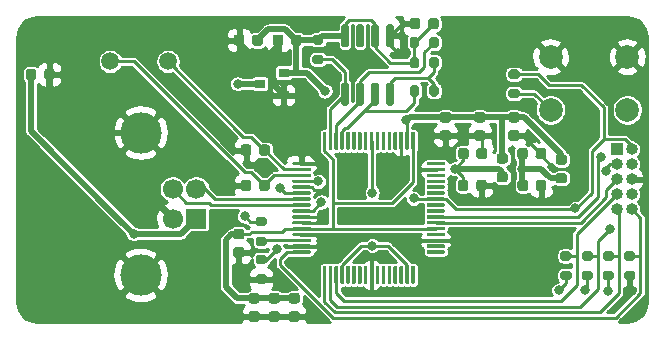
<source format=gbr>
%TF.GenerationSoftware,KiCad,Pcbnew,5.99.0+really5.1.10+dfsg1-1*%
%TF.CreationDate,2021-10-18T01:31:44-04:00*%
%TF.ProjectId,DebugDongle,44656275-6744-46f6-9e67-6c652e6b6963,rev?*%
%TF.SameCoordinates,Original*%
%TF.FileFunction,Copper,L1,Top*%
%TF.FilePolarity,Positive*%
%FSLAX46Y46*%
G04 Gerber Fmt 4.6, Leading zero omitted, Abs format (unit mm)*
G04 Created by KiCad (PCBNEW 5.99.0+really5.1.10+dfsg1-1) date 2021-10-18 01:31:44*
%MOMM*%
%LPD*%
G01*
G04 APERTURE LIST*
%TA.AperFunction,ComponentPad*%
%ADD10O,1.000000X1.000000*%
%TD*%
%TA.AperFunction,ComponentPad*%
%ADD11R,1.000000X1.000000*%
%TD*%
%TA.AperFunction,ComponentPad*%
%ADD12C,1.500000*%
%TD*%
%TA.AperFunction,SMDPad,CuDef*%
%ADD13R,0.900000X0.800000*%
%TD*%
%TA.AperFunction,ComponentPad*%
%ADD14C,2.000000*%
%TD*%
%TA.AperFunction,ComponentPad*%
%ADD15C,3.500000*%
%TD*%
%TA.AperFunction,ComponentPad*%
%ADD16C,1.700000*%
%TD*%
%TA.AperFunction,ComponentPad*%
%ADD17R,1.700000X1.700000*%
%TD*%
%TA.AperFunction,ViaPad*%
%ADD18C,0.800000*%
%TD*%
%TA.AperFunction,Conductor*%
%ADD19C,0.500000*%
%TD*%
%TA.AperFunction,Conductor*%
%ADD20C,0.250000*%
%TD*%
%TA.AperFunction,Conductor*%
%ADD21C,0.254000*%
%TD*%
%TA.AperFunction,Conductor*%
%ADD22C,0.100000*%
%TD*%
G04 APERTURE END LIST*
D10*
%TO.P,J1,10*%
%TO.N,/TCK*%
X180370000Y-83110000D03*
%TO.P,J1,9*%
%TO.N,/TDI*%
X179100000Y-83110000D03*
%TO.P,J1,8*%
%TO.N,/TDO*%
X180370000Y-81840000D03*
%TO.P,J1,7*%
%TO.N,/TMS*%
X179100000Y-81840000D03*
%TO.P,J1,6*%
%TO.N,GND*%
X180370000Y-80570000D03*
%TO.P,J1,5*%
%TO.N,/DEBUG_TX*%
X179100000Y-80570000D03*
%TO.P,J1,4*%
%TO.N,/DEBUG_RX*%
X180370000Y-79300000D03*
%TO.P,J1,3*%
%TO.N,Net-(J1-Pad3)*%
X179100000Y-79300000D03*
%TO.P,J1,2*%
%TO.N,+1V8*%
X180370000Y-78030000D03*
D11*
%TO.P,J1,1*%
%TO.N,+BATT*%
X179100000Y-78030000D03*
%TD*%
D12*
%TO.P,Y1,2*%
%TO.N,Net-(C17-Pad2)*%
X136220000Y-70600000D03*
%TO.P,Y1,1*%
%TO.N,Net-(C16-Pad2)*%
X141100000Y-70600000D03*
%TD*%
%TO.P,U3,8*%
%TO.N,+3V3*%
%TA.AperFunction,SMDPad,CuDef*%
G36*
G01*
X156245000Y-69400000D02*
X155945000Y-69400000D01*
G75*
G02*
X155795000Y-69250000I0J150000D01*
G01*
X155795000Y-67600000D01*
G75*
G02*
X155945000Y-67450000I150000J0D01*
G01*
X156245000Y-67450000D01*
G75*
G02*
X156395000Y-67600000I0J-150000D01*
G01*
X156395000Y-69250000D01*
G75*
G02*
X156245000Y-69400000I-150000J0D01*
G01*
G37*
%TD.AperFunction*%
%TO.P,U3,7*%
%TO.N,Net-(U3-Pad7)*%
%TA.AperFunction,SMDPad,CuDef*%
G36*
G01*
X157515000Y-69400000D02*
X157215000Y-69400000D01*
G75*
G02*
X157065000Y-69250000I0J150000D01*
G01*
X157065000Y-67600000D01*
G75*
G02*
X157215000Y-67450000I150000J0D01*
G01*
X157515000Y-67450000D01*
G75*
G02*
X157665000Y-67600000I0J-150000D01*
G01*
X157665000Y-69250000D01*
G75*
G02*
X157515000Y-69400000I-150000J0D01*
G01*
G37*
%TD.AperFunction*%
%TO.P,U3,6*%
%TO.N,+3V3*%
%TA.AperFunction,SMDPad,CuDef*%
G36*
G01*
X158785000Y-69400000D02*
X158485000Y-69400000D01*
G75*
G02*
X158335000Y-69250000I0J150000D01*
G01*
X158335000Y-67600000D01*
G75*
G02*
X158485000Y-67450000I150000J0D01*
G01*
X158785000Y-67450000D01*
G75*
G02*
X158935000Y-67600000I0J-150000D01*
G01*
X158935000Y-69250000D01*
G75*
G02*
X158785000Y-69400000I-150000J0D01*
G01*
G37*
%TD.AperFunction*%
%TO.P,U3,5*%
%TO.N,GND*%
%TA.AperFunction,SMDPad,CuDef*%
G36*
G01*
X160055000Y-69400000D02*
X159755000Y-69400000D01*
G75*
G02*
X159605000Y-69250000I0J150000D01*
G01*
X159605000Y-67600000D01*
G75*
G02*
X159755000Y-67450000I150000J0D01*
G01*
X160055000Y-67450000D01*
G75*
G02*
X160205000Y-67600000I0J-150000D01*
G01*
X160205000Y-69250000D01*
G75*
G02*
X160055000Y-69400000I-150000J0D01*
G01*
G37*
%TD.AperFunction*%
%TO.P,U3,4*%
%TO.N,Net-(R11-Pad1)*%
%TA.AperFunction,SMDPad,CuDef*%
G36*
G01*
X160055000Y-74350000D02*
X159755000Y-74350000D01*
G75*
G02*
X159605000Y-74200000I0J150000D01*
G01*
X159605000Y-72550000D01*
G75*
G02*
X159755000Y-72400000I150000J0D01*
G01*
X160055000Y-72400000D01*
G75*
G02*
X160205000Y-72550000I0J-150000D01*
G01*
X160205000Y-74200000D01*
G75*
G02*
X160055000Y-74350000I-150000J0D01*
G01*
G37*
%TD.AperFunction*%
%TO.P,U3,3*%
%TO.N,Net-(R11-Pad2)*%
%TA.AperFunction,SMDPad,CuDef*%
G36*
G01*
X158785000Y-74350000D02*
X158485000Y-74350000D01*
G75*
G02*
X158335000Y-74200000I0J150000D01*
G01*
X158335000Y-72550000D01*
G75*
G02*
X158485000Y-72400000I150000J0D01*
G01*
X158785000Y-72400000D01*
G75*
G02*
X158935000Y-72550000I0J-150000D01*
G01*
X158935000Y-74200000D01*
G75*
G02*
X158785000Y-74350000I-150000J0D01*
G01*
G37*
%TD.AperFunction*%
%TO.P,U3,2*%
%TO.N,Net-(R10-Pad2)*%
%TA.AperFunction,SMDPad,CuDef*%
G36*
G01*
X157515000Y-74350000D02*
X157215000Y-74350000D01*
G75*
G02*
X157065000Y-74200000I0J150000D01*
G01*
X157065000Y-72550000D01*
G75*
G02*
X157215000Y-72400000I150000J0D01*
G01*
X157515000Y-72400000D01*
G75*
G02*
X157665000Y-72550000I0J-150000D01*
G01*
X157665000Y-74200000D01*
G75*
G02*
X157515000Y-74350000I-150000J0D01*
G01*
G37*
%TD.AperFunction*%
%TO.P,U3,1*%
%TO.N,Net-(R9-Pad2)*%
%TA.AperFunction,SMDPad,CuDef*%
G36*
G01*
X156245000Y-74350000D02*
X155945000Y-74350000D01*
G75*
G02*
X155795000Y-74200000I0J150000D01*
G01*
X155795000Y-72550000D01*
G75*
G02*
X155945000Y-72400000I150000J0D01*
G01*
X156245000Y-72400000D01*
G75*
G02*
X156395000Y-72550000I0J-150000D01*
G01*
X156395000Y-74200000D01*
G75*
G02*
X156245000Y-74350000I-150000J0D01*
G01*
G37*
%TD.AperFunction*%
%TD*%
D13*
%TO.P,U2,3*%
%TO.N,Net-(C13-Pad1)*%
X148900000Y-72500000D03*
%TO.P,U2,2*%
%TO.N,+3V3*%
X150900000Y-71550000D03*
%TO.P,U2,1*%
%TO.N,GND*%
X150900000Y-73450000D03*
%TD*%
%TO.P,U1,64*%
%TO.N,Net-(C10-Pad2)*%
%TA.AperFunction,SMDPad,CuDef*%
G36*
G01*
X154200000Y-78025000D02*
X154200000Y-76625000D01*
G75*
G02*
X154275000Y-76550000I75000J0D01*
G01*
X154425000Y-76550000D01*
G75*
G02*
X154500000Y-76625000I0J-75000D01*
G01*
X154500000Y-78025000D01*
G75*
G02*
X154425000Y-78100000I-75000J0D01*
G01*
X154275000Y-78100000D01*
G75*
G02*
X154200000Y-78025000I0J75000D01*
G01*
G37*
%TD.AperFunction*%
%TO.P,U1,63*%
%TO.N,Net-(R9-Pad2)*%
%TA.AperFunction,SMDPad,CuDef*%
G36*
G01*
X154700000Y-78025000D02*
X154700000Y-76625000D01*
G75*
G02*
X154775000Y-76550000I75000J0D01*
G01*
X154925000Y-76550000D01*
G75*
G02*
X155000000Y-76625000I0J-75000D01*
G01*
X155000000Y-78025000D01*
G75*
G02*
X154925000Y-78100000I-75000J0D01*
G01*
X154775000Y-78100000D01*
G75*
G02*
X154700000Y-78025000I0J75000D01*
G01*
G37*
%TD.AperFunction*%
%TO.P,U1,62*%
%TO.N,Net-(R10-Pad2)*%
%TA.AperFunction,SMDPad,CuDef*%
G36*
G01*
X155200000Y-78025000D02*
X155200000Y-76625000D01*
G75*
G02*
X155275000Y-76550000I75000J0D01*
G01*
X155425000Y-76550000D01*
G75*
G02*
X155500000Y-76625000I0J-75000D01*
G01*
X155500000Y-78025000D01*
G75*
G02*
X155425000Y-78100000I-75000J0D01*
G01*
X155275000Y-78100000D01*
G75*
G02*
X155200000Y-78025000I0J75000D01*
G01*
G37*
%TD.AperFunction*%
%TO.P,U1,61*%
%TO.N,Net-(R11-Pad2)*%
%TA.AperFunction,SMDPad,CuDef*%
G36*
G01*
X155700000Y-78025000D02*
X155700000Y-76625000D01*
G75*
G02*
X155775000Y-76550000I75000J0D01*
G01*
X155925000Y-76550000D01*
G75*
G02*
X156000000Y-76625000I0J-75000D01*
G01*
X156000000Y-78025000D01*
G75*
G02*
X155925000Y-78100000I-75000J0D01*
G01*
X155775000Y-78100000D01*
G75*
G02*
X155700000Y-78025000I0J75000D01*
G01*
G37*
%TD.AperFunction*%
%TO.P,U1,60*%
%TO.N,Net-(U1-Pad60)*%
%TA.AperFunction,SMDPad,CuDef*%
G36*
G01*
X156200000Y-78025000D02*
X156200000Y-76625000D01*
G75*
G02*
X156275000Y-76550000I75000J0D01*
G01*
X156425000Y-76550000D01*
G75*
G02*
X156500000Y-76625000I0J-75000D01*
G01*
X156500000Y-78025000D01*
G75*
G02*
X156425000Y-78100000I-75000J0D01*
G01*
X156275000Y-78100000D01*
G75*
G02*
X156200000Y-78025000I0J75000D01*
G01*
G37*
%TD.AperFunction*%
%TO.P,U1,59*%
%TO.N,Net-(U1-Pad59)*%
%TA.AperFunction,SMDPad,CuDef*%
G36*
G01*
X156700000Y-78025000D02*
X156700000Y-76625000D01*
G75*
G02*
X156775000Y-76550000I75000J0D01*
G01*
X156925000Y-76550000D01*
G75*
G02*
X157000000Y-76625000I0J-75000D01*
G01*
X157000000Y-78025000D01*
G75*
G02*
X156925000Y-78100000I-75000J0D01*
G01*
X156775000Y-78100000D01*
G75*
G02*
X156700000Y-78025000I0J75000D01*
G01*
G37*
%TD.AperFunction*%
%TO.P,U1,58*%
%TO.N,Net-(U1-Pad58)*%
%TA.AperFunction,SMDPad,CuDef*%
G36*
G01*
X157200000Y-78025000D02*
X157200000Y-76625000D01*
G75*
G02*
X157275000Y-76550000I75000J0D01*
G01*
X157425000Y-76550000D01*
G75*
G02*
X157500000Y-76625000I0J-75000D01*
G01*
X157500000Y-78025000D01*
G75*
G02*
X157425000Y-78100000I-75000J0D01*
G01*
X157275000Y-78100000D01*
G75*
G02*
X157200000Y-78025000I0J75000D01*
G01*
G37*
%TD.AperFunction*%
%TO.P,U1,57*%
%TO.N,Net-(U1-Pad57)*%
%TA.AperFunction,SMDPad,CuDef*%
G36*
G01*
X157700000Y-78025000D02*
X157700000Y-76625000D01*
G75*
G02*
X157775000Y-76550000I75000J0D01*
G01*
X157925000Y-76550000D01*
G75*
G02*
X158000000Y-76625000I0J-75000D01*
G01*
X158000000Y-78025000D01*
G75*
G02*
X157925000Y-78100000I-75000J0D01*
G01*
X157775000Y-78100000D01*
G75*
G02*
X157700000Y-78025000I0J75000D01*
G01*
G37*
%TD.AperFunction*%
%TO.P,U1,56*%
%TO.N,+1V8*%
%TA.AperFunction,SMDPad,CuDef*%
G36*
G01*
X158200000Y-78025000D02*
X158200000Y-76625000D01*
G75*
G02*
X158275000Y-76550000I75000J0D01*
G01*
X158425000Y-76550000D01*
G75*
G02*
X158500000Y-76625000I0J-75000D01*
G01*
X158500000Y-78025000D01*
G75*
G02*
X158425000Y-78100000I-75000J0D01*
G01*
X158275000Y-78100000D01*
G75*
G02*
X158200000Y-78025000I0J75000D01*
G01*
G37*
%TD.AperFunction*%
%TO.P,U1,55*%
%TO.N,Net-(U1-Pad55)*%
%TA.AperFunction,SMDPad,CuDef*%
G36*
G01*
X158700000Y-78025000D02*
X158700000Y-76625000D01*
G75*
G02*
X158775000Y-76550000I75000J0D01*
G01*
X158925000Y-76550000D01*
G75*
G02*
X159000000Y-76625000I0J-75000D01*
G01*
X159000000Y-78025000D01*
G75*
G02*
X158925000Y-78100000I-75000J0D01*
G01*
X158775000Y-78100000D01*
G75*
G02*
X158700000Y-78025000I0J75000D01*
G01*
G37*
%TD.AperFunction*%
%TO.P,U1,54*%
%TO.N,Net-(U1-Pad54)*%
%TA.AperFunction,SMDPad,CuDef*%
G36*
G01*
X159200000Y-78025000D02*
X159200000Y-76625000D01*
G75*
G02*
X159275000Y-76550000I75000J0D01*
G01*
X159425000Y-76550000D01*
G75*
G02*
X159500000Y-76625000I0J-75000D01*
G01*
X159500000Y-78025000D01*
G75*
G02*
X159425000Y-78100000I-75000J0D01*
G01*
X159275000Y-78100000D01*
G75*
G02*
X159200000Y-78025000I0J75000D01*
G01*
G37*
%TD.AperFunction*%
%TO.P,U1,53*%
%TO.N,Net-(U1-Pad53)*%
%TA.AperFunction,SMDPad,CuDef*%
G36*
G01*
X159700000Y-78025000D02*
X159700000Y-76625000D01*
G75*
G02*
X159775000Y-76550000I75000J0D01*
G01*
X159925000Y-76550000D01*
G75*
G02*
X160000000Y-76625000I0J-75000D01*
G01*
X160000000Y-78025000D01*
G75*
G02*
X159925000Y-78100000I-75000J0D01*
G01*
X159775000Y-78100000D01*
G75*
G02*
X159700000Y-78025000I0J75000D01*
G01*
G37*
%TD.AperFunction*%
%TO.P,U1,52*%
%TO.N,Net-(U1-Pad52)*%
%TA.AperFunction,SMDPad,CuDef*%
G36*
G01*
X160200000Y-78025000D02*
X160200000Y-76625000D01*
G75*
G02*
X160275000Y-76550000I75000J0D01*
G01*
X160425000Y-76550000D01*
G75*
G02*
X160500000Y-76625000I0J-75000D01*
G01*
X160500000Y-78025000D01*
G75*
G02*
X160425000Y-78100000I-75000J0D01*
G01*
X160275000Y-78100000D01*
G75*
G02*
X160200000Y-78025000I0J75000D01*
G01*
G37*
%TD.AperFunction*%
%TO.P,U1,51*%
%TO.N,GND*%
%TA.AperFunction,SMDPad,CuDef*%
G36*
G01*
X160700000Y-78025000D02*
X160700000Y-76625000D01*
G75*
G02*
X160775000Y-76550000I75000J0D01*
G01*
X160925000Y-76550000D01*
G75*
G02*
X161000000Y-76625000I0J-75000D01*
G01*
X161000000Y-78025000D01*
G75*
G02*
X160925000Y-78100000I-75000J0D01*
G01*
X160775000Y-78100000D01*
G75*
G02*
X160700000Y-78025000I0J75000D01*
G01*
G37*
%TD.AperFunction*%
%TO.P,U1,50*%
%TO.N,+3V3*%
%TA.AperFunction,SMDPad,CuDef*%
G36*
G01*
X161200000Y-78025000D02*
X161200000Y-76625000D01*
G75*
G02*
X161275000Y-76550000I75000J0D01*
G01*
X161425000Y-76550000D01*
G75*
G02*
X161500000Y-76625000I0J-75000D01*
G01*
X161500000Y-78025000D01*
G75*
G02*
X161425000Y-78100000I-75000J0D01*
G01*
X161275000Y-78100000D01*
G75*
G02*
X161200000Y-78025000I0J75000D01*
G01*
G37*
%TD.AperFunction*%
%TO.P,U1,49*%
%TO.N,Net-(C10-Pad2)*%
%TA.AperFunction,SMDPad,CuDef*%
G36*
G01*
X161700000Y-78025000D02*
X161700000Y-76625000D01*
G75*
G02*
X161775000Y-76550000I75000J0D01*
G01*
X161925000Y-76550000D01*
G75*
G02*
X162000000Y-76625000I0J-75000D01*
G01*
X162000000Y-78025000D01*
G75*
G02*
X161925000Y-78100000I-75000J0D01*
G01*
X161775000Y-78100000D01*
G75*
G02*
X161700000Y-78025000I0J75000D01*
G01*
G37*
%TD.AperFunction*%
%TO.P,U1,48*%
%TO.N,Net-(U1-Pad48)*%
%TA.AperFunction,SMDPad,CuDef*%
G36*
G01*
X163000000Y-79325000D02*
X163000000Y-79175000D01*
G75*
G02*
X163075000Y-79100000I75000J0D01*
G01*
X164475000Y-79100000D01*
G75*
G02*
X164550000Y-79175000I0J-75000D01*
G01*
X164550000Y-79325000D01*
G75*
G02*
X164475000Y-79400000I-75000J0D01*
G01*
X163075000Y-79400000D01*
G75*
G02*
X163000000Y-79325000I0J75000D01*
G01*
G37*
%TD.AperFunction*%
%TO.P,U1,47*%
%TO.N,GND*%
%TA.AperFunction,SMDPad,CuDef*%
G36*
G01*
X163000000Y-79825000D02*
X163000000Y-79675000D01*
G75*
G02*
X163075000Y-79600000I75000J0D01*
G01*
X164475000Y-79600000D01*
G75*
G02*
X164550000Y-79675000I0J-75000D01*
G01*
X164550000Y-79825000D01*
G75*
G02*
X164475000Y-79900000I-75000J0D01*
G01*
X163075000Y-79900000D01*
G75*
G02*
X163000000Y-79825000I0J75000D01*
G01*
G37*
%TD.AperFunction*%
%TO.P,U1,46*%
%TO.N,Net-(U1-Pad46)*%
%TA.AperFunction,SMDPad,CuDef*%
G36*
G01*
X163000000Y-80325000D02*
X163000000Y-80175000D01*
G75*
G02*
X163075000Y-80100000I75000J0D01*
G01*
X164475000Y-80100000D01*
G75*
G02*
X164550000Y-80175000I0J-75000D01*
G01*
X164550000Y-80325000D01*
G75*
G02*
X164475000Y-80400000I-75000J0D01*
G01*
X163075000Y-80400000D01*
G75*
G02*
X163000000Y-80325000I0J75000D01*
G01*
G37*
%TD.AperFunction*%
%TO.P,U1,45*%
%TO.N,Net-(U1-Pad45)*%
%TA.AperFunction,SMDPad,CuDef*%
G36*
G01*
X163000000Y-80825000D02*
X163000000Y-80675000D01*
G75*
G02*
X163075000Y-80600000I75000J0D01*
G01*
X164475000Y-80600000D01*
G75*
G02*
X164550000Y-80675000I0J-75000D01*
G01*
X164550000Y-80825000D01*
G75*
G02*
X164475000Y-80900000I-75000J0D01*
G01*
X163075000Y-80900000D01*
G75*
G02*
X163000000Y-80825000I0J75000D01*
G01*
G37*
%TD.AperFunction*%
%TO.P,U1,44*%
%TO.N,Net-(U1-Pad44)*%
%TA.AperFunction,SMDPad,CuDef*%
G36*
G01*
X163000000Y-81325000D02*
X163000000Y-81175000D01*
G75*
G02*
X163075000Y-81100000I75000J0D01*
G01*
X164475000Y-81100000D01*
G75*
G02*
X164550000Y-81175000I0J-75000D01*
G01*
X164550000Y-81325000D01*
G75*
G02*
X164475000Y-81400000I-75000J0D01*
G01*
X163075000Y-81400000D01*
G75*
G02*
X163000000Y-81325000I0J75000D01*
G01*
G37*
%TD.AperFunction*%
%TO.P,U1,43*%
%TO.N,Net-(U1-Pad43)*%
%TA.AperFunction,SMDPad,CuDef*%
G36*
G01*
X163000000Y-81825000D02*
X163000000Y-81675000D01*
G75*
G02*
X163075000Y-81600000I75000J0D01*
G01*
X164475000Y-81600000D01*
G75*
G02*
X164550000Y-81675000I0J-75000D01*
G01*
X164550000Y-81825000D01*
G75*
G02*
X164475000Y-81900000I-75000J0D01*
G01*
X163075000Y-81900000D01*
G75*
G02*
X163000000Y-81825000I0J75000D01*
G01*
G37*
%TD.AperFunction*%
%TO.P,U1,42*%
%TO.N,+1V8*%
%TA.AperFunction,SMDPad,CuDef*%
G36*
G01*
X163000000Y-82325000D02*
X163000000Y-82175000D01*
G75*
G02*
X163075000Y-82100000I75000J0D01*
G01*
X164475000Y-82100000D01*
G75*
G02*
X164550000Y-82175000I0J-75000D01*
G01*
X164550000Y-82325000D01*
G75*
G02*
X164475000Y-82400000I-75000J0D01*
G01*
X163075000Y-82400000D01*
G75*
G02*
X163000000Y-82325000I0J75000D01*
G01*
G37*
%TD.AperFunction*%
%TO.P,U1,41*%
%TO.N,Net-(U1-Pad41)*%
%TA.AperFunction,SMDPad,CuDef*%
G36*
G01*
X163000000Y-82825000D02*
X163000000Y-82675000D01*
G75*
G02*
X163075000Y-82600000I75000J0D01*
G01*
X164475000Y-82600000D01*
G75*
G02*
X164550000Y-82675000I0J-75000D01*
G01*
X164550000Y-82825000D01*
G75*
G02*
X164475000Y-82900000I-75000J0D01*
G01*
X163075000Y-82900000D01*
G75*
G02*
X163000000Y-82825000I0J75000D01*
G01*
G37*
%TD.AperFunction*%
%TO.P,U1,40*%
%TO.N,Net-(U1-Pad40)*%
%TA.AperFunction,SMDPad,CuDef*%
G36*
G01*
X163000000Y-83325000D02*
X163000000Y-83175000D01*
G75*
G02*
X163075000Y-83100000I75000J0D01*
G01*
X164475000Y-83100000D01*
G75*
G02*
X164550000Y-83175000I0J-75000D01*
G01*
X164550000Y-83325000D01*
G75*
G02*
X164475000Y-83400000I-75000J0D01*
G01*
X163075000Y-83400000D01*
G75*
G02*
X163000000Y-83325000I0J75000D01*
G01*
G37*
%TD.AperFunction*%
%TO.P,U1,39*%
%TO.N,/DEBUG_RX*%
%TA.AperFunction,SMDPad,CuDef*%
G36*
G01*
X163000000Y-83825000D02*
X163000000Y-83675000D01*
G75*
G02*
X163075000Y-83600000I75000J0D01*
G01*
X164475000Y-83600000D01*
G75*
G02*
X164550000Y-83675000I0J-75000D01*
G01*
X164550000Y-83825000D01*
G75*
G02*
X164475000Y-83900000I-75000J0D01*
G01*
X163075000Y-83900000D01*
G75*
G02*
X163000000Y-83825000I0J75000D01*
G01*
G37*
%TD.AperFunction*%
%TO.P,U1,38*%
%TO.N,/DEBUG_TX*%
%TA.AperFunction,SMDPad,CuDef*%
G36*
G01*
X163000000Y-84325000D02*
X163000000Y-84175000D01*
G75*
G02*
X163075000Y-84100000I75000J0D01*
G01*
X164475000Y-84100000D01*
G75*
G02*
X164550000Y-84175000I0J-75000D01*
G01*
X164550000Y-84325000D01*
G75*
G02*
X164475000Y-84400000I-75000J0D01*
G01*
X163075000Y-84400000D01*
G75*
G02*
X163000000Y-84325000I0J75000D01*
G01*
G37*
%TD.AperFunction*%
%TO.P,U1,37*%
%TO.N,Net-(C10-Pad2)*%
%TA.AperFunction,SMDPad,CuDef*%
G36*
G01*
X163000000Y-84825000D02*
X163000000Y-84675000D01*
G75*
G02*
X163075000Y-84600000I75000J0D01*
G01*
X164475000Y-84600000D01*
G75*
G02*
X164550000Y-84675000I0J-75000D01*
G01*
X164550000Y-84825000D01*
G75*
G02*
X164475000Y-84900000I-75000J0D01*
G01*
X163075000Y-84900000D01*
G75*
G02*
X163000000Y-84825000I0J75000D01*
G01*
G37*
%TD.AperFunction*%
%TO.P,U1,36*%
%TO.N,Net-(U1-Pad36)*%
%TA.AperFunction,SMDPad,CuDef*%
G36*
G01*
X163000000Y-85325000D02*
X163000000Y-85175000D01*
G75*
G02*
X163075000Y-85100000I75000J0D01*
G01*
X164475000Y-85100000D01*
G75*
G02*
X164550000Y-85175000I0J-75000D01*
G01*
X164550000Y-85325000D01*
G75*
G02*
X164475000Y-85400000I-75000J0D01*
G01*
X163075000Y-85400000D01*
G75*
G02*
X163000000Y-85325000I0J75000D01*
G01*
G37*
%TD.AperFunction*%
%TO.P,U1,35*%
%TO.N,GND*%
%TA.AperFunction,SMDPad,CuDef*%
G36*
G01*
X163000000Y-85825000D02*
X163000000Y-85675000D01*
G75*
G02*
X163075000Y-85600000I75000J0D01*
G01*
X164475000Y-85600000D01*
G75*
G02*
X164550000Y-85675000I0J-75000D01*
G01*
X164550000Y-85825000D01*
G75*
G02*
X164475000Y-85900000I-75000J0D01*
G01*
X163075000Y-85900000D01*
G75*
G02*
X163000000Y-85825000I0J75000D01*
G01*
G37*
%TD.AperFunction*%
%TO.P,U1,34*%
%TO.N,Net-(U1-Pad34)*%
%TA.AperFunction,SMDPad,CuDef*%
G36*
G01*
X163000000Y-86325000D02*
X163000000Y-86175000D01*
G75*
G02*
X163075000Y-86100000I75000J0D01*
G01*
X164475000Y-86100000D01*
G75*
G02*
X164550000Y-86175000I0J-75000D01*
G01*
X164550000Y-86325000D01*
G75*
G02*
X164475000Y-86400000I-75000J0D01*
G01*
X163075000Y-86400000D01*
G75*
G02*
X163000000Y-86325000I0J75000D01*
G01*
G37*
%TD.AperFunction*%
%TO.P,U1,33*%
%TO.N,Net-(U1-Pad33)*%
%TA.AperFunction,SMDPad,CuDef*%
G36*
G01*
X163000000Y-86825000D02*
X163000000Y-86675000D01*
G75*
G02*
X163075000Y-86600000I75000J0D01*
G01*
X164475000Y-86600000D01*
G75*
G02*
X164550000Y-86675000I0J-75000D01*
G01*
X164550000Y-86825000D01*
G75*
G02*
X164475000Y-86900000I-75000J0D01*
G01*
X163075000Y-86900000D01*
G75*
G02*
X163000000Y-86825000I0J75000D01*
G01*
G37*
%TD.AperFunction*%
%TO.P,U1,32*%
%TO.N,Net-(U1-Pad32)*%
%TA.AperFunction,SMDPad,CuDef*%
G36*
G01*
X161700000Y-89375000D02*
X161700000Y-87975000D01*
G75*
G02*
X161775000Y-87900000I75000J0D01*
G01*
X161925000Y-87900000D01*
G75*
G02*
X162000000Y-87975000I0J-75000D01*
G01*
X162000000Y-89375000D01*
G75*
G02*
X161925000Y-89450000I-75000J0D01*
G01*
X161775000Y-89450000D01*
G75*
G02*
X161700000Y-89375000I0J75000D01*
G01*
G37*
%TD.AperFunction*%
%TO.P,U1,31*%
%TO.N,+1V8*%
%TA.AperFunction,SMDPad,CuDef*%
G36*
G01*
X161200000Y-89375000D02*
X161200000Y-87975000D01*
G75*
G02*
X161275000Y-87900000I75000J0D01*
G01*
X161425000Y-87900000D01*
G75*
G02*
X161500000Y-87975000I0J-75000D01*
G01*
X161500000Y-89375000D01*
G75*
G02*
X161425000Y-89450000I-75000J0D01*
G01*
X161275000Y-89450000D01*
G75*
G02*
X161200000Y-89375000I0J75000D01*
G01*
G37*
%TD.AperFunction*%
%TO.P,U1,30*%
%TO.N,Net-(U1-Pad30)*%
%TA.AperFunction,SMDPad,CuDef*%
G36*
G01*
X160700000Y-89375000D02*
X160700000Y-87975000D01*
G75*
G02*
X160775000Y-87900000I75000J0D01*
G01*
X160925000Y-87900000D01*
G75*
G02*
X161000000Y-87975000I0J-75000D01*
G01*
X161000000Y-89375000D01*
G75*
G02*
X160925000Y-89450000I-75000J0D01*
G01*
X160775000Y-89450000D01*
G75*
G02*
X160700000Y-89375000I0J75000D01*
G01*
G37*
%TD.AperFunction*%
%TO.P,U1,29*%
%TO.N,Net-(U1-Pad29)*%
%TA.AperFunction,SMDPad,CuDef*%
G36*
G01*
X160200000Y-89375000D02*
X160200000Y-87975000D01*
G75*
G02*
X160275000Y-87900000I75000J0D01*
G01*
X160425000Y-87900000D01*
G75*
G02*
X160500000Y-87975000I0J-75000D01*
G01*
X160500000Y-89375000D01*
G75*
G02*
X160425000Y-89450000I-75000J0D01*
G01*
X160275000Y-89450000D01*
G75*
G02*
X160200000Y-89375000I0J75000D01*
G01*
G37*
%TD.AperFunction*%
%TO.P,U1,28*%
%TO.N,Net-(U1-Pad28)*%
%TA.AperFunction,SMDPad,CuDef*%
G36*
G01*
X159700000Y-89375000D02*
X159700000Y-87975000D01*
G75*
G02*
X159775000Y-87900000I75000J0D01*
G01*
X159925000Y-87900000D01*
G75*
G02*
X160000000Y-87975000I0J-75000D01*
G01*
X160000000Y-89375000D01*
G75*
G02*
X159925000Y-89450000I-75000J0D01*
G01*
X159775000Y-89450000D01*
G75*
G02*
X159700000Y-89375000I0J75000D01*
G01*
G37*
%TD.AperFunction*%
%TO.P,U1,27*%
%TO.N,Net-(U1-Pad27)*%
%TA.AperFunction,SMDPad,CuDef*%
G36*
G01*
X159200000Y-89375000D02*
X159200000Y-87975000D01*
G75*
G02*
X159275000Y-87900000I75000J0D01*
G01*
X159425000Y-87900000D01*
G75*
G02*
X159500000Y-87975000I0J-75000D01*
G01*
X159500000Y-89375000D01*
G75*
G02*
X159425000Y-89450000I-75000J0D01*
G01*
X159275000Y-89450000D01*
G75*
G02*
X159200000Y-89375000I0J75000D01*
G01*
G37*
%TD.AperFunction*%
%TO.P,U1,26*%
%TO.N,Net-(U1-Pad26)*%
%TA.AperFunction,SMDPad,CuDef*%
G36*
G01*
X158700000Y-89375000D02*
X158700000Y-87975000D01*
G75*
G02*
X158775000Y-87900000I75000J0D01*
G01*
X158925000Y-87900000D01*
G75*
G02*
X159000000Y-87975000I0J-75000D01*
G01*
X159000000Y-89375000D01*
G75*
G02*
X158925000Y-89450000I-75000J0D01*
G01*
X158775000Y-89450000D01*
G75*
G02*
X158700000Y-89375000I0J75000D01*
G01*
G37*
%TD.AperFunction*%
%TO.P,U1,25*%
%TO.N,GND*%
%TA.AperFunction,SMDPad,CuDef*%
G36*
G01*
X158200000Y-89375000D02*
X158200000Y-87975000D01*
G75*
G02*
X158275000Y-87900000I75000J0D01*
G01*
X158425000Y-87900000D01*
G75*
G02*
X158500000Y-87975000I0J-75000D01*
G01*
X158500000Y-89375000D01*
G75*
G02*
X158425000Y-89450000I-75000J0D01*
G01*
X158275000Y-89450000D01*
G75*
G02*
X158200000Y-89375000I0J75000D01*
G01*
G37*
%TD.AperFunction*%
%TO.P,U1,24*%
%TO.N,Net-(U1-Pad24)*%
%TA.AperFunction,SMDPad,CuDef*%
G36*
G01*
X157700000Y-89375000D02*
X157700000Y-87975000D01*
G75*
G02*
X157775000Y-87900000I75000J0D01*
G01*
X157925000Y-87900000D01*
G75*
G02*
X158000000Y-87975000I0J-75000D01*
G01*
X158000000Y-89375000D01*
G75*
G02*
X157925000Y-89450000I-75000J0D01*
G01*
X157775000Y-89450000D01*
G75*
G02*
X157700000Y-89375000I0J75000D01*
G01*
G37*
%TD.AperFunction*%
%TO.P,U1,23*%
%TO.N,Net-(U1-Pad23)*%
%TA.AperFunction,SMDPad,CuDef*%
G36*
G01*
X157200000Y-89375000D02*
X157200000Y-87975000D01*
G75*
G02*
X157275000Y-87900000I75000J0D01*
G01*
X157425000Y-87900000D01*
G75*
G02*
X157500000Y-87975000I0J-75000D01*
G01*
X157500000Y-89375000D01*
G75*
G02*
X157425000Y-89450000I-75000J0D01*
G01*
X157275000Y-89450000D01*
G75*
G02*
X157200000Y-89375000I0J75000D01*
G01*
G37*
%TD.AperFunction*%
%TO.P,U1,22*%
%TO.N,Net-(U1-Pad22)*%
%TA.AperFunction,SMDPad,CuDef*%
G36*
G01*
X156700000Y-89375000D02*
X156700000Y-87975000D01*
G75*
G02*
X156775000Y-87900000I75000J0D01*
G01*
X156925000Y-87900000D01*
G75*
G02*
X157000000Y-87975000I0J-75000D01*
G01*
X157000000Y-89375000D01*
G75*
G02*
X156925000Y-89450000I-75000J0D01*
G01*
X156775000Y-89450000D01*
G75*
G02*
X156700000Y-89375000I0J75000D01*
G01*
G37*
%TD.AperFunction*%
%TO.P,U1,21*%
%TO.N,Net-(U1-Pad21)*%
%TA.AperFunction,SMDPad,CuDef*%
G36*
G01*
X156200000Y-89375000D02*
X156200000Y-87975000D01*
G75*
G02*
X156275000Y-87900000I75000J0D01*
G01*
X156425000Y-87900000D01*
G75*
G02*
X156500000Y-87975000I0J-75000D01*
G01*
X156500000Y-89375000D01*
G75*
G02*
X156425000Y-89450000I-75000J0D01*
G01*
X156275000Y-89450000D01*
G75*
G02*
X156200000Y-89375000I0J75000D01*
G01*
G37*
%TD.AperFunction*%
%TO.P,U1,20*%
%TO.N,+1V8*%
%TA.AperFunction,SMDPad,CuDef*%
G36*
G01*
X155700000Y-89375000D02*
X155700000Y-87975000D01*
G75*
G02*
X155775000Y-87900000I75000J0D01*
G01*
X155925000Y-87900000D01*
G75*
G02*
X156000000Y-87975000I0J-75000D01*
G01*
X156000000Y-89375000D01*
G75*
G02*
X155925000Y-89450000I-75000J0D01*
G01*
X155775000Y-89450000D01*
G75*
G02*
X155700000Y-89375000I0J75000D01*
G01*
G37*
%TD.AperFunction*%
%TO.P,U1,19*%
%TO.N,/TMS*%
%TA.AperFunction,SMDPad,CuDef*%
G36*
G01*
X155200000Y-89375000D02*
X155200000Y-87975000D01*
G75*
G02*
X155275000Y-87900000I75000J0D01*
G01*
X155425000Y-87900000D01*
G75*
G02*
X155500000Y-87975000I0J-75000D01*
G01*
X155500000Y-89375000D01*
G75*
G02*
X155425000Y-89450000I-75000J0D01*
G01*
X155275000Y-89450000D01*
G75*
G02*
X155200000Y-89375000I0J75000D01*
G01*
G37*
%TD.AperFunction*%
%TO.P,U1,18*%
%TO.N,/TDO*%
%TA.AperFunction,SMDPad,CuDef*%
G36*
G01*
X154700000Y-89375000D02*
X154700000Y-87975000D01*
G75*
G02*
X154775000Y-87900000I75000J0D01*
G01*
X154925000Y-87900000D01*
G75*
G02*
X155000000Y-87975000I0J-75000D01*
G01*
X155000000Y-89375000D01*
G75*
G02*
X154925000Y-89450000I-75000J0D01*
G01*
X154775000Y-89450000D01*
G75*
G02*
X154700000Y-89375000I0J75000D01*
G01*
G37*
%TD.AperFunction*%
%TO.P,U1,17*%
%TO.N,/TDI*%
%TA.AperFunction,SMDPad,CuDef*%
G36*
G01*
X154200000Y-89375000D02*
X154200000Y-87975000D01*
G75*
G02*
X154275000Y-87900000I75000J0D01*
G01*
X154425000Y-87900000D01*
G75*
G02*
X154500000Y-87975000I0J-75000D01*
G01*
X154500000Y-89375000D01*
G75*
G02*
X154425000Y-89450000I-75000J0D01*
G01*
X154275000Y-89450000D01*
G75*
G02*
X154200000Y-89375000I0J75000D01*
G01*
G37*
%TD.AperFunction*%
%TO.P,U1,16*%
%TO.N,/TCK*%
%TA.AperFunction,SMDPad,CuDef*%
G36*
G01*
X151650000Y-86825000D02*
X151650000Y-86675000D01*
G75*
G02*
X151725000Y-86600000I75000J0D01*
G01*
X153125000Y-86600000D01*
G75*
G02*
X153200000Y-86675000I0J-75000D01*
G01*
X153200000Y-86825000D01*
G75*
G02*
X153125000Y-86900000I-75000J0D01*
G01*
X151725000Y-86900000D01*
G75*
G02*
X151650000Y-86825000I0J75000D01*
G01*
G37*
%TD.AperFunction*%
%TO.P,U1,15*%
%TO.N,GND*%
%TA.AperFunction,SMDPad,CuDef*%
G36*
G01*
X151650000Y-86325000D02*
X151650000Y-86175000D01*
G75*
G02*
X151725000Y-86100000I75000J0D01*
G01*
X153125000Y-86100000D01*
G75*
G02*
X153200000Y-86175000I0J-75000D01*
G01*
X153200000Y-86325000D01*
G75*
G02*
X153125000Y-86400000I-75000J0D01*
G01*
X151725000Y-86400000D01*
G75*
G02*
X151650000Y-86325000I0J75000D01*
G01*
G37*
%TD.AperFunction*%
%TO.P,U1,14*%
%TO.N,Net-(R6-Pad2)*%
%TA.AperFunction,SMDPad,CuDef*%
G36*
G01*
X151650000Y-85825000D02*
X151650000Y-85675000D01*
G75*
G02*
X151725000Y-85600000I75000J0D01*
G01*
X153125000Y-85600000D01*
G75*
G02*
X153200000Y-85675000I0J-75000D01*
G01*
X153200000Y-85825000D01*
G75*
G02*
X153125000Y-85900000I-75000J0D01*
G01*
X151725000Y-85900000D01*
G75*
G02*
X151650000Y-85825000I0J75000D01*
G01*
G37*
%TD.AperFunction*%
%TO.P,U1,13*%
%TO.N,GND*%
%TA.AperFunction,SMDPad,CuDef*%
G36*
G01*
X151650000Y-85325000D02*
X151650000Y-85175000D01*
G75*
G02*
X151725000Y-85100000I75000J0D01*
G01*
X153125000Y-85100000D01*
G75*
G02*
X153200000Y-85175000I0J-75000D01*
G01*
X153200000Y-85325000D01*
G75*
G02*
X153125000Y-85400000I-75000J0D01*
G01*
X151725000Y-85400000D01*
G75*
G02*
X151650000Y-85325000I0J75000D01*
G01*
G37*
%TD.AperFunction*%
%TO.P,U1,12*%
%TO.N,Net-(C10-Pad2)*%
%TA.AperFunction,SMDPad,CuDef*%
G36*
G01*
X151650000Y-84825000D02*
X151650000Y-84675000D01*
G75*
G02*
X151725000Y-84600000I75000J0D01*
G01*
X153125000Y-84600000D01*
G75*
G02*
X153200000Y-84675000I0J-75000D01*
G01*
X153200000Y-84825000D01*
G75*
G02*
X153125000Y-84900000I-75000J0D01*
G01*
X151725000Y-84900000D01*
G75*
G02*
X151650000Y-84825000I0J75000D01*
G01*
G37*
%TD.AperFunction*%
%TO.P,U1,11*%
%TO.N,GND*%
%TA.AperFunction,SMDPad,CuDef*%
G36*
G01*
X151650000Y-84325000D02*
X151650000Y-84175000D01*
G75*
G02*
X151725000Y-84100000I75000J0D01*
G01*
X153125000Y-84100000D01*
G75*
G02*
X153200000Y-84175000I0J-75000D01*
G01*
X153200000Y-84325000D01*
G75*
G02*
X153125000Y-84400000I-75000J0D01*
G01*
X151725000Y-84400000D01*
G75*
G02*
X151650000Y-84325000I0J75000D01*
G01*
G37*
%TD.AperFunction*%
%TO.P,U1,10*%
%TA.AperFunction,SMDPad,CuDef*%
G36*
G01*
X151650000Y-83825000D02*
X151650000Y-83675000D01*
G75*
G02*
X151725000Y-83600000I75000J0D01*
G01*
X153125000Y-83600000D01*
G75*
G02*
X153200000Y-83675000I0J-75000D01*
G01*
X153200000Y-83825000D01*
G75*
G02*
X153125000Y-83900000I-75000J0D01*
G01*
X151725000Y-83900000D01*
G75*
G02*
X151650000Y-83825000I0J75000D01*
G01*
G37*
%TD.AperFunction*%
%TO.P,U1,9*%
%TO.N,Net-(C1-Pad2)*%
%TA.AperFunction,SMDPad,CuDef*%
G36*
G01*
X151650000Y-83325000D02*
X151650000Y-83175000D01*
G75*
G02*
X151725000Y-83100000I75000J0D01*
G01*
X153125000Y-83100000D01*
G75*
G02*
X153200000Y-83175000I0J-75000D01*
G01*
X153200000Y-83325000D01*
G75*
G02*
X153125000Y-83400000I-75000J0D01*
G01*
X151725000Y-83400000D01*
G75*
G02*
X151650000Y-83325000I0J75000D01*
G01*
G37*
%TD.AperFunction*%
%TO.P,U1,8*%
%TO.N,Net-(J2-Pad3)*%
%TA.AperFunction,SMDPad,CuDef*%
G36*
G01*
X151650000Y-82825000D02*
X151650000Y-82675000D01*
G75*
G02*
X151725000Y-82600000I75000J0D01*
G01*
X153125000Y-82600000D01*
G75*
G02*
X153200000Y-82675000I0J-75000D01*
G01*
X153200000Y-82825000D01*
G75*
G02*
X153125000Y-82900000I-75000J0D01*
G01*
X151725000Y-82900000D01*
G75*
G02*
X151650000Y-82825000I0J75000D01*
G01*
G37*
%TD.AperFunction*%
%TO.P,U1,7*%
%TO.N,Net-(J2-Pad2)*%
%TA.AperFunction,SMDPad,CuDef*%
G36*
G01*
X151650000Y-82325000D02*
X151650000Y-82175000D01*
G75*
G02*
X151725000Y-82100000I75000J0D01*
G01*
X153125000Y-82100000D01*
G75*
G02*
X153200000Y-82175000I0J-75000D01*
G01*
X153200000Y-82325000D01*
G75*
G02*
X153125000Y-82400000I-75000J0D01*
G01*
X151725000Y-82400000D01*
G75*
G02*
X151650000Y-82325000I0J75000D01*
G01*
G37*
%TD.AperFunction*%
%TO.P,U1,6*%
%TO.N,Net-(R7-Pad1)*%
%TA.AperFunction,SMDPad,CuDef*%
G36*
G01*
X151650000Y-81825000D02*
X151650000Y-81675000D01*
G75*
G02*
X151725000Y-81600000I75000J0D01*
G01*
X153125000Y-81600000D01*
G75*
G02*
X153200000Y-81675000I0J-75000D01*
G01*
X153200000Y-81825000D01*
G75*
G02*
X153125000Y-81900000I-75000J0D01*
G01*
X151725000Y-81900000D01*
G75*
G02*
X151650000Y-81825000I0J75000D01*
G01*
G37*
%TD.AperFunction*%
%TO.P,U1,5*%
%TO.N,GND*%
%TA.AperFunction,SMDPad,CuDef*%
G36*
G01*
X151650000Y-81325000D02*
X151650000Y-81175000D01*
G75*
G02*
X151725000Y-81100000I75000J0D01*
G01*
X153125000Y-81100000D01*
G75*
G02*
X153200000Y-81175000I0J-75000D01*
G01*
X153200000Y-81325000D01*
G75*
G02*
X153125000Y-81400000I-75000J0D01*
G01*
X151725000Y-81400000D01*
G75*
G02*
X151650000Y-81325000I0J75000D01*
G01*
G37*
%TD.AperFunction*%
%TO.P,U1,4*%
%TO.N,Net-(C11-Pad2)*%
%TA.AperFunction,SMDPad,CuDef*%
G36*
G01*
X151650000Y-80825000D02*
X151650000Y-80675000D01*
G75*
G02*
X151725000Y-80600000I75000J0D01*
G01*
X153125000Y-80600000D01*
G75*
G02*
X153200000Y-80675000I0J-75000D01*
G01*
X153200000Y-80825000D01*
G75*
G02*
X153125000Y-80900000I-75000J0D01*
G01*
X151725000Y-80900000D01*
G75*
G02*
X151650000Y-80825000I0J75000D01*
G01*
G37*
%TD.AperFunction*%
%TO.P,U1,3*%
%TO.N,Net-(C17-Pad2)*%
%TA.AperFunction,SMDPad,CuDef*%
G36*
G01*
X151650000Y-80325000D02*
X151650000Y-80175000D01*
G75*
G02*
X151725000Y-80100000I75000J0D01*
G01*
X153125000Y-80100000D01*
G75*
G02*
X153200000Y-80175000I0J-75000D01*
G01*
X153200000Y-80325000D01*
G75*
G02*
X153125000Y-80400000I-75000J0D01*
G01*
X151725000Y-80400000D01*
G75*
G02*
X151650000Y-80325000I0J75000D01*
G01*
G37*
%TD.AperFunction*%
%TO.P,U1,2*%
%TO.N,Net-(C16-Pad2)*%
%TA.AperFunction,SMDPad,CuDef*%
G36*
G01*
X151650000Y-79825000D02*
X151650000Y-79675000D01*
G75*
G02*
X151725000Y-79600000I75000J0D01*
G01*
X153125000Y-79600000D01*
G75*
G02*
X153200000Y-79675000I0J-75000D01*
G01*
X153200000Y-79825000D01*
G75*
G02*
X153125000Y-79900000I-75000J0D01*
G01*
X151725000Y-79900000D01*
G75*
G02*
X151650000Y-79825000I0J75000D01*
G01*
G37*
%TD.AperFunction*%
%TO.P,U1,1*%
%TO.N,GND*%
%TA.AperFunction,SMDPad,CuDef*%
G36*
G01*
X151650000Y-79325000D02*
X151650000Y-79175000D01*
G75*
G02*
X151725000Y-79100000I75000J0D01*
G01*
X153125000Y-79100000D01*
G75*
G02*
X153200000Y-79175000I0J-75000D01*
G01*
X153200000Y-79325000D01*
G75*
G02*
X153125000Y-79400000I-75000J0D01*
G01*
X151725000Y-79400000D01*
G75*
G02*
X151650000Y-79325000I0J75000D01*
G01*
G37*
%TD.AperFunction*%
%TD*%
D14*
%TO.P,SW1,1*%
%TO.N,Net-(J1-Pad3)*%
X173500000Y-74700000D03*
%TO.P,SW1,2*%
%TO.N,GND*%
X173500000Y-70200000D03*
%TO.P,SW1,1*%
%TO.N,Net-(J1-Pad3)*%
X180000000Y-74700000D03*
%TO.P,SW1,2*%
%TO.N,GND*%
X180000000Y-70200000D03*
%TD*%
%TO.P,R11,2*%
%TO.N,Net-(R11-Pad2)*%
%TA.AperFunction,SMDPad,CuDef*%
G36*
G01*
X162375000Y-72825000D02*
X162375000Y-73375000D01*
G75*
G02*
X162175000Y-73575000I-200000J0D01*
G01*
X161775000Y-73575000D01*
G75*
G02*
X161575000Y-73375000I0J200000D01*
G01*
X161575000Y-72825000D01*
G75*
G02*
X161775000Y-72625000I200000J0D01*
G01*
X162175000Y-72625000D01*
G75*
G02*
X162375000Y-72825000I0J-200000D01*
G01*
G37*
%TD.AperFunction*%
%TO.P,R11,1*%
%TO.N,Net-(R11-Pad1)*%
%TA.AperFunction,SMDPad,CuDef*%
G36*
G01*
X164025000Y-72825000D02*
X164025000Y-73375000D01*
G75*
G02*
X163825000Y-73575000I-200000J0D01*
G01*
X163425000Y-73575000D01*
G75*
G02*
X163225000Y-73375000I0J200000D01*
G01*
X163225000Y-72825000D01*
G75*
G02*
X163425000Y-72625000I200000J0D01*
G01*
X163825000Y-72625000D01*
G75*
G02*
X164025000Y-72825000I0J-200000D01*
G01*
G37*
%TD.AperFunction*%
%TD*%
%TO.P,R10,2*%
%TO.N,Net-(R10-Pad2)*%
%TA.AperFunction,SMDPad,CuDef*%
G36*
G01*
X163225000Y-69275000D02*
X163225000Y-68725000D01*
G75*
G02*
X163425000Y-68525000I200000J0D01*
G01*
X163825000Y-68525000D01*
G75*
G02*
X164025000Y-68725000I0J-200000D01*
G01*
X164025000Y-69275000D01*
G75*
G02*
X163825000Y-69475000I-200000J0D01*
G01*
X163425000Y-69475000D01*
G75*
G02*
X163225000Y-69275000I0J200000D01*
G01*
G37*
%TD.AperFunction*%
%TO.P,R10,1*%
%TO.N,+3V3*%
%TA.AperFunction,SMDPad,CuDef*%
G36*
G01*
X161575000Y-69275000D02*
X161575000Y-68725000D01*
G75*
G02*
X161775000Y-68525000I200000J0D01*
G01*
X162175000Y-68525000D01*
G75*
G02*
X162375000Y-68725000I0J-200000D01*
G01*
X162375000Y-69275000D01*
G75*
G02*
X162175000Y-69475000I-200000J0D01*
G01*
X161775000Y-69475000D01*
G75*
G02*
X161575000Y-69275000I0J200000D01*
G01*
G37*
%TD.AperFunction*%
%TD*%
%TO.P,R9,2*%
%TO.N,Net-(R9-Pad2)*%
%TA.AperFunction,SMDPad,CuDef*%
G36*
G01*
X153525000Y-70025000D02*
X154075000Y-70025000D01*
G75*
G02*
X154275000Y-70225000I0J-200000D01*
G01*
X154275000Y-70625000D01*
G75*
G02*
X154075000Y-70825000I-200000J0D01*
G01*
X153525000Y-70825000D01*
G75*
G02*
X153325000Y-70625000I0J200000D01*
G01*
X153325000Y-70225000D01*
G75*
G02*
X153525000Y-70025000I200000J0D01*
G01*
G37*
%TD.AperFunction*%
%TO.P,R9,1*%
%TO.N,+3V3*%
%TA.AperFunction,SMDPad,CuDef*%
G36*
G01*
X153525000Y-68375000D02*
X154075000Y-68375000D01*
G75*
G02*
X154275000Y-68575000I0J-200000D01*
G01*
X154275000Y-68975000D01*
G75*
G02*
X154075000Y-69175000I-200000J0D01*
G01*
X153525000Y-69175000D01*
G75*
G02*
X153325000Y-68975000I0J200000D01*
G01*
X153325000Y-68575000D01*
G75*
G02*
X153525000Y-68375000I200000J0D01*
G01*
G37*
%TD.AperFunction*%
%TD*%
%TO.P,R8,2*%
%TO.N,Net-(R11-Pad1)*%
%TA.AperFunction,SMDPad,CuDef*%
G36*
G01*
X163225000Y-70975000D02*
X163225000Y-70425000D01*
G75*
G02*
X163425000Y-70225000I200000J0D01*
G01*
X163825000Y-70225000D01*
G75*
G02*
X164025000Y-70425000I0J-200000D01*
G01*
X164025000Y-70975000D01*
G75*
G02*
X163825000Y-71175000I-200000J0D01*
G01*
X163425000Y-71175000D01*
G75*
G02*
X163225000Y-70975000I0J200000D01*
G01*
G37*
%TD.AperFunction*%
%TO.P,R8,1*%
%TO.N,+3V3*%
%TA.AperFunction,SMDPad,CuDef*%
G36*
G01*
X161575000Y-70975000D02*
X161575000Y-70425000D01*
G75*
G02*
X161775000Y-70225000I200000J0D01*
G01*
X162175000Y-70225000D01*
G75*
G02*
X162375000Y-70425000I0J-200000D01*
G01*
X162375000Y-70975000D01*
G75*
G02*
X162175000Y-71175000I-200000J0D01*
G01*
X161775000Y-71175000D01*
G75*
G02*
X161575000Y-70975000I0J200000D01*
G01*
G37*
%TD.AperFunction*%
%TD*%
%TO.P,R7,2*%
%TO.N,GND*%
%TA.AperFunction,SMDPad,CuDef*%
G36*
G01*
X148725000Y-88625000D02*
X149275000Y-88625000D01*
G75*
G02*
X149475000Y-88825000I0J-200000D01*
G01*
X149475000Y-89225000D01*
G75*
G02*
X149275000Y-89425000I-200000J0D01*
G01*
X148725000Y-89425000D01*
G75*
G02*
X148525000Y-89225000I0J200000D01*
G01*
X148525000Y-88825000D01*
G75*
G02*
X148725000Y-88625000I200000J0D01*
G01*
G37*
%TD.AperFunction*%
%TO.P,R7,1*%
%TO.N,Net-(R7-Pad1)*%
%TA.AperFunction,SMDPad,CuDef*%
G36*
G01*
X148725000Y-86975000D02*
X149275000Y-86975000D01*
G75*
G02*
X149475000Y-87175000I0J-200000D01*
G01*
X149475000Y-87575000D01*
G75*
G02*
X149275000Y-87775000I-200000J0D01*
G01*
X148725000Y-87775000D01*
G75*
G02*
X148525000Y-87575000I0J200000D01*
G01*
X148525000Y-87175000D01*
G75*
G02*
X148725000Y-86975000I200000J0D01*
G01*
G37*
%TD.AperFunction*%
%TD*%
%TO.P,R6,2*%
%TO.N,Net-(R6-Pad2)*%
%TA.AperFunction,SMDPad,CuDef*%
G36*
G01*
X148725000Y-85425000D02*
X149275000Y-85425000D01*
G75*
G02*
X149475000Y-85625000I0J-200000D01*
G01*
X149475000Y-86025000D01*
G75*
G02*
X149275000Y-86225000I-200000J0D01*
G01*
X148725000Y-86225000D01*
G75*
G02*
X148525000Y-86025000I0J200000D01*
G01*
X148525000Y-85625000D01*
G75*
G02*
X148725000Y-85425000I200000J0D01*
G01*
G37*
%TD.AperFunction*%
%TO.P,R6,1*%
%TO.N,+3V3*%
%TA.AperFunction,SMDPad,CuDef*%
G36*
G01*
X148725000Y-83775000D02*
X149275000Y-83775000D01*
G75*
G02*
X149475000Y-83975000I0J-200000D01*
G01*
X149475000Y-84375000D01*
G75*
G02*
X149275000Y-84575000I-200000J0D01*
G01*
X148725000Y-84575000D01*
G75*
G02*
X148525000Y-84375000I0J200000D01*
G01*
X148525000Y-83975000D01*
G75*
G02*
X148725000Y-83775000I200000J0D01*
G01*
G37*
%TD.AperFunction*%
%TD*%
%TO.P,R5,2*%
%TO.N,+1V8*%
%TA.AperFunction,SMDPad,CuDef*%
G36*
G01*
X170675000Y-72075000D02*
X170125000Y-72075000D01*
G75*
G02*
X169925000Y-71875000I0J200000D01*
G01*
X169925000Y-71475000D01*
G75*
G02*
X170125000Y-71275000I200000J0D01*
G01*
X170675000Y-71275000D01*
G75*
G02*
X170875000Y-71475000I0J-200000D01*
G01*
X170875000Y-71875000D01*
G75*
G02*
X170675000Y-72075000I-200000J0D01*
G01*
G37*
%TD.AperFunction*%
%TO.P,R5,1*%
%TO.N,Net-(J1-Pad3)*%
%TA.AperFunction,SMDPad,CuDef*%
G36*
G01*
X170675000Y-73725000D02*
X170125000Y-73725000D01*
G75*
G02*
X169925000Y-73525000I0J200000D01*
G01*
X169925000Y-73125000D01*
G75*
G02*
X170125000Y-72925000I200000J0D01*
G01*
X170675000Y-72925000D01*
G75*
G02*
X170875000Y-73125000I0J-200000D01*
G01*
X170875000Y-73525000D01*
G75*
G02*
X170675000Y-73725000I-200000J0D01*
G01*
G37*
%TD.AperFunction*%
%TD*%
%TO.P,R4,2*%
%TO.N,GND*%
%TA.AperFunction,SMDPad,CuDef*%
G36*
G01*
X179925000Y-88325000D02*
X180475000Y-88325000D01*
G75*
G02*
X180675000Y-88525000I0J-200000D01*
G01*
X180675000Y-88925000D01*
G75*
G02*
X180475000Y-89125000I-200000J0D01*
G01*
X179925000Y-89125000D01*
G75*
G02*
X179725000Y-88925000I0J200000D01*
G01*
X179725000Y-88525000D01*
G75*
G02*
X179925000Y-88325000I200000J0D01*
G01*
G37*
%TD.AperFunction*%
%TO.P,R4,1*%
%TO.N,/TCK*%
%TA.AperFunction,SMDPad,CuDef*%
G36*
G01*
X179925000Y-86675000D02*
X180475000Y-86675000D01*
G75*
G02*
X180675000Y-86875000I0J-200000D01*
G01*
X180675000Y-87275000D01*
G75*
G02*
X180475000Y-87475000I-200000J0D01*
G01*
X179925000Y-87475000D01*
G75*
G02*
X179725000Y-87275000I0J200000D01*
G01*
X179725000Y-86875000D01*
G75*
G02*
X179925000Y-86675000I200000J0D01*
G01*
G37*
%TD.AperFunction*%
%TD*%
%TO.P,R3,2*%
%TO.N,/TMS*%
%TA.AperFunction,SMDPad,CuDef*%
G36*
G01*
X175075000Y-87475000D02*
X174525000Y-87475000D01*
G75*
G02*
X174325000Y-87275000I0J200000D01*
G01*
X174325000Y-86875000D01*
G75*
G02*
X174525000Y-86675000I200000J0D01*
G01*
X175075000Y-86675000D01*
G75*
G02*
X175275000Y-86875000I0J-200000D01*
G01*
X175275000Y-87275000D01*
G75*
G02*
X175075000Y-87475000I-200000J0D01*
G01*
G37*
%TD.AperFunction*%
%TO.P,R3,1*%
%TO.N,+1V8*%
%TA.AperFunction,SMDPad,CuDef*%
G36*
G01*
X175075000Y-89125000D02*
X174525000Y-89125000D01*
G75*
G02*
X174325000Y-88925000I0J200000D01*
G01*
X174325000Y-88525000D01*
G75*
G02*
X174525000Y-88325000I200000J0D01*
G01*
X175075000Y-88325000D01*
G75*
G02*
X175275000Y-88525000I0J-200000D01*
G01*
X175275000Y-88925000D01*
G75*
G02*
X175075000Y-89125000I-200000J0D01*
G01*
G37*
%TD.AperFunction*%
%TD*%
%TO.P,R2,2*%
%TO.N,/TDO*%
%TA.AperFunction,SMDPad,CuDef*%
G36*
G01*
X176875000Y-87475000D02*
X176325000Y-87475000D01*
G75*
G02*
X176125000Y-87275000I0J200000D01*
G01*
X176125000Y-86875000D01*
G75*
G02*
X176325000Y-86675000I200000J0D01*
G01*
X176875000Y-86675000D01*
G75*
G02*
X177075000Y-86875000I0J-200000D01*
G01*
X177075000Y-87275000D01*
G75*
G02*
X176875000Y-87475000I-200000J0D01*
G01*
G37*
%TD.AperFunction*%
%TO.P,R2,1*%
%TO.N,+1V8*%
%TA.AperFunction,SMDPad,CuDef*%
G36*
G01*
X176875000Y-89125000D02*
X176325000Y-89125000D01*
G75*
G02*
X176125000Y-88925000I0J200000D01*
G01*
X176125000Y-88525000D01*
G75*
G02*
X176325000Y-88325000I200000J0D01*
G01*
X176875000Y-88325000D01*
G75*
G02*
X177075000Y-88525000I0J-200000D01*
G01*
X177075000Y-88925000D01*
G75*
G02*
X176875000Y-89125000I-200000J0D01*
G01*
G37*
%TD.AperFunction*%
%TD*%
%TO.P,R1,2*%
%TO.N,/TDI*%
%TA.AperFunction,SMDPad,CuDef*%
G36*
G01*
X178675000Y-87475000D02*
X178125000Y-87475000D01*
G75*
G02*
X177925000Y-87275000I0J200000D01*
G01*
X177925000Y-86875000D01*
G75*
G02*
X178125000Y-86675000I200000J0D01*
G01*
X178675000Y-86675000D01*
G75*
G02*
X178875000Y-86875000I0J-200000D01*
G01*
X178875000Y-87275000D01*
G75*
G02*
X178675000Y-87475000I-200000J0D01*
G01*
G37*
%TD.AperFunction*%
%TO.P,R1,1*%
%TO.N,+1V8*%
%TA.AperFunction,SMDPad,CuDef*%
G36*
G01*
X178675000Y-89125000D02*
X178125000Y-89125000D01*
G75*
G02*
X177925000Y-88925000I0J200000D01*
G01*
X177925000Y-88525000D01*
G75*
G02*
X178125000Y-88325000I200000J0D01*
G01*
X178675000Y-88325000D01*
G75*
G02*
X178875000Y-88525000I0J-200000D01*
G01*
X178875000Y-88925000D01*
G75*
G02*
X178675000Y-89125000I-200000J0D01*
G01*
G37*
%TD.AperFunction*%
%TD*%
%TO.P,L2,2*%
%TO.N,Net-(C11-Pad2)*%
%TA.AperFunction,SMDPad,CuDef*%
G36*
G01*
X169143750Y-79950000D02*
X169656250Y-79950000D01*
G75*
G02*
X169875000Y-80168750I0J-218750D01*
G01*
X169875000Y-80606250D01*
G75*
G02*
X169656250Y-80825000I-218750J0D01*
G01*
X169143750Y-80825000D01*
G75*
G02*
X168925000Y-80606250I0J218750D01*
G01*
X168925000Y-80168750D01*
G75*
G02*
X169143750Y-79950000I218750J0D01*
G01*
G37*
%TD.AperFunction*%
%TO.P,L2,1*%
%TO.N,+3V3*%
%TA.AperFunction,SMDPad,CuDef*%
G36*
G01*
X169143750Y-78375000D02*
X169656250Y-78375000D01*
G75*
G02*
X169875000Y-78593750I0J-218750D01*
G01*
X169875000Y-79031250D01*
G75*
G02*
X169656250Y-79250000I-218750J0D01*
G01*
X169143750Y-79250000D01*
G75*
G02*
X168925000Y-79031250I0J218750D01*
G01*
X168925000Y-78593750D01*
G75*
G02*
X169143750Y-78375000I218750J0D01*
G01*
G37*
%TD.AperFunction*%
%TD*%
%TO.P,L1,2*%
%TO.N,Net-(C1-Pad2)*%
%TA.AperFunction,SMDPad,CuDef*%
G36*
G01*
X174143750Y-80050000D02*
X174656250Y-80050000D01*
G75*
G02*
X174875000Y-80268750I0J-218750D01*
G01*
X174875000Y-80706250D01*
G75*
G02*
X174656250Y-80925000I-218750J0D01*
G01*
X174143750Y-80925000D01*
G75*
G02*
X173925000Y-80706250I0J218750D01*
G01*
X173925000Y-80268750D01*
G75*
G02*
X174143750Y-80050000I218750J0D01*
G01*
G37*
%TD.AperFunction*%
%TO.P,L1,1*%
%TO.N,+3V3*%
%TA.AperFunction,SMDPad,CuDef*%
G36*
G01*
X174143750Y-78475000D02*
X174656250Y-78475000D01*
G75*
G02*
X174875000Y-78693750I0J-218750D01*
G01*
X174875000Y-79131250D01*
G75*
G02*
X174656250Y-79350000I-218750J0D01*
G01*
X174143750Y-79350000D01*
G75*
G02*
X173925000Y-79131250I0J218750D01*
G01*
X173925000Y-78693750D01*
G75*
G02*
X174143750Y-78475000I218750J0D01*
G01*
G37*
%TD.AperFunction*%
%TD*%
D15*
%TO.P,J2,5*%
%TO.N,GND*%
X138790000Y-76630000D03*
X138790000Y-88670000D03*
D16*
%TO.P,J2,4*%
X141500000Y-83900000D03*
%TO.P,J2,3*%
%TO.N,Net-(J2-Pad3)*%
X141500000Y-81400000D03*
%TO.P,J2,2*%
%TO.N,Net-(J2-Pad2)*%
X143500000Y-81400000D03*
D17*
%TO.P,J2,1*%
%TO.N,Net-(C13-Pad1)*%
X143500000Y-83900000D03*
%TD*%
%TO.P,C17,2*%
%TO.N,Net-(C17-Pad2)*%
%TA.AperFunction,SMDPad,CuDef*%
G36*
G01*
X148825000Y-81350000D02*
X148825000Y-80850000D01*
G75*
G02*
X149050000Y-80625000I225000J0D01*
G01*
X149500000Y-80625000D01*
G75*
G02*
X149725000Y-80850000I0J-225000D01*
G01*
X149725000Y-81350000D01*
G75*
G02*
X149500000Y-81575000I-225000J0D01*
G01*
X149050000Y-81575000D01*
G75*
G02*
X148825000Y-81350000I0J225000D01*
G01*
G37*
%TD.AperFunction*%
%TO.P,C17,1*%
%TO.N,GND*%
%TA.AperFunction,SMDPad,CuDef*%
G36*
G01*
X147275000Y-81350000D02*
X147275000Y-80850000D01*
G75*
G02*
X147500000Y-80625000I225000J0D01*
G01*
X147950000Y-80625000D01*
G75*
G02*
X148175000Y-80850000I0J-225000D01*
G01*
X148175000Y-81350000D01*
G75*
G02*
X147950000Y-81575000I-225000J0D01*
G01*
X147500000Y-81575000D01*
G75*
G02*
X147275000Y-81350000I0J225000D01*
G01*
G37*
%TD.AperFunction*%
%TD*%
%TO.P,C16,2*%
%TO.N,Net-(C16-Pad2)*%
%TA.AperFunction,SMDPad,CuDef*%
G36*
G01*
X148825000Y-78350000D02*
X148825000Y-77850000D01*
G75*
G02*
X149050000Y-77625000I225000J0D01*
G01*
X149500000Y-77625000D01*
G75*
G02*
X149725000Y-77850000I0J-225000D01*
G01*
X149725000Y-78350000D01*
G75*
G02*
X149500000Y-78575000I-225000J0D01*
G01*
X149050000Y-78575000D01*
G75*
G02*
X148825000Y-78350000I0J225000D01*
G01*
G37*
%TD.AperFunction*%
%TO.P,C16,1*%
%TO.N,GND*%
%TA.AperFunction,SMDPad,CuDef*%
G36*
G01*
X147275000Y-78350000D02*
X147275000Y-77850000D01*
G75*
G02*
X147500000Y-77625000I225000J0D01*
G01*
X147950000Y-77625000D01*
G75*
G02*
X148175000Y-77850000I0J-225000D01*
G01*
X148175000Y-78350000D01*
G75*
G02*
X147950000Y-78575000I-225000J0D01*
G01*
X147500000Y-78575000D01*
G75*
G02*
X147275000Y-78350000I0J225000D01*
G01*
G37*
%TD.AperFunction*%
%TD*%
%TO.P,C15,2*%
%TO.N,+3V3*%
%TA.AperFunction,SMDPad,CuDef*%
G36*
G01*
X163125000Y-67650000D02*
X163125000Y-67150000D01*
G75*
G02*
X163350000Y-66925000I225000J0D01*
G01*
X163800000Y-66925000D01*
G75*
G02*
X164025000Y-67150000I0J-225000D01*
G01*
X164025000Y-67650000D01*
G75*
G02*
X163800000Y-67875000I-225000J0D01*
G01*
X163350000Y-67875000D01*
G75*
G02*
X163125000Y-67650000I0J225000D01*
G01*
G37*
%TD.AperFunction*%
%TO.P,C15,1*%
%TO.N,GND*%
%TA.AperFunction,SMDPad,CuDef*%
G36*
G01*
X161575000Y-67650000D02*
X161575000Y-67150000D01*
G75*
G02*
X161800000Y-66925000I225000J0D01*
G01*
X162250000Y-66925000D01*
G75*
G02*
X162475000Y-67150000I0J-225000D01*
G01*
X162475000Y-67650000D01*
G75*
G02*
X162250000Y-67875000I-225000J0D01*
G01*
X161800000Y-67875000D01*
G75*
G02*
X161575000Y-67650000I0J225000D01*
G01*
G37*
%TD.AperFunction*%
%TD*%
%TO.P,C14,2*%
%TO.N,Net-(C10-Pad2)*%
%TA.AperFunction,SMDPad,CuDef*%
G36*
G01*
X147350000Y-85675000D02*
X146850000Y-85675000D01*
G75*
G02*
X146625000Y-85450000I0J225000D01*
G01*
X146625000Y-85000000D01*
G75*
G02*
X146850000Y-84775000I225000J0D01*
G01*
X147350000Y-84775000D01*
G75*
G02*
X147575000Y-85000000I0J-225000D01*
G01*
X147575000Y-85450000D01*
G75*
G02*
X147350000Y-85675000I-225000J0D01*
G01*
G37*
%TD.AperFunction*%
%TO.P,C14,1*%
%TO.N,GND*%
%TA.AperFunction,SMDPad,CuDef*%
G36*
G01*
X147350000Y-87225000D02*
X146850000Y-87225000D01*
G75*
G02*
X146625000Y-87000000I0J225000D01*
G01*
X146625000Y-86550000D01*
G75*
G02*
X146850000Y-86325000I225000J0D01*
G01*
X147350000Y-86325000D01*
G75*
G02*
X147575000Y-86550000I0J-225000D01*
G01*
X147575000Y-87000000D01*
G75*
G02*
X147350000Y-87225000I-225000J0D01*
G01*
G37*
%TD.AperFunction*%
%TD*%
%TO.P,C13,2*%
%TO.N,GND*%
%TA.AperFunction,SMDPad,CuDef*%
G36*
G01*
X130625000Y-71950000D02*
X130625000Y-71450000D01*
G75*
G02*
X130850000Y-71225000I225000J0D01*
G01*
X131300000Y-71225000D01*
G75*
G02*
X131525000Y-71450000I0J-225000D01*
G01*
X131525000Y-71950000D01*
G75*
G02*
X131300000Y-72175000I-225000J0D01*
G01*
X130850000Y-72175000D01*
G75*
G02*
X130625000Y-71950000I0J225000D01*
G01*
G37*
%TD.AperFunction*%
%TO.P,C13,1*%
%TO.N,Net-(C13-Pad1)*%
%TA.AperFunction,SMDPad,CuDef*%
G36*
G01*
X129075000Y-71950000D02*
X129075000Y-71450000D01*
G75*
G02*
X129300000Y-71225000I225000J0D01*
G01*
X129750000Y-71225000D01*
G75*
G02*
X129975000Y-71450000I0J-225000D01*
G01*
X129975000Y-71950000D01*
G75*
G02*
X129750000Y-72175000I-225000J0D01*
G01*
X129300000Y-72175000D01*
G75*
G02*
X129075000Y-71950000I0J225000D01*
G01*
G37*
%TD.AperFunction*%
%TD*%
%TO.P,C12,2*%
%TO.N,GND*%
%TA.AperFunction,SMDPad,CuDef*%
G36*
G01*
X167200000Y-81350000D02*
X167200000Y-80850000D01*
G75*
G02*
X167425000Y-80625000I225000J0D01*
G01*
X167875000Y-80625000D01*
G75*
G02*
X168100000Y-80850000I0J-225000D01*
G01*
X168100000Y-81350000D01*
G75*
G02*
X167875000Y-81575000I-225000J0D01*
G01*
X167425000Y-81575000D01*
G75*
G02*
X167200000Y-81350000I0J225000D01*
G01*
G37*
%TD.AperFunction*%
%TO.P,C12,1*%
%TO.N,Net-(C11-Pad2)*%
%TA.AperFunction,SMDPad,CuDef*%
G36*
G01*
X165650000Y-81350000D02*
X165650000Y-80850000D01*
G75*
G02*
X165875000Y-80625000I225000J0D01*
G01*
X166325000Y-80625000D01*
G75*
G02*
X166550000Y-80850000I0J-225000D01*
G01*
X166550000Y-81350000D01*
G75*
G02*
X166325000Y-81575000I-225000J0D01*
G01*
X165875000Y-81575000D01*
G75*
G02*
X165650000Y-81350000I0J225000D01*
G01*
G37*
%TD.AperFunction*%
%TD*%
%TO.P,C11,2*%
%TO.N,Net-(C11-Pad2)*%
%TA.AperFunction,SMDPad,CuDef*%
G36*
G01*
X166575000Y-78150000D02*
X166575000Y-78650000D01*
G75*
G02*
X166350000Y-78875000I-225000J0D01*
G01*
X165900000Y-78875000D01*
G75*
G02*
X165675000Y-78650000I0J225000D01*
G01*
X165675000Y-78150000D01*
G75*
G02*
X165900000Y-77925000I225000J0D01*
G01*
X166350000Y-77925000D01*
G75*
G02*
X166575000Y-78150000I0J-225000D01*
G01*
G37*
%TD.AperFunction*%
%TO.P,C11,1*%
%TO.N,GND*%
%TA.AperFunction,SMDPad,CuDef*%
G36*
G01*
X168125000Y-78150000D02*
X168125000Y-78650000D01*
G75*
G02*
X167900000Y-78875000I-225000J0D01*
G01*
X167450000Y-78875000D01*
G75*
G02*
X167225000Y-78650000I0J225000D01*
G01*
X167225000Y-78150000D01*
G75*
G02*
X167450000Y-77925000I225000J0D01*
G01*
X167900000Y-77925000D01*
G75*
G02*
X168125000Y-78150000I0J-225000D01*
G01*
G37*
%TD.AperFunction*%
%TD*%
%TO.P,C10,2*%
%TO.N,Net-(C10-Pad2)*%
%TA.AperFunction,SMDPad,CuDef*%
G36*
G01*
X152050000Y-91100000D02*
X151550000Y-91100000D01*
G75*
G02*
X151325000Y-90875000I0J225000D01*
G01*
X151325000Y-90425000D01*
G75*
G02*
X151550000Y-90200000I225000J0D01*
G01*
X152050000Y-90200000D01*
G75*
G02*
X152275000Y-90425000I0J-225000D01*
G01*
X152275000Y-90875000D01*
G75*
G02*
X152050000Y-91100000I-225000J0D01*
G01*
G37*
%TD.AperFunction*%
%TO.P,C10,1*%
%TO.N,GND*%
%TA.AperFunction,SMDPad,CuDef*%
G36*
G01*
X152050000Y-92650000D02*
X151550000Y-92650000D01*
G75*
G02*
X151325000Y-92425000I0J225000D01*
G01*
X151325000Y-91975000D01*
G75*
G02*
X151550000Y-91750000I225000J0D01*
G01*
X152050000Y-91750000D01*
G75*
G02*
X152275000Y-91975000I0J-225000D01*
G01*
X152275000Y-92425000D01*
G75*
G02*
X152050000Y-92650000I-225000J0D01*
G01*
G37*
%TD.AperFunction*%
%TD*%
%TO.P,C9,2*%
%TO.N,Net-(C10-Pad2)*%
%TA.AperFunction,SMDPad,CuDef*%
G36*
G01*
X150350000Y-91100000D02*
X149850000Y-91100000D01*
G75*
G02*
X149625000Y-90875000I0J225000D01*
G01*
X149625000Y-90425000D01*
G75*
G02*
X149850000Y-90200000I225000J0D01*
G01*
X150350000Y-90200000D01*
G75*
G02*
X150575000Y-90425000I0J-225000D01*
G01*
X150575000Y-90875000D01*
G75*
G02*
X150350000Y-91100000I-225000J0D01*
G01*
G37*
%TD.AperFunction*%
%TO.P,C9,1*%
%TO.N,GND*%
%TA.AperFunction,SMDPad,CuDef*%
G36*
G01*
X150350000Y-92650000D02*
X149850000Y-92650000D01*
G75*
G02*
X149625000Y-92425000I0J225000D01*
G01*
X149625000Y-91975000D01*
G75*
G02*
X149850000Y-91750000I225000J0D01*
G01*
X150350000Y-91750000D01*
G75*
G02*
X150575000Y-91975000I0J-225000D01*
G01*
X150575000Y-92425000D01*
G75*
G02*
X150350000Y-92650000I-225000J0D01*
G01*
G37*
%TD.AperFunction*%
%TD*%
%TO.P,C8,2*%
%TO.N,Net-(C10-Pad2)*%
%TA.AperFunction,SMDPad,CuDef*%
G36*
G01*
X148650000Y-91100000D02*
X148150000Y-91100000D01*
G75*
G02*
X147925000Y-90875000I0J225000D01*
G01*
X147925000Y-90425000D01*
G75*
G02*
X148150000Y-90200000I225000J0D01*
G01*
X148650000Y-90200000D01*
G75*
G02*
X148875000Y-90425000I0J-225000D01*
G01*
X148875000Y-90875000D01*
G75*
G02*
X148650000Y-91100000I-225000J0D01*
G01*
G37*
%TD.AperFunction*%
%TO.P,C8,1*%
%TO.N,GND*%
%TA.AperFunction,SMDPad,CuDef*%
G36*
G01*
X148650000Y-92650000D02*
X148150000Y-92650000D01*
G75*
G02*
X147925000Y-92425000I0J225000D01*
G01*
X147925000Y-91975000D01*
G75*
G02*
X148150000Y-91750000I225000J0D01*
G01*
X148650000Y-91750000D01*
G75*
G02*
X148875000Y-91975000I0J-225000D01*
G01*
X148875000Y-92425000D01*
G75*
G02*
X148650000Y-92650000I-225000J0D01*
G01*
G37*
%TD.AperFunction*%
%TD*%
%TO.P,C7,2*%
%TO.N,+3V3*%
%TA.AperFunction,SMDPad,CuDef*%
G36*
G01*
X170650000Y-75775000D02*
X170150000Y-75775000D01*
G75*
G02*
X169925000Y-75550000I0J225000D01*
G01*
X169925000Y-75100000D01*
G75*
G02*
X170150000Y-74875000I225000J0D01*
G01*
X170650000Y-74875000D01*
G75*
G02*
X170875000Y-75100000I0J-225000D01*
G01*
X170875000Y-75550000D01*
G75*
G02*
X170650000Y-75775000I-225000J0D01*
G01*
G37*
%TD.AperFunction*%
%TO.P,C7,1*%
%TO.N,GND*%
%TA.AperFunction,SMDPad,CuDef*%
G36*
G01*
X170650000Y-77325000D02*
X170150000Y-77325000D01*
G75*
G02*
X169925000Y-77100000I0J225000D01*
G01*
X169925000Y-76650000D01*
G75*
G02*
X170150000Y-76425000I225000J0D01*
G01*
X170650000Y-76425000D01*
G75*
G02*
X170875000Y-76650000I0J-225000D01*
G01*
X170875000Y-77100000D01*
G75*
G02*
X170650000Y-77325000I-225000J0D01*
G01*
G37*
%TD.AperFunction*%
%TD*%
%TO.P,C6,2*%
%TO.N,+3V3*%
%TA.AperFunction,SMDPad,CuDef*%
G36*
G01*
X164850000Y-75775000D02*
X164350000Y-75775000D01*
G75*
G02*
X164125000Y-75550000I0J225000D01*
G01*
X164125000Y-75100000D01*
G75*
G02*
X164350000Y-74875000I225000J0D01*
G01*
X164850000Y-74875000D01*
G75*
G02*
X165075000Y-75100000I0J-225000D01*
G01*
X165075000Y-75550000D01*
G75*
G02*
X164850000Y-75775000I-225000J0D01*
G01*
G37*
%TD.AperFunction*%
%TO.P,C6,1*%
%TO.N,GND*%
%TA.AperFunction,SMDPad,CuDef*%
G36*
G01*
X164850000Y-77325000D02*
X164350000Y-77325000D01*
G75*
G02*
X164125000Y-77100000I0J225000D01*
G01*
X164125000Y-76650000D01*
G75*
G02*
X164350000Y-76425000I225000J0D01*
G01*
X164850000Y-76425000D01*
G75*
G02*
X165075000Y-76650000I0J-225000D01*
G01*
X165075000Y-77100000D01*
G75*
G02*
X164850000Y-77325000I-225000J0D01*
G01*
G37*
%TD.AperFunction*%
%TD*%
%TO.P,C5,2*%
%TO.N,+3V3*%
%TA.AperFunction,SMDPad,CuDef*%
G36*
G01*
X167750000Y-75775000D02*
X167250000Y-75775000D01*
G75*
G02*
X167025000Y-75550000I0J225000D01*
G01*
X167025000Y-75100000D01*
G75*
G02*
X167250000Y-74875000I225000J0D01*
G01*
X167750000Y-74875000D01*
G75*
G02*
X167975000Y-75100000I0J-225000D01*
G01*
X167975000Y-75550000D01*
G75*
G02*
X167750000Y-75775000I-225000J0D01*
G01*
G37*
%TD.AperFunction*%
%TO.P,C5,1*%
%TO.N,GND*%
%TA.AperFunction,SMDPad,CuDef*%
G36*
G01*
X167750000Y-77325000D02*
X167250000Y-77325000D01*
G75*
G02*
X167025000Y-77100000I0J225000D01*
G01*
X167025000Y-76650000D01*
G75*
G02*
X167250000Y-76425000I225000J0D01*
G01*
X167750000Y-76425000D01*
G75*
G02*
X167975000Y-76650000I0J-225000D01*
G01*
X167975000Y-77100000D01*
G75*
G02*
X167750000Y-77325000I-225000J0D01*
G01*
G37*
%TD.AperFunction*%
%TD*%
%TO.P,C4,2*%
%TO.N,+3V3*%
%TA.AperFunction,SMDPad,CuDef*%
G36*
G01*
X148225000Y-69050000D02*
X148225000Y-68550000D01*
G75*
G02*
X148450000Y-68325000I225000J0D01*
G01*
X148900000Y-68325000D01*
G75*
G02*
X149125000Y-68550000I0J-225000D01*
G01*
X149125000Y-69050000D01*
G75*
G02*
X148900000Y-69275000I-225000J0D01*
G01*
X148450000Y-69275000D01*
G75*
G02*
X148225000Y-69050000I0J225000D01*
G01*
G37*
%TD.AperFunction*%
%TO.P,C4,1*%
%TO.N,GND*%
%TA.AperFunction,SMDPad,CuDef*%
G36*
G01*
X146675000Y-69050000D02*
X146675000Y-68550000D01*
G75*
G02*
X146900000Y-68325000I225000J0D01*
G01*
X147350000Y-68325000D01*
G75*
G02*
X147575000Y-68550000I0J-225000D01*
G01*
X147575000Y-69050000D01*
G75*
G02*
X147350000Y-69275000I-225000J0D01*
G01*
X146900000Y-69275000D01*
G75*
G02*
X146675000Y-69050000I0J225000D01*
G01*
G37*
%TD.AperFunction*%
%TD*%
%TO.P,C3,2*%
%TO.N,+3V3*%
%TA.AperFunction,SMDPad,CuDef*%
G36*
G01*
X151525000Y-69050000D02*
X151525000Y-68550000D01*
G75*
G02*
X151750000Y-68325000I225000J0D01*
G01*
X152200000Y-68325000D01*
G75*
G02*
X152425000Y-68550000I0J-225000D01*
G01*
X152425000Y-69050000D01*
G75*
G02*
X152200000Y-69275000I-225000J0D01*
G01*
X151750000Y-69275000D01*
G75*
G02*
X151525000Y-69050000I0J225000D01*
G01*
G37*
%TD.AperFunction*%
%TO.P,C3,1*%
%TO.N,GND*%
%TA.AperFunction,SMDPad,CuDef*%
G36*
G01*
X149975000Y-69050000D02*
X149975000Y-68550000D01*
G75*
G02*
X150200000Y-68325000I225000J0D01*
G01*
X150650000Y-68325000D01*
G75*
G02*
X150875000Y-68550000I0J-225000D01*
G01*
X150875000Y-69050000D01*
G75*
G02*
X150650000Y-69275000I-225000J0D01*
G01*
X150200000Y-69275000D01*
G75*
G02*
X149975000Y-69050000I0J225000D01*
G01*
G37*
%TD.AperFunction*%
%TD*%
%TO.P,C2,2*%
%TO.N,GND*%
%TA.AperFunction,SMDPad,CuDef*%
G36*
G01*
X172250000Y-81350000D02*
X172250000Y-80850000D01*
G75*
G02*
X172475000Y-80625000I225000J0D01*
G01*
X172925000Y-80625000D01*
G75*
G02*
X173150000Y-80850000I0J-225000D01*
G01*
X173150000Y-81350000D01*
G75*
G02*
X172925000Y-81575000I-225000J0D01*
G01*
X172475000Y-81575000D01*
G75*
G02*
X172250000Y-81350000I0J225000D01*
G01*
G37*
%TD.AperFunction*%
%TO.P,C2,1*%
%TO.N,Net-(C1-Pad2)*%
%TA.AperFunction,SMDPad,CuDef*%
G36*
G01*
X170700000Y-81350000D02*
X170700000Y-80850000D01*
G75*
G02*
X170925000Y-80625000I225000J0D01*
G01*
X171375000Y-80625000D01*
G75*
G02*
X171600000Y-80850000I0J-225000D01*
G01*
X171600000Y-81350000D01*
G75*
G02*
X171375000Y-81575000I-225000J0D01*
G01*
X170925000Y-81575000D01*
G75*
G02*
X170700000Y-81350000I0J225000D01*
G01*
G37*
%TD.AperFunction*%
%TD*%
%TO.P,C1,2*%
%TO.N,Net-(C1-Pad2)*%
%TA.AperFunction,SMDPad,CuDef*%
G36*
G01*
X171575000Y-78150000D02*
X171575000Y-78650000D01*
G75*
G02*
X171350000Y-78875000I-225000J0D01*
G01*
X170900000Y-78875000D01*
G75*
G02*
X170675000Y-78650000I0J225000D01*
G01*
X170675000Y-78150000D01*
G75*
G02*
X170900000Y-77925000I225000J0D01*
G01*
X171350000Y-77925000D01*
G75*
G02*
X171575000Y-78150000I0J-225000D01*
G01*
G37*
%TD.AperFunction*%
%TO.P,C1,1*%
%TO.N,GND*%
%TA.AperFunction,SMDPad,CuDef*%
G36*
G01*
X173125000Y-78150000D02*
X173125000Y-78650000D01*
G75*
G02*
X172900000Y-78875000I-225000J0D01*
G01*
X172450000Y-78875000D01*
G75*
G02*
X172225000Y-78650000I0J225000D01*
G01*
X172225000Y-78150000D01*
G75*
G02*
X172450000Y-77925000I225000J0D01*
G01*
X172900000Y-77925000D01*
G75*
G02*
X173125000Y-78150000I0J-225000D01*
G01*
G37*
%TD.AperFunction*%
%TD*%
D18*
%TO.N,Net-(C1-Pad2)*%
X171100000Y-79700000D03*
X154100000Y-82500000D03*
%TO.N,GND*%
X180200000Y-90000000D03*
X164600000Y-89100000D03*
X165500000Y-86000000D03*
X173200000Y-88900000D03*
X173200000Y-86100000D03*
X155200000Y-86200000D03*
X160800000Y-83800000D03*
X156500000Y-83700000D03*
X159500000Y-87100000D03*
X174900000Y-77200000D03*
X160200000Y-79000000D03*
X156600000Y-78900000D03*
X160600000Y-69900000D03*
X151100000Y-89400000D03*
X164800000Y-78300000D03*
X154100000Y-83800000D03*
X152200000Y-78100000D03*
%TO.N,Net-(C11-Pad2)*%
X153850000Y-80750000D03*
X165400000Y-79700000D03*
%TO.N,Net-(C13-Pad1)*%
X147000000Y-72500000D03*
X138200001Y-85200001D03*
%TO.N,/TDO*%
X178500000Y-84800000D03*
%TO.N,/DEBUG_RX*%
X177800000Y-78700000D03*
%TO.N,Net-(J1-Pad3)*%
X178200000Y-79900000D03*
%TO.N,+1V8*%
X161900000Y-82200000D03*
X158400000Y-81700000D03*
X158400000Y-86200000D03*
X178400000Y-90000000D03*
X176387343Y-89987351D03*
X174187347Y-89987347D03*
X175600000Y-83025000D03*
%TO.N,+3V3*%
X154400000Y-73100000D03*
X161300000Y-75600000D03*
X147600000Y-83700000D03*
%TO.N,Net-(R7-Pad1)*%
X150600000Y-81300000D03*
X150300000Y-86500000D03*
%TD*%
D19*
%TO.N,Net-(C1-Pad2)*%
X171100000Y-78425000D02*
X171125000Y-78400000D01*
X171100000Y-79700000D02*
X171100000Y-78425000D01*
X171100000Y-81050000D02*
X171150000Y-81100000D01*
X171100000Y-79700000D02*
X171100000Y-81050000D01*
X173174990Y-80174990D02*
X172700000Y-79700000D01*
X172700000Y-79700000D02*
X171100000Y-79700000D01*
X173204600Y-80174990D02*
X173174990Y-80174990D01*
X173517110Y-80487500D02*
X173204600Y-80174990D01*
X174400000Y-80487500D02*
X173517110Y-80487500D01*
D20*
X152425000Y-83250000D02*
X153350000Y-83250000D01*
X153350000Y-83250000D02*
X154100000Y-82500000D01*
%TO.N,GND*%
X160930000Y-67400000D02*
X159905000Y-68425000D01*
X162025000Y-67400000D02*
X160930000Y-67400000D01*
D19*
X149900000Y-72450000D02*
X150900000Y-73450000D01*
X149900000Y-71800000D02*
X149900000Y-72450000D01*
X147125000Y-68800000D02*
X147125000Y-69025000D01*
X150425000Y-69275000D02*
X148900000Y-70800000D01*
X150425000Y-68800000D02*
X150425000Y-69275000D01*
X148900000Y-70800000D02*
X149900000Y-71800000D01*
X147125000Y-69025000D02*
X148900000Y-70800000D01*
D20*
X180200000Y-90000000D02*
X180200000Y-88725000D01*
X171150000Y-76875000D02*
X172675000Y-78400000D01*
X170400000Y-76875000D02*
X171150000Y-76875000D01*
X172675000Y-78400000D02*
X172675000Y-78575000D01*
X172675000Y-78575000D02*
X173500000Y-79400000D01*
D19*
X131075000Y-74775000D02*
X131075000Y-71700000D01*
X132930000Y-76630000D02*
X131075000Y-74775000D01*
X138790000Y-76630000D02*
X132930000Y-76630000D01*
D20*
X159905000Y-69205000D02*
X160600000Y-69900000D01*
X159905000Y-68425000D02*
X159905000Y-69205000D01*
X150725000Y-89025000D02*
X151100000Y-89400000D01*
X149000000Y-89025000D02*
X150725000Y-89025000D01*
X167675000Y-77050000D02*
X167500000Y-76875000D01*
X167675000Y-78300000D02*
X167675000Y-77050000D01*
X166225000Y-76875000D02*
X164800000Y-78300000D01*
X167500000Y-76875000D02*
X166225000Y-76875000D01*
X164600000Y-78100000D02*
X164800000Y-78300000D01*
X164600000Y-76875000D02*
X164600000Y-78100000D01*
X153650000Y-84250000D02*
X154100000Y-83800000D01*
X152425000Y-84250000D02*
X153650000Y-84250000D01*
X154050000Y-83750000D02*
X154100000Y-83800000D01*
X152425000Y-83750000D02*
X154050000Y-83750000D01*
X152765685Y-78100000D02*
X152200000Y-78100000D01*
X154575001Y-79909316D02*
X152765685Y-78100000D01*
X154575001Y-81098001D02*
X154575001Y-79909316D01*
X154198001Y-81475001D02*
X154575001Y-81098001D01*
X153501999Y-81475001D02*
X154198001Y-81475001D01*
X153276998Y-81250000D02*
X153501999Y-81475001D01*
X152425000Y-81250000D02*
X153276998Y-81250000D01*
%TO.N,Net-(C11-Pad2)*%
X152425000Y-80750000D02*
X153850000Y-80750000D01*
D19*
X169400000Y-80387500D02*
X169400000Y-79950000D01*
X169150000Y-79700000D02*
X165400000Y-79700000D01*
D20*
X166100000Y-81100000D02*
X166100000Y-80400000D01*
X166100000Y-80400000D02*
X165400000Y-79700000D01*
X166125000Y-78300000D02*
X166125000Y-78975000D01*
X166125000Y-78975000D02*
X165400000Y-79700000D01*
D19*
X169400000Y-79950000D02*
X169150000Y-79700000D01*
%TO.N,Net-(C13-Pad1)*%
X138200001Y-85200001D02*
X137000000Y-84000000D01*
X142199999Y-85200001D02*
X138200001Y-85200001D01*
X143500000Y-83900000D02*
X142199999Y-85200001D01*
X129525000Y-76525000D02*
X129525000Y-71700000D01*
X137000000Y-84000000D02*
X129525000Y-76525000D01*
X148900000Y-72500000D02*
X147000000Y-72500000D01*
D20*
%TO.N,Net-(C16-Pad2)*%
X150900010Y-79725010D02*
X149275000Y-78100000D01*
X152225010Y-79725010D02*
X150900010Y-79725010D01*
X152250000Y-79750000D02*
X152225010Y-79725010D01*
X152425000Y-79750000D02*
X152250000Y-79750000D01*
X148175000Y-77000000D02*
X149275000Y-78100000D01*
X147500000Y-77000000D02*
X148175000Y-77000000D01*
X141100000Y-70600000D02*
X147500000Y-77000000D01*
%TO.N,Net-(C17-Pad2)*%
X150125000Y-80250000D02*
X152425000Y-80250000D01*
X149275000Y-81100000D02*
X150125000Y-80250000D01*
X148175000Y-80000000D02*
X149275000Y-81100000D01*
X147600000Y-80000000D02*
X148175000Y-80000000D01*
X138200000Y-70600000D02*
X147600000Y-80000000D01*
X136220000Y-70600000D02*
X138200000Y-70600000D01*
%TO.N,/TCK*%
X155075022Y-92300022D02*
X177836390Y-92300022D01*
X177836390Y-92300022D02*
X177836412Y-92300000D01*
X150600000Y-87825000D02*
X155075022Y-92300022D01*
X179000000Y-92300000D02*
X181100000Y-90200000D01*
X177836412Y-92300000D02*
X179000000Y-92300000D01*
X150600000Y-87300000D02*
X150600000Y-87825000D01*
X151150000Y-86750000D02*
X150600000Y-87300000D01*
X152425000Y-86750000D02*
X151150000Y-86750000D01*
X181025000Y-87075000D02*
X181100000Y-87000000D01*
X180200000Y-87075000D02*
X181025000Y-87075000D01*
X181100000Y-90200000D02*
X181100000Y-87000000D01*
X181100000Y-83840000D02*
X180370000Y-83110000D01*
X181100000Y-87000000D02*
X181100000Y-83840000D01*
%TO.N,/TDI*%
X154350000Y-90936401D02*
X155263610Y-91850011D01*
X154350000Y-88675000D02*
X154350000Y-90936401D01*
X155263610Y-91850011D02*
X177649990Y-91850011D01*
X177649990Y-91850011D02*
X179300000Y-90200001D01*
X178400000Y-87075000D02*
X179225000Y-87075000D01*
X179225000Y-87075000D02*
X179300000Y-87000000D01*
X179300000Y-90200001D02*
X179300000Y-87000000D01*
X179300000Y-83310000D02*
X179300000Y-87000000D01*
X179100000Y-83110000D02*
X179300000Y-83310000D01*
%TO.N,/TDO*%
X154850000Y-88675000D02*
X154850000Y-90799990D01*
X154850000Y-90799990D02*
X155450010Y-91400000D01*
X155450010Y-91400000D02*
X176000000Y-91400000D01*
X176000000Y-91400000D02*
X177500000Y-89900000D01*
X177425000Y-87075000D02*
X177500000Y-87000000D01*
X176600000Y-87075000D02*
X177425000Y-87075000D01*
X177500000Y-89900000D02*
X177500000Y-87000000D01*
X177500000Y-87000000D02*
X177500000Y-85800000D01*
X177500000Y-85800000D02*
X178500000Y-84800000D01*
%TO.N,/TMS*%
X174350010Y-90849990D02*
X156000000Y-90849990D01*
X156000000Y-90849990D02*
X155350000Y-90199990D01*
X175700000Y-89500000D02*
X174350010Y-90849990D01*
X155350000Y-90199990D02*
X155350000Y-88675000D01*
X175625000Y-87075000D02*
X175700000Y-87000000D01*
X174800000Y-87075000D02*
X175625000Y-87075000D01*
X175700000Y-87000000D02*
X175700000Y-89500000D01*
X175700000Y-85600000D02*
X175700000Y-87000000D01*
X175700000Y-85240000D02*
X175700000Y-85600000D01*
X179100000Y-81840000D02*
X175700000Y-85240000D01*
%TO.N,/DEBUG_TX*%
X176050000Y-84250000D02*
X163775000Y-84250000D01*
X178200000Y-82100000D02*
X176050000Y-84250000D01*
X178200000Y-81470000D02*
X178200000Y-82100000D01*
X179100000Y-80570000D02*
X178200000Y-81470000D01*
%TO.N,/DEBUG_RX*%
X175850000Y-83750000D02*
X163775000Y-83750000D01*
X177500000Y-82100000D02*
X175850000Y-83750000D01*
X177500000Y-79000000D02*
X177500000Y-82100000D01*
X177800000Y-78700000D02*
X177500000Y-79000000D01*
%TO.N,Net-(J1-Pad3)*%
X172125000Y-73325000D02*
X173500000Y-74700000D01*
X170400000Y-73325000D02*
X172125000Y-73325000D01*
X179100000Y-79300000D02*
X178500000Y-79300000D01*
X178200000Y-79600000D02*
X178200000Y-79900000D01*
X178500000Y-79300000D02*
X178200000Y-79600000D01*
%TO.N,+1V8*%
X161950000Y-82250000D02*
X161900000Y-82200000D01*
X163775000Y-82250000D02*
X161950000Y-82250000D01*
X158350000Y-81650000D02*
X158350000Y-77325000D01*
X158400000Y-81700000D02*
X158350000Y-81650000D01*
X157484298Y-86200000D02*
X158400000Y-86200000D01*
X155850000Y-87834298D02*
X157484298Y-86200000D01*
X155850000Y-88675000D02*
X155850000Y-87834298D01*
X159715702Y-86200000D02*
X158400000Y-86200000D01*
X161350000Y-87834298D02*
X159715702Y-86200000D01*
X161350000Y-88675000D02*
X161350000Y-87834298D01*
X178400000Y-88725000D02*
X178400000Y-90000000D01*
X176600000Y-88725000D02*
X176600000Y-89774694D01*
X176600000Y-89774694D02*
X176387343Y-89987351D01*
X174187347Y-89987347D02*
X174800000Y-89374694D01*
X174800000Y-89374694D02*
X174800000Y-88725000D01*
X165465702Y-83100000D02*
X175600000Y-83100000D01*
X164640692Y-82274990D02*
X165465702Y-83100000D01*
X163799990Y-82274990D02*
X164640692Y-82274990D01*
X163775000Y-82250000D02*
X163799990Y-82274990D01*
X175600000Y-83100000D02*
X175600000Y-83025000D01*
X178000000Y-74500000D02*
X178000000Y-77200000D01*
X177000000Y-78200000D02*
X177000000Y-81700000D01*
X176100000Y-72600000D02*
X178000000Y-74500000D01*
X177000000Y-81700000D02*
X175600000Y-83100000D01*
X178000000Y-77200000D02*
X177000000Y-78200000D01*
X172436002Y-71675000D02*
X173361002Y-72600000D01*
X173361002Y-72600000D02*
X176100000Y-72600000D01*
X170400000Y-71675000D02*
X172436002Y-71675000D01*
X179778501Y-77200000D02*
X178000000Y-77200000D01*
X180370000Y-77791499D02*
X179778501Y-77200000D01*
X180370000Y-78030000D02*
X180370000Y-77791499D01*
%TO.N,Net-(J2-Pad3)*%
X152425000Y-82750000D02*
X144750000Y-82750000D01*
X142675001Y-82575001D02*
X141500000Y-81400000D01*
X144575001Y-82575001D02*
X142675001Y-82575001D01*
X144750000Y-82750000D02*
X144575001Y-82575001D01*
%TO.N,Net-(J2-Pad2)*%
X143500000Y-81400000D02*
X144200000Y-81400000D01*
X145050000Y-82250000D02*
X152425000Y-82250000D01*
X144200000Y-81400000D02*
X145050000Y-82250000D01*
%TO.N,Net-(R6-Pad2)*%
X149099990Y-85725010D02*
X149000000Y-85825000D01*
X152325010Y-85725010D02*
X149099990Y-85725010D01*
X152350000Y-85750000D02*
X152325010Y-85725010D01*
X152425000Y-85750000D02*
X152350000Y-85750000D01*
D19*
%TO.N,+3V3*%
X152850000Y-71550000D02*
X154400000Y-73100000D01*
D20*
X161350000Y-75650000D02*
X161300000Y-75600000D01*
X161350000Y-77325000D02*
X161350000Y-75650000D01*
X158635000Y-69400000D02*
X158635000Y-68425000D01*
X159935000Y-70700000D02*
X158635000Y-69400000D01*
X161575000Y-70700000D02*
X159935000Y-70700000D01*
X161975000Y-69000000D02*
X161975000Y-70700000D01*
X163575000Y-67400000D02*
X161975000Y-69000000D01*
D19*
X151975000Y-71525000D02*
X151950000Y-71550000D01*
X151975000Y-68800000D02*
X151975000Y-71525000D01*
X151950000Y-71550000D02*
X152850000Y-71550000D01*
X150900000Y-71550000D02*
X151950000Y-71550000D01*
X153775000Y-68800000D02*
X153800000Y-68775000D01*
X151975000Y-68800000D02*
X153775000Y-68800000D01*
X154150000Y-68425000D02*
X153800000Y-68775000D01*
X156095000Y-68425000D02*
X154150000Y-68425000D01*
X149600010Y-67874990D02*
X148675000Y-68800000D01*
X151049990Y-67874990D02*
X149600010Y-67874990D01*
X151975000Y-68800000D02*
X151049990Y-67874990D01*
X164600000Y-75325000D02*
X167500000Y-75325000D01*
X161575000Y-75325000D02*
X161300000Y-75600000D01*
X164600000Y-75325000D02*
X161575000Y-75325000D01*
X169400000Y-78812500D02*
X169400000Y-75350000D01*
X169425000Y-75325000D02*
X170400000Y-75325000D01*
X169400000Y-75350000D02*
X169425000Y-75325000D01*
X167500000Y-75325000D02*
X169425000Y-75325000D01*
X174400000Y-78475000D02*
X174400000Y-78912500D01*
X171250000Y-75325000D02*
X174400000Y-78475000D01*
X170400000Y-75325000D02*
X171250000Y-75325000D01*
D20*
X158635000Y-67450000D02*
X158635000Y-68425000D01*
X158285000Y-67100000D02*
X158635000Y-67450000D01*
X156400000Y-67100000D02*
X158285000Y-67100000D01*
X156095000Y-67405000D02*
X156400000Y-67100000D01*
X156095000Y-68425000D02*
X156095000Y-67405000D01*
X148075000Y-84175000D02*
X147600000Y-83700000D01*
X149000000Y-84175000D02*
X148075000Y-84175000D01*
%TO.N,Net-(R7-Pad1)*%
X151050000Y-81750000D02*
X150600000Y-81300000D01*
X152425000Y-81750000D02*
X151050000Y-81750000D01*
X149300000Y-87500000D02*
X150300000Y-86500000D01*
X149000000Y-87500000D02*
X149300000Y-87500000D01*
%TO.N,Net-(R11-Pad1)*%
X159905000Y-72395000D02*
X159905000Y-73375000D01*
X160300000Y-72000000D02*
X159905000Y-72395000D01*
X163150000Y-72000000D02*
X160300000Y-72000000D01*
X163625000Y-71525000D02*
X163150000Y-72000000D01*
X163625000Y-70700000D02*
X163625000Y-71525000D01*
X163625000Y-72475000D02*
X163150000Y-72000000D01*
X163625000Y-73100000D02*
X163625000Y-72475000D01*
%TO.N,Net-(R10-Pad2)*%
X157365000Y-73935000D02*
X157365000Y-73375000D01*
X155350000Y-75950000D02*
X157365000Y-73935000D01*
X155350000Y-77325000D02*
X155350000Y-75950000D01*
X157365000Y-72235000D02*
X157365000Y-73375000D01*
X158099990Y-71500010D02*
X157365000Y-72235000D01*
X162392468Y-71500010D02*
X158099990Y-71500010D01*
X162800000Y-71092478D02*
X162392468Y-71500010D01*
X162800000Y-69825000D02*
X162800000Y-71092478D01*
X163625000Y-69000000D02*
X162800000Y-69825000D01*
%TO.N,Net-(R11-Pad2)*%
X157100000Y-75400000D02*
X158635000Y-73865000D01*
X158635000Y-73865000D02*
X158635000Y-73375000D01*
X155850000Y-77325000D02*
X155850000Y-76650000D01*
X155850000Y-76650000D02*
X155874990Y-76625010D01*
X155874990Y-76625010D02*
X155874990Y-76459308D01*
X156109308Y-76224990D02*
X156275010Y-76224990D01*
X155874990Y-76459308D02*
X156109308Y-76224990D01*
X156275010Y-76224990D02*
X157100000Y-75400000D01*
X157700000Y-74800000D02*
X161300000Y-74800000D01*
X157100000Y-75400000D02*
X157700000Y-74800000D01*
X161975000Y-74125000D02*
X161300000Y-74800000D01*
X161975000Y-73100000D02*
X161975000Y-74125000D01*
%TO.N,Net-(R9-Pad2)*%
X154850000Y-74620000D02*
X156095000Y-73375000D01*
X154850000Y-77325000D02*
X154850000Y-74620000D01*
X154100000Y-70425000D02*
X155025000Y-70425000D01*
X156095000Y-71495000D02*
X156095000Y-73375000D01*
X155025000Y-70425000D02*
X156095000Y-71495000D01*
%TO.N,Net-(C10-Pad2)*%
X147100000Y-85225000D02*
X147975000Y-85225000D01*
X147975000Y-85225000D02*
X148200000Y-85000000D01*
X148200000Y-85000000D02*
X150800000Y-85000000D01*
X151050000Y-84750000D02*
X152425000Y-84750000D01*
X150800000Y-85000000D02*
X151050000Y-84750000D01*
X155050000Y-78865702D02*
X155050000Y-84750000D01*
X154350000Y-78165702D02*
X155050000Y-78865702D01*
X154350000Y-77325000D02*
X154350000Y-78165702D01*
X155050000Y-84750000D02*
X152425000Y-84750000D01*
X163775000Y-84750000D02*
X155050000Y-84750000D01*
X155100000Y-82600000D02*
X155050000Y-82650000D01*
X160100000Y-82600000D02*
X155100000Y-82600000D01*
X161850000Y-80850000D02*
X160100000Y-82600000D01*
X161850000Y-77325000D02*
X161850000Y-80850000D01*
D19*
X147100000Y-85225000D02*
X146475000Y-85225000D01*
X146475000Y-85225000D02*
X146000000Y-85700000D01*
X146000000Y-85700000D02*
X146000000Y-89700000D01*
X146950000Y-90650000D02*
X146000000Y-89700000D01*
X148400000Y-90650000D02*
X146950000Y-90650000D01*
X150100000Y-90650000D02*
X148400000Y-90650000D01*
X151800000Y-90650000D02*
X150100000Y-90650000D01*
%TD*%
D21*
%TO.N,GND*%
X180319768Y-66885042D02*
X180627361Y-66977908D01*
X180911057Y-67128753D01*
X181160048Y-67331826D01*
X181364855Y-67579393D01*
X181517674Y-67862028D01*
X181612686Y-68168961D01*
X181648001Y-68504963D01*
X181648000Y-90982784D01*
X181614958Y-91319768D01*
X181522091Y-91627361D01*
X181371250Y-91911052D01*
X181168176Y-92160046D01*
X180920607Y-92364854D01*
X180637974Y-92517673D01*
X180331039Y-92612685D01*
X179995046Y-92648000D01*
X179288453Y-92648000D01*
X179321159Y-92621159D01*
X179335323Y-92603900D01*
X181403912Y-90535313D01*
X181421159Y-90521159D01*
X181477643Y-90452333D01*
X181519614Y-90373810D01*
X181545460Y-90288607D01*
X181552000Y-90222205D01*
X181552000Y-90222204D01*
X181554187Y-90200001D01*
X181552000Y-90177798D01*
X181552000Y-87022204D01*
X181554187Y-87000001D01*
X181552000Y-86977795D01*
X181552000Y-83862205D01*
X181554187Y-83840000D01*
X181545460Y-83751392D01*
X181519614Y-83666190D01*
X181506848Y-83642307D01*
X181477643Y-83587667D01*
X181421159Y-83518841D01*
X181403905Y-83504681D01*
X181179359Y-83280136D01*
X181197000Y-83191452D01*
X181197000Y-83028548D01*
X181165218Y-82868773D01*
X181102877Y-82718269D01*
X181012372Y-82582819D01*
X180904553Y-82475000D01*
X181012372Y-82367181D01*
X181102877Y-82231731D01*
X181165218Y-82081227D01*
X181197000Y-81921452D01*
X181197000Y-81758548D01*
X181165218Y-81598773D01*
X181102877Y-81448269D01*
X181096141Y-81438188D01*
X181228865Y-81312020D01*
X181357123Y-81130206D01*
X181447446Y-80926864D01*
X181464119Y-80871874D01*
X181337954Y-80697000D01*
X180497000Y-80697000D01*
X180497000Y-80717000D01*
X180243000Y-80717000D01*
X180243000Y-80697000D01*
X180223000Y-80697000D01*
X180223000Y-80443000D01*
X180243000Y-80443000D01*
X180243000Y-80423000D01*
X180497000Y-80423000D01*
X180497000Y-80443000D01*
X181337954Y-80443000D01*
X181464119Y-80268126D01*
X181447446Y-80213136D01*
X181357123Y-80009794D01*
X181228865Y-79827980D01*
X181096141Y-79701812D01*
X181102877Y-79691731D01*
X181165218Y-79541227D01*
X181197000Y-79381452D01*
X181197000Y-79218548D01*
X181165218Y-79058773D01*
X181102877Y-78908269D01*
X181012372Y-78772819D01*
X180904553Y-78665000D01*
X181012372Y-78557181D01*
X181102877Y-78421731D01*
X181165218Y-78271227D01*
X181197000Y-78111452D01*
X181197000Y-77948548D01*
X181165218Y-77788773D01*
X181102877Y-77638269D01*
X181012372Y-77502819D01*
X180897181Y-77387628D01*
X180761731Y-77297123D01*
X180611227Y-77234782D01*
X180451452Y-77203000D01*
X180420725Y-77203000D01*
X180113824Y-76896100D01*
X180099660Y-76878841D01*
X180030834Y-76822357D01*
X179952311Y-76780386D01*
X179867108Y-76754540D01*
X179800706Y-76748000D01*
X179778501Y-76745813D01*
X179756296Y-76748000D01*
X178452000Y-76748000D01*
X178452000Y-74569302D01*
X178673000Y-74569302D01*
X178673000Y-74830698D01*
X178723996Y-75087072D01*
X178824028Y-75328570D01*
X178969252Y-75545913D01*
X179154087Y-75730748D01*
X179371430Y-75875972D01*
X179612928Y-75976004D01*
X179869302Y-76027000D01*
X180130698Y-76027000D01*
X180387072Y-75976004D01*
X180628570Y-75875972D01*
X180845913Y-75730748D01*
X181030748Y-75545913D01*
X181175972Y-75328570D01*
X181276004Y-75087072D01*
X181327000Y-74830698D01*
X181327000Y-74569302D01*
X181276004Y-74312928D01*
X181175972Y-74071430D01*
X181030748Y-73854087D01*
X180845913Y-73669252D01*
X180628570Y-73524028D01*
X180387072Y-73423996D01*
X180130698Y-73373000D01*
X179869302Y-73373000D01*
X179612928Y-73423996D01*
X179371430Y-73524028D01*
X179154087Y-73669252D01*
X178969252Y-73854087D01*
X178824028Y-74071430D01*
X178723996Y-74312928D01*
X178673000Y-74569302D01*
X178452000Y-74569302D01*
X178452000Y-74522205D01*
X178454187Y-74500000D01*
X178445460Y-74411392D01*
X178419614Y-74326190D01*
X178402070Y-74293367D01*
X178377643Y-74247667D01*
X178321159Y-74178841D01*
X178303906Y-74164682D01*
X176435323Y-72296100D01*
X176421159Y-72278841D01*
X176352333Y-72222357D01*
X176273810Y-72180386D01*
X176188607Y-72154540D01*
X176122205Y-72148000D01*
X176100000Y-72145813D01*
X176077795Y-72148000D01*
X173548226Y-72148000D01*
X173216036Y-71815811D01*
X173241108Y-71822384D01*
X173562595Y-71841718D01*
X173881675Y-71797961D01*
X174186088Y-71692795D01*
X174360044Y-71599814D01*
X174455808Y-71335413D01*
X179044192Y-71335413D01*
X179139956Y-71599814D01*
X179429571Y-71740704D01*
X179741108Y-71822384D01*
X180062595Y-71841718D01*
X180381675Y-71797961D01*
X180686088Y-71692795D01*
X180860044Y-71599814D01*
X180955808Y-71335413D01*
X180000000Y-70379605D01*
X179044192Y-71335413D01*
X174455808Y-71335413D01*
X173500000Y-70379605D01*
X173485858Y-70393748D01*
X173306253Y-70214143D01*
X173320395Y-70200000D01*
X173679605Y-70200000D01*
X174635413Y-71155808D01*
X174899814Y-71060044D01*
X175040704Y-70770429D01*
X175122384Y-70458892D01*
X175134189Y-70262595D01*
X178358282Y-70262595D01*
X178402039Y-70581675D01*
X178507205Y-70886088D01*
X178600186Y-71060044D01*
X178864587Y-71155808D01*
X179820395Y-70200000D01*
X180179605Y-70200000D01*
X181135413Y-71155808D01*
X181399814Y-71060044D01*
X181540704Y-70770429D01*
X181622384Y-70458892D01*
X181641718Y-70137405D01*
X181597961Y-69818325D01*
X181492795Y-69513912D01*
X181399814Y-69339956D01*
X181135413Y-69244192D01*
X180179605Y-70200000D01*
X179820395Y-70200000D01*
X178864587Y-69244192D01*
X178600186Y-69339956D01*
X178459296Y-69629571D01*
X178377616Y-69941108D01*
X178358282Y-70262595D01*
X175134189Y-70262595D01*
X175141718Y-70137405D01*
X175097961Y-69818325D01*
X174992795Y-69513912D01*
X174899814Y-69339956D01*
X174635413Y-69244192D01*
X173679605Y-70200000D01*
X173320395Y-70200000D01*
X172364587Y-69244192D01*
X172100186Y-69339956D01*
X171959296Y-69629571D01*
X171877616Y-69941108D01*
X171858282Y-70262595D01*
X171902039Y-70581675D01*
X172007205Y-70886088D01*
X172100186Y-71060044D01*
X172364585Y-71155807D01*
X172297392Y-71223000D01*
X171136770Y-71223000D01*
X171114500Y-71181336D01*
X171048764Y-71101236D01*
X170968664Y-71035500D01*
X170877280Y-70986654D01*
X170778121Y-70956575D01*
X170675000Y-70946418D01*
X170125000Y-70946418D01*
X170021879Y-70956575D01*
X169922720Y-70986654D01*
X169831336Y-71035500D01*
X169751236Y-71101236D01*
X169685500Y-71181336D01*
X169636654Y-71272720D01*
X169606575Y-71371879D01*
X169596418Y-71475000D01*
X169596418Y-71875000D01*
X169606575Y-71978121D01*
X169636654Y-72077280D01*
X169685500Y-72168664D01*
X169751236Y-72248764D01*
X169831336Y-72314500D01*
X169922720Y-72363346D01*
X170021879Y-72393425D01*
X170125000Y-72403582D01*
X170675000Y-72403582D01*
X170778121Y-72393425D01*
X170877280Y-72363346D01*
X170968664Y-72314500D01*
X171048764Y-72248764D01*
X171114500Y-72168664D01*
X171136770Y-72127000D01*
X172248779Y-72127000D01*
X173025683Y-72903905D01*
X173039843Y-72921159D01*
X173108669Y-72977643D01*
X173187192Y-73019614D01*
X173272394Y-73045460D01*
X173361002Y-73054187D01*
X173383207Y-73052000D01*
X175912777Y-73052000D01*
X177548000Y-74687224D01*
X177548001Y-77012775D01*
X176696100Y-77864677D01*
X176678841Y-77878841D01*
X176622357Y-77947668D01*
X176598169Y-77992921D01*
X176580386Y-78026191D01*
X176554540Y-78111393D01*
X176545813Y-78200000D01*
X176548000Y-78222205D01*
X176548001Y-81512775D01*
X175747650Y-82313127D01*
X175671603Y-82298000D01*
X175528397Y-82298000D01*
X175387942Y-82325938D01*
X175255636Y-82380741D01*
X175136564Y-82460302D01*
X175035302Y-82561564D01*
X174977548Y-82648000D01*
X165652927Y-82648000D01*
X164976015Y-81971090D01*
X164961851Y-81953831D01*
X164893025Y-81897347D01*
X164872535Y-81886395D01*
X164878582Y-81825000D01*
X164878582Y-81675000D01*
X164870827Y-81596265D01*
X164847861Y-81520556D01*
X164836874Y-81500000D01*
X164847861Y-81479444D01*
X164870827Y-81403735D01*
X164878582Y-81325000D01*
X164878582Y-81175000D01*
X164870827Y-81096265D01*
X164847861Y-81020556D01*
X164836874Y-81000000D01*
X164847861Y-80979444D01*
X164870827Y-80903735D01*
X164878582Y-80825000D01*
X164878582Y-80675000D01*
X164870827Y-80596265D01*
X164847861Y-80520556D01*
X164836874Y-80500000D01*
X164847861Y-80479444D01*
X164854546Y-80457407D01*
X164896748Y-80435632D01*
X164994582Y-80357693D01*
X165023876Y-80323038D01*
X165055636Y-80344259D01*
X165187942Y-80399062D01*
X165328397Y-80427000D01*
X165471603Y-80427000D01*
X165485093Y-80424317D01*
X165503208Y-80442432D01*
X165483558Y-80458558D01*
X165414713Y-80542446D01*
X165363557Y-80638153D01*
X165332055Y-80742002D01*
X165321418Y-80850000D01*
X165321418Y-81350000D01*
X165332055Y-81457998D01*
X165363557Y-81561847D01*
X165414713Y-81657554D01*
X165483558Y-81741442D01*
X165567446Y-81810287D01*
X165663153Y-81861443D01*
X165767002Y-81892945D01*
X165875000Y-81903582D01*
X166325000Y-81903582D01*
X166432998Y-81892945D01*
X166536847Y-81861443D01*
X166611702Y-81821433D01*
X166669463Y-81929494D01*
X166748815Y-82026185D01*
X166845506Y-82105537D01*
X166955820Y-82164502D01*
X167075518Y-82200812D01*
X167200000Y-82213072D01*
X167364250Y-82210000D01*
X167523000Y-82051250D01*
X167523000Y-81227000D01*
X167777000Y-81227000D01*
X167777000Y-82051250D01*
X167935750Y-82210000D01*
X168100000Y-82213072D01*
X168224482Y-82200812D01*
X168344180Y-82164502D01*
X168454494Y-82105537D01*
X168551185Y-82026185D01*
X168630537Y-81929494D01*
X168689502Y-81819180D01*
X168725812Y-81699482D01*
X168738072Y-81575000D01*
X168735000Y-81385750D01*
X168576250Y-81227000D01*
X167777000Y-81227000D01*
X167523000Y-81227000D01*
X167503000Y-81227000D01*
X167503000Y-80973000D01*
X167523000Y-80973000D01*
X167523000Y-80953000D01*
X167777000Y-80953000D01*
X167777000Y-80973000D01*
X168576250Y-80973000D01*
X168671334Y-80877916D01*
X168688660Y-80910331D01*
X168756728Y-80993272D01*
X168839669Y-81061340D01*
X168934295Y-81111919D01*
X169036971Y-81143065D01*
X169143750Y-81153582D01*
X169656250Y-81153582D01*
X169763029Y-81143065D01*
X169865705Y-81111919D01*
X169960331Y-81061340D01*
X170043272Y-80993272D01*
X170111340Y-80910331D01*
X170161919Y-80815705D01*
X170193065Y-80713029D01*
X170203582Y-80606250D01*
X170203582Y-80168750D01*
X170193065Y-80061971D01*
X170161919Y-79959295D01*
X170111340Y-79864669D01*
X170043272Y-79781728D01*
X169960331Y-79713660D01*
X169914965Y-79689411D01*
X169882079Y-79627885D01*
X169819041Y-79551074D01*
X169865705Y-79536919D01*
X169960331Y-79486340D01*
X170043272Y-79418272D01*
X170111340Y-79335331D01*
X170161919Y-79240705D01*
X170193065Y-79138029D01*
X170203582Y-79031250D01*
X170203582Y-78593750D01*
X170193065Y-78486971D01*
X170161919Y-78384295D01*
X170111340Y-78289669D01*
X170043272Y-78206728D01*
X169977000Y-78152340D01*
X169977000Y-77962228D01*
X170114250Y-77960000D01*
X170272998Y-77801252D01*
X170272998Y-77960000D01*
X170381930Y-77960000D01*
X170357055Y-78042002D01*
X170346418Y-78150000D01*
X170346418Y-78650000D01*
X170357055Y-78757998D01*
X170388557Y-78861847D01*
X170439713Y-78957554D01*
X170508558Y-79041442D01*
X170523001Y-79053295D01*
X170523000Y-79254975D01*
X170455741Y-79355636D01*
X170400938Y-79487942D01*
X170373000Y-79628397D01*
X170373000Y-79771603D01*
X170400938Y-79912058D01*
X170455741Y-80044364D01*
X170523000Y-80145025D01*
X170523001Y-80471422D01*
X170464713Y-80542446D01*
X170413557Y-80638153D01*
X170382055Y-80742002D01*
X170371418Y-80850000D01*
X170371418Y-81350000D01*
X170382055Y-81457998D01*
X170413557Y-81561847D01*
X170464713Y-81657554D01*
X170533558Y-81741442D01*
X170617446Y-81810287D01*
X170713153Y-81861443D01*
X170817002Y-81892945D01*
X170925000Y-81903582D01*
X171375000Y-81903582D01*
X171482998Y-81892945D01*
X171586847Y-81861443D01*
X171661702Y-81821433D01*
X171719463Y-81929494D01*
X171798815Y-82026185D01*
X171895506Y-82105537D01*
X172005820Y-82164502D01*
X172125518Y-82200812D01*
X172250000Y-82213072D01*
X172414250Y-82210000D01*
X172573000Y-82051250D01*
X172573000Y-81227000D01*
X172553000Y-81227000D01*
X172553000Y-80973000D01*
X172573000Y-80973000D01*
X172573000Y-80953000D01*
X172827000Y-80953000D01*
X172827000Y-80973000D01*
X172847000Y-80973000D01*
X172847000Y-81227000D01*
X172827000Y-81227000D01*
X172827000Y-82051250D01*
X172985750Y-82210000D01*
X173150000Y-82213072D01*
X173274482Y-82200812D01*
X173394180Y-82164502D01*
X173504494Y-82105537D01*
X173601185Y-82026185D01*
X173680537Y-81929494D01*
X173739502Y-81819180D01*
X173775812Y-81699482D01*
X173788072Y-81575000D01*
X173785000Y-81385750D01*
X173626252Y-81227002D01*
X173785000Y-81227002D01*
X173785000Y-81116474D01*
X173839669Y-81161340D01*
X173934295Y-81211919D01*
X174036971Y-81243065D01*
X174143750Y-81253582D01*
X174656250Y-81253582D01*
X174763029Y-81243065D01*
X174865705Y-81211919D01*
X174960331Y-81161340D01*
X175043272Y-81093272D01*
X175111340Y-81010331D01*
X175161919Y-80915705D01*
X175193065Y-80813029D01*
X175203582Y-80706250D01*
X175203582Y-80268750D01*
X175193065Y-80161971D01*
X175161919Y-80059295D01*
X175111340Y-79964669D01*
X175043272Y-79881728D01*
X174960331Y-79813660D01*
X174865705Y-79763081D01*
X174763029Y-79731935D01*
X174656250Y-79721418D01*
X174143750Y-79721418D01*
X174036971Y-79731935D01*
X173934295Y-79763081D01*
X173839669Y-79813660D01*
X173756728Y-79881728D01*
X173743481Y-79897870D01*
X173632640Y-79787029D01*
X173614574Y-79765016D01*
X173526715Y-79692911D01*
X173488470Y-79672469D01*
X173301142Y-79485141D01*
X173369180Y-79464502D01*
X173479494Y-79405537D01*
X173576185Y-79326185D01*
X173618161Y-79275037D01*
X173638081Y-79340705D01*
X173688660Y-79435331D01*
X173756728Y-79518272D01*
X173839669Y-79586340D01*
X173934295Y-79636919D01*
X174036971Y-79668065D01*
X174143750Y-79678582D01*
X174656250Y-79678582D01*
X174763029Y-79668065D01*
X174865705Y-79636919D01*
X174960331Y-79586340D01*
X175043272Y-79518272D01*
X175111340Y-79435331D01*
X175161919Y-79340705D01*
X175193065Y-79238029D01*
X175203582Y-79131250D01*
X175203582Y-78693750D01*
X175193065Y-78586971D01*
X175161919Y-78484295D01*
X175111340Y-78389669D01*
X175043272Y-78306728D01*
X174960331Y-78238660D01*
X174914965Y-78214411D01*
X174882079Y-78152885D01*
X174809974Y-78065026D01*
X174787963Y-78046962D01*
X171678039Y-74937038D01*
X171659974Y-74915026D01*
X171572115Y-74842921D01*
X171471876Y-74789343D01*
X171407770Y-74769897D01*
X171363111Y-74756349D01*
X171308045Y-74750926D01*
X171278336Y-74748000D01*
X171278331Y-74748000D01*
X171250000Y-74745210D01*
X171221669Y-74748000D01*
X171073811Y-74748000D01*
X171041442Y-74708558D01*
X170957554Y-74639713D01*
X170861847Y-74588557D01*
X170757998Y-74557055D01*
X170650000Y-74546418D01*
X170150000Y-74546418D01*
X170042002Y-74557055D01*
X169938153Y-74588557D01*
X169842446Y-74639713D01*
X169758558Y-74708558D01*
X169726189Y-74748000D01*
X169453328Y-74748000D01*
X169424999Y-74745210D01*
X169396671Y-74748000D01*
X168173811Y-74748000D01*
X168141442Y-74708558D01*
X168057554Y-74639713D01*
X167961847Y-74588557D01*
X167857998Y-74557055D01*
X167750000Y-74546418D01*
X167250000Y-74546418D01*
X167142002Y-74557055D01*
X167038153Y-74588557D01*
X166942446Y-74639713D01*
X166858558Y-74708558D01*
X166826189Y-74748000D01*
X165273811Y-74748000D01*
X165241442Y-74708558D01*
X165157554Y-74639713D01*
X165061847Y-74588557D01*
X164957998Y-74557055D01*
X164850000Y-74546418D01*
X164350000Y-74546418D01*
X164242002Y-74557055D01*
X164138153Y-74588557D01*
X164042446Y-74639713D01*
X163958558Y-74708558D01*
X163926189Y-74748000D01*
X161991224Y-74748000D01*
X162278910Y-74460315D01*
X162296159Y-74446159D01*
X162352643Y-74377333D01*
X162394614Y-74298810D01*
X162410128Y-74247667D01*
X162420460Y-74213608D01*
X162429187Y-74125001D01*
X162427000Y-74102796D01*
X162427000Y-73836770D01*
X162468664Y-73814500D01*
X162548764Y-73748764D01*
X162614500Y-73668664D01*
X162663346Y-73577280D01*
X162693425Y-73478121D01*
X162703582Y-73375000D01*
X162703582Y-72825000D01*
X162693425Y-72721879D01*
X162663346Y-72622720D01*
X162614500Y-72531336D01*
X162549391Y-72452000D01*
X162962776Y-72452000D01*
X163011018Y-72500242D01*
X162985500Y-72531336D01*
X162936654Y-72622720D01*
X162906575Y-72721879D01*
X162896418Y-72825000D01*
X162896418Y-73375000D01*
X162906575Y-73478121D01*
X162936654Y-73577280D01*
X162985500Y-73668664D01*
X163051236Y-73748764D01*
X163131336Y-73814500D01*
X163222720Y-73863346D01*
X163321879Y-73893425D01*
X163425000Y-73903582D01*
X163825000Y-73903582D01*
X163928121Y-73893425D01*
X164027280Y-73863346D01*
X164118664Y-73814500D01*
X164198764Y-73748764D01*
X164264500Y-73668664D01*
X164313346Y-73577280D01*
X164343425Y-73478121D01*
X164353582Y-73375000D01*
X164353582Y-73125000D01*
X169596418Y-73125000D01*
X169596418Y-73525000D01*
X169606575Y-73628121D01*
X169636654Y-73727280D01*
X169685500Y-73818664D01*
X169751236Y-73898764D01*
X169831336Y-73964500D01*
X169922720Y-74013346D01*
X170021879Y-74043425D01*
X170125000Y-74053582D01*
X170675000Y-74053582D01*
X170778121Y-74043425D01*
X170877280Y-74013346D01*
X170968664Y-73964500D01*
X171048764Y-73898764D01*
X171114500Y-73818664D01*
X171136770Y-73777000D01*
X171937777Y-73777000D01*
X172297134Y-74136357D01*
X172223996Y-74312928D01*
X172173000Y-74569302D01*
X172173000Y-74830698D01*
X172223996Y-75087072D01*
X172324028Y-75328570D01*
X172469252Y-75545913D01*
X172654087Y-75730748D01*
X172871430Y-75875972D01*
X173112928Y-75976004D01*
X173369302Y-76027000D01*
X173630698Y-76027000D01*
X173887072Y-75976004D01*
X174128570Y-75875972D01*
X174345913Y-75730748D01*
X174530748Y-75545913D01*
X174675972Y-75328570D01*
X174776004Y-75087072D01*
X174827000Y-74830698D01*
X174827000Y-74569302D01*
X174776004Y-74312928D01*
X174675972Y-74071430D01*
X174530748Y-73854087D01*
X174345913Y-73669252D01*
X174128570Y-73524028D01*
X173887072Y-73423996D01*
X173630698Y-73373000D01*
X173369302Y-73373000D01*
X173112928Y-73423996D01*
X172936357Y-73497134D01*
X172460323Y-73021100D01*
X172446159Y-73003841D01*
X172377333Y-72947357D01*
X172298810Y-72905386D01*
X172213607Y-72879540D01*
X172147205Y-72873000D01*
X172125000Y-72870813D01*
X172102795Y-72873000D01*
X171136770Y-72873000D01*
X171114500Y-72831336D01*
X171048764Y-72751236D01*
X170968664Y-72685500D01*
X170877280Y-72636654D01*
X170778121Y-72606575D01*
X170675000Y-72596418D01*
X170125000Y-72596418D01*
X170021879Y-72606575D01*
X169922720Y-72636654D01*
X169831336Y-72685500D01*
X169751236Y-72751236D01*
X169685500Y-72831336D01*
X169636654Y-72922720D01*
X169606575Y-73021879D01*
X169596418Y-73125000D01*
X164353582Y-73125000D01*
X164353582Y-72825000D01*
X164343425Y-72721879D01*
X164313346Y-72622720D01*
X164264500Y-72531336D01*
X164198764Y-72451236D01*
X164118664Y-72385500D01*
X164060808Y-72354575D01*
X164044614Y-72301190D01*
X164002643Y-72222667D01*
X163946159Y-72153841D01*
X163928910Y-72139685D01*
X163789224Y-72000000D01*
X163928910Y-71860315D01*
X163946159Y-71846159D01*
X164002643Y-71777333D01*
X164044614Y-71698810D01*
X164070460Y-71613607D01*
X164077000Y-71547205D01*
X164077000Y-71547204D01*
X164079187Y-71525001D01*
X164077000Y-71502798D01*
X164077000Y-71436770D01*
X164118664Y-71414500D01*
X164198764Y-71348764D01*
X164264500Y-71268664D01*
X164313346Y-71177280D01*
X164343425Y-71078121D01*
X164353582Y-70975000D01*
X164353582Y-70425000D01*
X164343425Y-70321879D01*
X164313346Y-70222720D01*
X164264500Y-70131336D01*
X164198764Y-70051236D01*
X164118664Y-69985500D01*
X164027280Y-69936654D01*
X163928121Y-69906575D01*
X163825000Y-69896418D01*
X163425000Y-69896418D01*
X163361557Y-69902667D01*
X163460642Y-69803582D01*
X163825000Y-69803582D01*
X163928121Y-69793425D01*
X164027280Y-69763346D01*
X164118664Y-69714500D01*
X164198764Y-69648764D01*
X164264500Y-69568664D01*
X164313346Y-69477280D01*
X164343425Y-69378121D01*
X164353582Y-69275000D01*
X164353582Y-69064587D01*
X172544192Y-69064587D01*
X173500000Y-70020395D01*
X174455808Y-69064587D01*
X179044192Y-69064587D01*
X180000000Y-70020395D01*
X180955808Y-69064587D01*
X180860044Y-68800186D01*
X180570429Y-68659296D01*
X180258892Y-68577616D01*
X179937405Y-68558282D01*
X179618325Y-68602039D01*
X179313912Y-68707205D01*
X179139956Y-68800186D01*
X179044192Y-69064587D01*
X174455808Y-69064587D01*
X174360044Y-68800186D01*
X174070429Y-68659296D01*
X173758892Y-68577616D01*
X173437405Y-68558282D01*
X173118325Y-68602039D01*
X172813912Y-68707205D01*
X172639956Y-68800186D01*
X172544192Y-69064587D01*
X164353582Y-69064587D01*
X164353582Y-68725000D01*
X164343425Y-68621879D01*
X164313346Y-68522720D01*
X164264500Y-68431336D01*
X164198764Y-68351236D01*
X164118664Y-68285500D01*
X164027280Y-68236654D01*
X163928121Y-68206575D01*
X163848868Y-68198769D01*
X163907998Y-68192945D01*
X164011847Y-68161443D01*
X164107554Y-68110287D01*
X164191442Y-68041442D01*
X164260287Y-67957554D01*
X164311443Y-67861847D01*
X164342945Y-67757998D01*
X164353582Y-67650000D01*
X164353582Y-67150000D01*
X164342945Y-67042002D01*
X164311443Y-66938153D01*
X164265394Y-66852000D01*
X179982785Y-66852000D01*
X180319768Y-66885042D01*
%TA.AperFunction,Conductor*%
D22*
G36*
X180319768Y-66885042D02*
G01*
X180627361Y-66977908D01*
X180911057Y-67128753D01*
X181160048Y-67331826D01*
X181364855Y-67579393D01*
X181517674Y-67862028D01*
X181612686Y-68168961D01*
X181648001Y-68504963D01*
X181648000Y-90982784D01*
X181614958Y-91319768D01*
X181522091Y-91627361D01*
X181371250Y-91911052D01*
X181168176Y-92160046D01*
X180920607Y-92364854D01*
X180637974Y-92517673D01*
X180331039Y-92612685D01*
X179995046Y-92648000D01*
X179288453Y-92648000D01*
X179321159Y-92621159D01*
X179335323Y-92603900D01*
X181403912Y-90535313D01*
X181421159Y-90521159D01*
X181477643Y-90452333D01*
X181519614Y-90373810D01*
X181545460Y-90288607D01*
X181552000Y-90222205D01*
X181552000Y-90222204D01*
X181554187Y-90200001D01*
X181552000Y-90177798D01*
X181552000Y-87022204D01*
X181554187Y-87000001D01*
X181552000Y-86977795D01*
X181552000Y-83862205D01*
X181554187Y-83840000D01*
X181545460Y-83751392D01*
X181519614Y-83666190D01*
X181506848Y-83642307D01*
X181477643Y-83587667D01*
X181421159Y-83518841D01*
X181403905Y-83504681D01*
X181179359Y-83280136D01*
X181197000Y-83191452D01*
X181197000Y-83028548D01*
X181165218Y-82868773D01*
X181102877Y-82718269D01*
X181012372Y-82582819D01*
X180904553Y-82475000D01*
X181012372Y-82367181D01*
X181102877Y-82231731D01*
X181165218Y-82081227D01*
X181197000Y-81921452D01*
X181197000Y-81758548D01*
X181165218Y-81598773D01*
X181102877Y-81448269D01*
X181096141Y-81438188D01*
X181228865Y-81312020D01*
X181357123Y-81130206D01*
X181447446Y-80926864D01*
X181464119Y-80871874D01*
X181337954Y-80697000D01*
X180497000Y-80697000D01*
X180497000Y-80717000D01*
X180243000Y-80717000D01*
X180243000Y-80697000D01*
X180223000Y-80697000D01*
X180223000Y-80443000D01*
X180243000Y-80443000D01*
X180243000Y-80423000D01*
X180497000Y-80423000D01*
X180497000Y-80443000D01*
X181337954Y-80443000D01*
X181464119Y-80268126D01*
X181447446Y-80213136D01*
X181357123Y-80009794D01*
X181228865Y-79827980D01*
X181096141Y-79701812D01*
X181102877Y-79691731D01*
X181165218Y-79541227D01*
X181197000Y-79381452D01*
X181197000Y-79218548D01*
X181165218Y-79058773D01*
X181102877Y-78908269D01*
X181012372Y-78772819D01*
X180904553Y-78665000D01*
X181012372Y-78557181D01*
X181102877Y-78421731D01*
X181165218Y-78271227D01*
X181197000Y-78111452D01*
X181197000Y-77948548D01*
X181165218Y-77788773D01*
X181102877Y-77638269D01*
X181012372Y-77502819D01*
X180897181Y-77387628D01*
X180761731Y-77297123D01*
X180611227Y-77234782D01*
X180451452Y-77203000D01*
X180420725Y-77203000D01*
X180113824Y-76896100D01*
X180099660Y-76878841D01*
X180030834Y-76822357D01*
X179952311Y-76780386D01*
X179867108Y-76754540D01*
X179800706Y-76748000D01*
X179778501Y-76745813D01*
X179756296Y-76748000D01*
X178452000Y-76748000D01*
X178452000Y-74569302D01*
X178673000Y-74569302D01*
X178673000Y-74830698D01*
X178723996Y-75087072D01*
X178824028Y-75328570D01*
X178969252Y-75545913D01*
X179154087Y-75730748D01*
X179371430Y-75875972D01*
X179612928Y-75976004D01*
X179869302Y-76027000D01*
X180130698Y-76027000D01*
X180387072Y-75976004D01*
X180628570Y-75875972D01*
X180845913Y-75730748D01*
X181030748Y-75545913D01*
X181175972Y-75328570D01*
X181276004Y-75087072D01*
X181327000Y-74830698D01*
X181327000Y-74569302D01*
X181276004Y-74312928D01*
X181175972Y-74071430D01*
X181030748Y-73854087D01*
X180845913Y-73669252D01*
X180628570Y-73524028D01*
X180387072Y-73423996D01*
X180130698Y-73373000D01*
X179869302Y-73373000D01*
X179612928Y-73423996D01*
X179371430Y-73524028D01*
X179154087Y-73669252D01*
X178969252Y-73854087D01*
X178824028Y-74071430D01*
X178723996Y-74312928D01*
X178673000Y-74569302D01*
X178452000Y-74569302D01*
X178452000Y-74522205D01*
X178454187Y-74500000D01*
X178445460Y-74411392D01*
X178419614Y-74326190D01*
X178402070Y-74293367D01*
X178377643Y-74247667D01*
X178321159Y-74178841D01*
X178303906Y-74164682D01*
X176435323Y-72296100D01*
X176421159Y-72278841D01*
X176352333Y-72222357D01*
X176273810Y-72180386D01*
X176188607Y-72154540D01*
X176122205Y-72148000D01*
X176100000Y-72145813D01*
X176077795Y-72148000D01*
X173548226Y-72148000D01*
X173216036Y-71815811D01*
X173241108Y-71822384D01*
X173562595Y-71841718D01*
X173881675Y-71797961D01*
X174186088Y-71692795D01*
X174360044Y-71599814D01*
X174455808Y-71335413D01*
X179044192Y-71335413D01*
X179139956Y-71599814D01*
X179429571Y-71740704D01*
X179741108Y-71822384D01*
X180062595Y-71841718D01*
X180381675Y-71797961D01*
X180686088Y-71692795D01*
X180860044Y-71599814D01*
X180955808Y-71335413D01*
X180000000Y-70379605D01*
X179044192Y-71335413D01*
X174455808Y-71335413D01*
X173500000Y-70379605D01*
X173485858Y-70393748D01*
X173306253Y-70214143D01*
X173320395Y-70200000D01*
X173679605Y-70200000D01*
X174635413Y-71155808D01*
X174899814Y-71060044D01*
X175040704Y-70770429D01*
X175122384Y-70458892D01*
X175134189Y-70262595D01*
X178358282Y-70262595D01*
X178402039Y-70581675D01*
X178507205Y-70886088D01*
X178600186Y-71060044D01*
X178864587Y-71155808D01*
X179820395Y-70200000D01*
X180179605Y-70200000D01*
X181135413Y-71155808D01*
X181399814Y-71060044D01*
X181540704Y-70770429D01*
X181622384Y-70458892D01*
X181641718Y-70137405D01*
X181597961Y-69818325D01*
X181492795Y-69513912D01*
X181399814Y-69339956D01*
X181135413Y-69244192D01*
X180179605Y-70200000D01*
X179820395Y-70200000D01*
X178864587Y-69244192D01*
X178600186Y-69339956D01*
X178459296Y-69629571D01*
X178377616Y-69941108D01*
X178358282Y-70262595D01*
X175134189Y-70262595D01*
X175141718Y-70137405D01*
X175097961Y-69818325D01*
X174992795Y-69513912D01*
X174899814Y-69339956D01*
X174635413Y-69244192D01*
X173679605Y-70200000D01*
X173320395Y-70200000D01*
X172364587Y-69244192D01*
X172100186Y-69339956D01*
X171959296Y-69629571D01*
X171877616Y-69941108D01*
X171858282Y-70262595D01*
X171902039Y-70581675D01*
X172007205Y-70886088D01*
X172100186Y-71060044D01*
X172364585Y-71155807D01*
X172297392Y-71223000D01*
X171136770Y-71223000D01*
X171114500Y-71181336D01*
X171048764Y-71101236D01*
X170968664Y-71035500D01*
X170877280Y-70986654D01*
X170778121Y-70956575D01*
X170675000Y-70946418D01*
X170125000Y-70946418D01*
X170021879Y-70956575D01*
X169922720Y-70986654D01*
X169831336Y-71035500D01*
X169751236Y-71101236D01*
X169685500Y-71181336D01*
X169636654Y-71272720D01*
X169606575Y-71371879D01*
X169596418Y-71475000D01*
X169596418Y-71875000D01*
X169606575Y-71978121D01*
X169636654Y-72077280D01*
X169685500Y-72168664D01*
X169751236Y-72248764D01*
X169831336Y-72314500D01*
X169922720Y-72363346D01*
X170021879Y-72393425D01*
X170125000Y-72403582D01*
X170675000Y-72403582D01*
X170778121Y-72393425D01*
X170877280Y-72363346D01*
X170968664Y-72314500D01*
X171048764Y-72248764D01*
X171114500Y-72168664D01*
X171136770Y-72127000D01*
X172248779Y-72127000D01*
X173025683Y-72903905D01*
X173039843Y-72921159D01*
X173108669Y-72977643D01*
X173187192Y-73019614D01*
X173272394Y-73045460D01*
X173361002Y-73054187D01*
X173383207Y-73052000D01*
X175912777Y-73052000D01*
X177548000Y-74687224D01*
X177548001Y-77012775D01*
X176696100Y-77864677D01*
X176678841Y-77878841D01*
X176622357Y-77947668D01*
X176598169Y-77992921D01*
X176580386Y-78026191D01*
X176554540Y-78111393D01*
X176545813Y-78200000D01*
X176548000Y-78222205D01*
X176548001Y-81512775D01*
X175747650Y-82313127D01*
X175671603Y-82298000D01*
X175528397Y-82298000D01*
X175387942Y-82325938D01*
X175255636Y-82380741D01*
X175136564Y-82460302D01*
X175035302Y-82561564D01*
X174977548Y-82648000D01*
X165652927Y-82648000D01*
X164976015Y-81971090D01*
X164961851Y-81953831D01*
X164893025Y-81897347D01*
X164872535Y-81886395D01*
X164878582Y-81825000D01*
X164878582Y-81675000D01*
X164870827Y-81596265D01*
X164847861Y-81520556D01*
X164836874Y-81500000D01*
X164847861Y-81479444D01*
X164870827Y-81403735D01*
X164878582Y-81325000D01*
X164878582Y-81175000D01*
X164870827Y-81096265D01*
X164847861Y-81020556D01*
X164836874Y-81000000D01*
X164847861Y-80979444D01*
X164870827Y-80903735D01*
X164878582Y-80825000D01*
X164878582Y-80675000D01*
X164870827Y-80596265D01*
X164847861Y-80520556D01*
X164836874Y-80500000D01*
X164847861Y-80479444D01*
X164854546Y-80457407D01*
X164896748Y-80435632D01*
X164994582Y-80357693D01*
X165023876Y-80323038D01*
X165055636Y-80344259D01*
X165187942Y-80399062D01*
X165328397Y-80427000D01*
X165471603Y-80427000D01*
X165485093Y-80424317D01*
X165503208Y-80442432D01*
X165483558Y-80458558D01*
X165414713Y-80542446D01*
X165363557Y-80638153D01*
X165332055Y-80742002D01*
X165321418Y-80850000D01*
X165321418Y-81350000D01*
X165332055Y-81457998D01*
X165363557Y-81561847D01*
X165414713Y-81657554D01*
X165483558Y-81741442D01*
X165567446Y-81810287D01*
X165663153Y-81861443D01*
X165767002Y-81892945D01*
X165875000Y-81903582D01*
X166325000Y-81903582D01*
X166432998Y-81892945D01*
X166536847Y-81861443D01*
X166611702Y-81821433D01*
X166669463Y-81929494D01*
X166748815Y-82026185D01*
X166845506Y-82105537D01*
X166955820Y-82164502D01*
X167075518Y-82200812D01*
X167200000Y-82213072D01*
X167364250Y-82210000D01*
X167523000Y-82051250D01*
X167523000Y-81227000D01*
X167777000Y-81227000D01*
X167777000Y-82051250D01*
X167935750Y-82210000D01*
X168100000Y-82213072D01*
X168224482Y-82200812D01*
X168344180Y-82164502D01*
X168454494Y-82105537D01*
X168551185Y-82026185D01*
X168630537Y-81929494D01*
X168689502Y-81819180D01*
X168725812Y-81699482D01*
X168738072Y-81575000D01*
X168735000Y-81385750D01*
X168576250Y-81227000D01*
X167777000Y-81227000D01*
X167523000Y-81227000D01*
X167503000Y-81227000D01*
X167503000Y-80973000D01*
X167523000Y-80973000D01*
X167523000Y-80953000D01*
X167777000Y-80953000D01*
X167777000Y-80973000D01*
X168576250Y-80973000D01*
X168671334Y-80877916D01*
X168688660Y-80910331D01*
X168756728Y-80993272D01*
X168839669Y-81061340D01*
X168934295Y-81111919D01*
X169036971Y-81143065D01*
X169143750Y-81153582D01*
X169656250Y-81153582D01*
X169763029Y-81143065D01*
X169865705Y-81111919D01*
X169960331Y-81061340D01*
X170043272Y-80993272D01*
X170111340Y-80910331D01*
X170161919Y-80815705D01*
X170193065Y-80713029D01*
X170203582Y-80606250D01*
X170203582Y-80168750D01*
X170193065Y-80061971D01*
X170161919Y-79959295D01*
X170111340Y-79864669D01*
X170043272Y-79781728D01*
X169960331Y-79713660D01*
X169914965Y-79689411D01*
X169882079Y-79627885D01*
X169819041Y-79551074D01*
X169865705Y-79536919D01*
X169960331Y-79486340D01*
X170043272Y-79418272D01*
X170111340Y-79335331D01*
X170161919Y-79240705D01*
X170193065Y-79138029D01*
X170203582Y-79031250D01*
X170203582Y-78593750D01*
X170193065Y-78486971D01*
X170161919Y-78384295D01*
X170111340Y-78289669D01*
X170043272Y-78206728D01*
X169977000Y-78152340D01*
X169977000Y-77962228D01*
X170114250Y-77960000D01*
X170272998Y-77801252D01*
X170272998Y-77960000D01*
X170381930Y-77960000D01*
X170357055Y-78042002D01*
X170346418Y-78150000D01*
X170346418Y-78650000D01*
X170357055Y-78757998D01*
X170388557Y-78861847D01*
X170439713Y-78957554D01*
X170508558Y-79041442D01*
X170523001Y-79053295D01*
X170523000Y-79254975D01*
X170455741Y-79355636D01*
X170400938Y-79487942D01*
X170373000Y-79628397D01*
X170373000Y-79771603D01*
X170400938Y-79912058D01*
X170455741Y-80044364D01*
X170523000Y-80145025D01*
X170523001Y-80471422D01*
X170464713Y-80542446D01*
X170413557Y-80638153D01*
X170382055Y-80742002D01*
X170371418Y-80850000D01*
X170371418Y-81350000D01*
X170382055Y-81457998D01*
X170413557Y-81561847D01*
X170464713Y-81657554D01*
X170533558Y-81741442D01*
X170617446Y-81810287D01*
X170713153Y-81861443D01*
X170817002Y-81892945D01*
X170925000Y-81903582D01*
X171375000Y-81903582D01*
X171482998Y-81892945D01*
X171586847Y-81861443D01*
X171661702Y-81821433D01*
X171719463Y-81929494D01*
X171798815Y-82026185D01*
X171895506Y-82105537D01*
X172005820Y-82164502D01*
X172125518Y-82200812D01*
X172250000Y-82213072D01*
X172414250Y-82210000D01*
X172573000Y-82051250D01*
X172573000Y-81227000D01*
X172553000Y-81227000D01*
X172553000Y-80973000D01*
X172573000Y-80973000D01*
X172573000Y-80953000D01*
X172827000Y-80953000D01*
X172827000Y-80973000D01*
X172847000Y-80973000D01*
X172847000Y-81227000D01*
X172827000Y-81227000D01*
X172827000Y-82051250D01*
X172985750Y-82210000D01*
X173150000Y-82213072D01*
X173274482Y-82200812D01*
X173394180Y-82164502D01*
X173504494Y-82105537D01*
X173601185Y-82026185D01*
X173680537Y-81929494D01*
X173739502Y-81819180D01*
X173775812Y-81699482D01*
X173788072Y-81575000D01*
X173785000Y-81385750D01*
X173626252Y-81227002D01*
X173785000Y-81227002D01*
X173785000Y-81116474D01*
X173839669Y-81161340D01*
X173934295Y-81211919D01*
X174036971Y-81243065D01*
X174143750Y-81253582D01*
X174656250Y-81253582D01*
X174763029Y-81243065D01*
X174865705Y-81211919D01*
X174960331Y-81161340D01*
X175043272Y-81093272D01*
X175111340Y-81010331D01*
X175161919Y-80915705D01*
X175193065Y-80813029D01*
X175203582Y-80706250D01*
X175203582Y-80268750D01*
X175193065Y-80161971D01*
X175161919Y-80059295D01*
X175111340Y-79964669D01*
X175043272Y-79881728D01*
X174960331Y-79813660D01*
X174865705Y-79763081D01*
X174763029Y-79731935D01*
X174656250Y-79721418D01*
X174143750Y-79721418D01*
X174036971Y-79731935D01*
X173934295Y-79763081D01*
X173839669Y-79813660D01*
X173756728Y-79881728D01*
X173743481Y-79897870D01*
X173632640Y-79787029D01*
X173614574Y-79765016D01*
X173526715Y-79692911D01*
X173488470Y-79672469D01*
X173301142Y-79485141D01*
X173369180Y-79464502D01*
X173479494Y-79405537D01*
X173576185Y-79326185D01*
X173618161Y-79275037D01*
X173638081Y-79340705D01*
X173688660Y-79435331D01*
X173756728Y-79518272D01*
X173839669Y-79586340D01*
X173934295Y-79636919D01*
X174036971Y-79668065D01*
X174143750Y-79678582D01*
X174656250Y-79678582D01*
X174763029Y-79668065D01*
X174865705Y-79636919D01*
X174960331Y-79586340D01*
X175043272Y-79518272D01*
X175111340Y-79435331D01*
X175161919Y-79340705D01*
X175193065Y-79238029D01*
X175203582Y-79131250D01*
X175203582Y-78693750D01*
X175193065Y-78586971D01*
X175161919Y-78484295D01*
X175111340Y-78389669D01*
X175043272Y-78306728D01*
X174960331Y-78238660D01*
X174914965Y-78214411D01*
X174882079Y-78152885D01*
X174809974Y-78065026D01*
X174787963Y-78046962D01*
X171678039Y-74937038D01*
X171659974Y-74915026D01*
X171572115Y-74842921D01*
X171471876Y-74789343D01*
X171407770Y-74769897D01*
X171363111Y-74756349D01*
X171308045Y-74750926D01*
X171278336Y-74748000D01*
X171278331Y-74748000D01*
X171250000Y-74745210D01*
X171221669Y-74748000D01*
X171073811Y-74748000D01*
X171041442Y-74708558D01*
X170957554Y-74639713D01*
X170861847Y-74588557D01*
X170757998Y-74557055D01*
X170650000Y-74546418D01*
X170150000Y-74546418D01*
X170042002Y-74557055D01*
X169938153Y-74588557D01*
X169842446Y-74639713D01*
X169758558Y-74708558D01*
X169726189Y-74748000D01*
X169453328Y-74748000D01*
X169424999Y-74745210D01*
X169396671Y-74748000D01*
X168173811Y-74748000D01*
X168141442Y-74708558D01*
X168057554Y-74639713D01*
X167961847Y-74588557D01*
X167857998Y-74557055D01*
X167750000Y-74546418D01*
X167250000Y-74546418D01*
X167142002Y-74557055D01*
X167038153Y-74588557D01*
X166942446Y-74639713D01*
X166858558Y-74708558D01*
X166826189Y-74748000D01*
X165273811Y-74748000D01*
X165241442Y-74708558D01*
X165157554Y-74639713D01*
X165061847Y-74588557D01*
X164957998Y-74557055D01*
X164850000Y-74546418D01*
X164350000Y-74546418D01*
X164242002Y-74557055D01*
X164138153Y-74588557D01*
X164042446Y-74639713D01*
X163958558Y-74708558D01*
X163926189Y-74748000D01*
X161991224Y-74748000D01*
X162278910Y-74460315D01*
X162296159Y-74446159D01*
X162352643Y-74377333D01*
X162394614Y-74298810D01*
X162410128Y-74247667D01*
X162420460Y-74213608D01*
X162429187Y-74125001D01*
X162427000Y-74102796D01*
X162427000Y-73836770D01*
X162468664Y-73814500D01*
X162548764Y-73748764D01*
X162614500Y-73668664D01*
X162663346Y-73577280D01*
X162693425Y-73478121D01*
X162703582Y-73375000D01*
X162703582Y-72825000D01*
X162693425Y-72721879D01*
X162663346Y-72622720D01*
X162614500Y-72531336D01*
X162549391Y-72452000D01*
X162962776Y-72452000D01*
X163011018Y-72500242D01*
X162985500Y-72531336D01*
X162936654Y-72622720D01*
X162906575Y-72721879D01*
X162896418Y-72825000D01*
X162896418Y-73375000D01*
X162906575Y-73478121D01*
X162936654Y-73577280D01*
X162985500Y-73668664D01*
X163051236Y-73748764D01*
X163131336Y-73814500D01*
X163222720Y-73863346D01*
X163321879Y-73893425D01*
X163425000Y-73903582D01*
X163825000Y-73903582D01*
X163928121Y-73893425D01*
X164027280Y-73863346D01*
X164118664Y-73814500D01*
X164198764Y-73748764D01*
X164264500Y-73668664D01*
X164313346Y-73577280D01*
X164343425Y-73478121D01*
X164353582Y-73375000D01*
X164353582Y-73125000D01*
X169596418Y-73125000D01*
X169596418Y-73525000D01*
X169606575Y-73628121D01*
X169636654Y-73727280D01*
X169685500Y-73818664D01*
X169751236Y-73898764D01*
X169831336Y-73964500D01*
X169922720Y-74013346D01*
X170021879Y-74043425D01*
X170125000Y-74053582D01*
X170675000Y-74053582D01*
X170778121Y-74043425D01*
X170877280Y-74013346D01*
X170968664Y-73964500D01*
X171048764Y-73898764D01*
X171114500Y-73818664D01*
X171136770Y-73777000D01*
X171937777Y-73777000D01*
X172297134Y-74136357D01*
X172223996Y-74312928D01*
X172173000Y-74569302D01*
X172173000Y-74830698D01*
X172223996Y-75087072D01*
X172324028Y-75328570D01*
X172469252Y-75545913D01*
X172654087Y-75730748D01*
X172871430Y-75875972D01*
X173112928Y-75976004D01*
X173369302Y-76027000D01*
X173630698Y-76027000D01*
X173887072Y-75976004D01*
X174128570Y-75875972D01*
X174345913Y-75730748D01*
X174530748Y-75545913D01*
X174675972Y-75328570D01*
X174776004Y-75087072D01*
X174827000Y-74830698D01*
X174827000Y-74569302D01*
X174776004Y-74312928D01*
X174675972Y-74071430D01*
X174530748Y-73854087D01*
X174345913Y-73669252D01*
X174128570Y-73524028D01*
X173887072Y-73423996D01*
X173630698Y-73373000D01*
X173369302Y-73373000D01*
X173112928Y-73423996D01*
X172936357Y-73497134D01*
X172460323Y-73021100D01*
X172446159Y-73003841D01*
X172377333Y-72947357D01*
X172298810Y-72905386D01*
X172213607Y-72879540D01*
X172147205Y-72873000D01*
X172125000Y-72870813D01*
X172102795Y-72873000D01*
X171136770Y-72873000D01*
X171114500Y-72831336D01*
X171048764Y-72751236D01*
X170968664Y-72685500D01*
X170877280Y-72636654D01*
X170778121Y-72606575D01*
X170675000Y-72596418D01*
X170125000Y-72596418D01*
X170021879Y-72606575D01*
X169922720Y-72636654D01*
X169831336Y-72685500D01*
X169751236Y-72751236D01*
X169685500Y-72831336D01*
X169636654Y-72922720D01*
X169606575Y-73021879D01*
X169596418Y-73125000D01*
X164353582Y-73125000D01*
X164353582Y-72825000D01*
X164343425Y-72721879D01*
X164313346Y-72622720D01*
X164264500Y-72531336D01*
X164198764Y-72451236D01*
X164118664Y-72385500D01*
X164060808Y-72354575D01*
X164044614Y-72301190D01*
X164002643Y-72222667D01*
X163946159Y-72153841D01*
X163928910Y-72139685D01*
X163789224Y-72000000D01*
X163928910Y-71860315D01*
X163946159Y-71846159D01*
X164002643Y-71777333D01*
X164044614Y-71698810D01*
X164070460Y-71613607D01*
X164077000Y-71547205D01*
X164077000Y-71547204D01*
X164079187Y-71525001D01*
X164077000Y-71502798D01*
X164077000Y-71436770D01*
X164118664Y-71414500D01*
X164198764Y-71348764D01*
X164264500Y-71268664D01*
X164313346Y-71177280D01*
X164343425Y-71078121D01*
X164353582Y-70975000D01*
X164353582Y-70425000D01*
X164343425Y-70321879D01*
X164313346Y-70222720D01*
X164264500Y-70131336D01*
X164198764Y-70051236D01*
X164118664Y-69985500D01*
X164027280Y-69936654D01*
X163928121Y-69906575D01*
X163825000Y-69896418D01*
X163425000Y-69896418D01*
X163361557Y-69902667D01*
X163460642Y-69803582D01*
X163825000Y-69803582D01*
X163928121Y-69793425D01*
X164027280Y-69763346D01*
X164118664Y-69714500D01*
X164198764Y-69648764D01*
X164264500Y-69568664D01*
X164313346Y-69477280D01*
X164343425Y-69378121D01*
X164353582Y-69275000D01*
X164353582Y-69064587D01*
X172544192Y-69064587D01*
X173500000Y-70020395D01*
X174455808Y-69064587D01*
X179044192Y-69064587D01*
X180000000Y-70020395D01*
X180955808Y-69064587D01*
X180860044Y-68800186D01*
X180570429Y-68659296D01*
X180258892Y-68577616D01*
X179937405Y-68558282D01*
X179618325Y-68602039D01*
X179313912Y-68707205D01*
X179139956Y-68800186D01*
X179044192Y-69064587D01*
X174455808Y-69064587D01*
X174360044Y-68800186D01*
X174070429Y-68659296D01*
X173758892Y-68577616D01*
X173437405Y-68558282D01*
X173118325Y-68602039D01*
X172813912Y-68707205D01*
X172639956Y-68800186D01*
X172544192Y-69064587D01*
X164353582Y-69064587D01*
X164353582Y-68725000D01*
X164343425Y-68621879D01*
X164313346Y-68522720D01*
X164264500Y-68431336D01*
X164198764Y-68351236D01*
X164118664Y-68285500D01*
X164027280Y-68236654D01*
X163928121Y-68206575D01*
X163848868Y-68198769D01*
X163907998Y-68192945D01*
X164011847Y-68161443D01*
X164107554Y-68110287D01*
X164191442Y-68041442D01*
X164260287Y-67957554D01*
X164311443Y-67861847D01*
X164342945Y-67757998D01*
X164353582Y-67650000D01*
X164353582Y-67150000D01*
X164342945Y-67042002D01*
X164311443Y-66938153D01*
X164265394Y-66852000D01*
X179982785Y-66852000D01*
X180319768Y-66885042D01*
G37*
%TD.AperFunction*%
D21*
X155791095Y-67069682D02*
X155773842Y-67083841D01*
X155721461Y-67147667D01*
X155717358Y-67152667D01*
X155695683Y-67193218D01*
X155679114Y-67202074D01*
X155606591Y-67261591D01*
X155547074Y-67334114D01*
X155502848Y-67416855D01*
X155475614Y-67506633D01*
X155466418Y-67600000D01*
X155466418Y-67848000D01*
X154178331Y-67848000D01*
X154150000Y-67845210D01*
X154121669Y-67848000D01*
X154121664Y-67848000D01*
X154096688Y-67850460D01*
X154036888Y-67856349D01*
X153980447Y-67873471D01*
X153928124Y-67889343D01*
X153827885Y-67942921D01*
X153740026Y-68015026D01*
X153721957Y-68037043D01*
X153712582Y-68046418D01*
X153525000Y-68046418D01*
X153421879Y-68056575D01*
X153322720Y-68086654D01*
X153231336Y-68135500D01*
X153151236Y-68201236D01*
X153133375Y-68223000D01*
X152644328Y-68223000D01*
X152591442Y-68158558D01*
X152507554Y-68089713D01*
X152411847Y-68038557D01*
X152307998Y-68007055D01*
X152200000Y-67996418D01*
X151987419Y-67996418D01*
X151478029Y-67487028D01*
X151459964Y-67465016D01*
X151372105Y-67392911D01*
X151271866Y-67339333D01*
X151207760Y-67319887D01*
X151163101Y-67306339D01*
X151108035Y-67300916D01*
X151078326Y-67297990D01*
X151078321Y-67297990D01*
X151049990Y-67295200D01*
X151021659Y-67297990D01*
X149628349Y-67297990D01*
X149600010Y-67295199D01*
X149486898Y-67306339D01*
X149423676Y-67325518D01*
X149378134Y-67339333D01*
X149277895Y-67392911D01*
X149190036Y-67465016D01*
X149171971Y-67487028D01*
X148662581Y-67996418D01*
X148450000Y-67996418D01*
X148342002Y-68007055D01*
X148238153Y-68038557D01*
X148163298Y-68078567D01*
X148105537Y-67970506D01*
X148026185Y-67873815D01*
X147929494Y-67794463D01*
X147819180Y-67735498D01*
X147699482Y-67699188D01*
X147575000Y-67686928D01*
X147410750Y-67690000D01*
X147252000Y-67848750D01*
X147252000Y-68673000D01*
X147272000Y-68673000D01*
X147272000Y-68927000D01*
X147252000Y-68927000D01*
X147252000Y-69751250D01*
X147410750Y-69910000D01*
X147575000Y-69913072D01*
X147699482Y-69900812D01*
X147819180Y-69864502D01*
X147929494Y-69805537D01*
X148026185Y-69726185D01*
X148105537Y-69629494D01*
X148163298Y-69521433D01*
X148238153Y-69561443D01*
X148342002Y-69592945D01*
X148450000Y-69603582D01*
X148900000Y-69603582D01*
X149007998Y-69592945D01*
X149111847Y-69561443D01*
X149207554Y-69510287D01*
X149291442Y-69441442D01*
X149346690Y-69374122D01*
X149349188Y-69399482D01*
X149385498Y-69519180D01*
X149444463Y-69629494D01*
X149523815Y-69726185D01*
X149620506Y-69805537D01*
X149730820Y-69864502D01*
X149850518Y-69900812D01*
X149975000Y-69913072D01*
X150139250Y-69910000D01*
X150298000Y-69751250D01*
X150298000Y-68927000D01*
X150278000Y-68927000D01*
X150278000Y-68673000D01*
X150298000Y-68673000D01*
X150298000Y-68653000D01*
X150552000Y-68653000D01*
X150552000Y-68673000D01*
X150572000Y-68673000D01*
X150572000Y-68927000D01*
X150552000Y-68927000D01*
X150552000Y-69751250D01*
X150710750Y-69910000D01*
X150875000Y-69913072D01*
X150999482Y-69900812D01*
X151119180Y-69864502D01*
X151229494Y-69805537D01*
X151326185Y-69726185D01*
X151398000Y-69638678D01*
X151398001Y-70826146D01*
X151350000Y-70821418D01*
X150450000Y-70821418D01*
X150385897Y-70827732D01*
X150324257Y-70846430D01*
X150267450Y-70876794D01*
X150217657Y-70917657D01*
X150176794Y-70967450D01*
X150146430Y-71024257D01*
X150127732Y-71085897D01*
X150121418Y-71150000D01*
X150121418Y-71950000D01*
X150127732Y-72014103D01*
X150146430Y-72075743D01*
X150176794Y-72132550D01*
X150217657Y-72182343D01*
X150267450Y-72223206D01*
X150324257Y-72253570D01*
X150385897Y-72272268D01*
X150450000Y-72278582D01*
X151350000Y-72278582D01*
X151414103Y-72272268D01*
X151475743Y-72253570D01*
X151532550Y-72223206D01*
X151582343Y-72182343D01*
X151623206Y-72132550D01*
X151626173Y-72127000D01*
X151921669Y-72127000D01*
X151950000Y-72129790D01*
X151978331Y-72127000D01*
X152610999Y-72127000D01*
X153677320Y-73193322D01*
X153700938Y-73312058D01*
X153755741Y-73444364D01*
X153835302Y-73563436D01*
X153936564Y-73664698D01*
X154055636Y-73744259D01*
X154187942Y-73799062D01*
X154328397Y-73827000D01*
X154471603Y-73827000D01*
X154612058Y-73799062D01*
X154744364Y-73744259D01*
X154863436Y-73664698D01*
X154964698Y-73563436D01*
X155044259Y-73444364D01*
X155099062Y-73312058D01*
X155127000Y-73171603D01*
X155127000Y-73028397D01*
X155099062Y-72887942D01*
X155044259Y-72755636D01*
X154964698Y-72636564D01*
X154863436Y-72535302D01*
X154744364Y-72455741D01*
X154612058Y-72400938D01*
X154493322Y-72377320D01*
X153278037Y-71162036D01*
X153259974Y-71140026D01*
X153172115Y-71067921D01*
X153071876Y-71014343D01*
X153007770Y-70994897D01*
X152963111Y-70981349D01*
X152908045Y-70975926D01*
X152878336Y-70973000D01*
X152878331Y-70973000D01*
X152850000Y-70970210D01*
X152821669Y-70973000D01*
X152552000Y-70973000D01*
X152552000Y-69473811D01*
X152591442Y-69441442D01*
X152644328Y-69377000D01*
X153185642Y-69377000D01*
X153231336Y-69414500D01*
X153322720Y-69463346D01*
X153421879Y-69493425D01*
X153525000Y-69503582D01*
X154075000Y-69503582D01*
X154178121Y-69493425D01*
X154277280Y-69463346D01*
X154368664Y-69414500D01*
X154448764Y-69348764D01*
X154514500Y-69268664D01*
X154563346Y-69177280D01*
X154593425Y-69078121D01*
X154600923Y-69002000D01*
X155466418Y-69002000D01*
X155466418Y-69250000D01*
X155475614Y-69343367D01*
X155502848Y-69433145D01*
X155547074Y-69515886D01*
X155606591Y-69588409D01*
X155679114Y-69647926D01*
X155761855Y-69692152D01*
X155851633Y-69719386D01*
X155945000Y-69728582D01*
X156245000Y-69728582D01*
X156338367Y-69719386D01*
X156428145Y-69692152D01*
X156510886Y-69647926D01*
X156583409Y-69588409D01*
X156642926Y-69515886D01*
X156687152Y-69433145D01*
X156714386Y-69343367D01*
X156723582Y-69250000D01*
X156723582Y-67600000D01*
X156718854Y-67552000D01*
X156741146Y-67552000D01*
X156736418Y-67600000D01*
X156736418Y-69250000D01*
X156745614Y-69343367D01*
X156772848Y-69433145D01*
X156817074Y-69515886D01*
X156876591Y-69588409D01*
X156949114Y-69647926D01*
X157031855Y-69692152D01*
X157121633Y-69719386D01*
X157215000Y-69728582D01*
X157515000Y-69728582D01*
X157608367Y-69719386D01*
X157698145Y-69692152D01*
X157780886Y-69647926D01*
X157853409Y-69588409D01*
X157912926Y-69515886D01*
X157957152Y-69433145D01*
X157984386Y-69343367D01*
X157993582Y-69250000D01*
X157993582Y-67600000D01*
X157988854Y-67552000D01*
X158011146Y-67552000D01*
X158006418Y-67600000D01*
X158006418Y-69250000D01*
X158015614Y-69343367D01*
X158042848Y-69433145D01*
X158087074Y-69515886D01*
X158146591Y-69588409D01*
X158219114Y-69647926D01*
X158280800Y-69680898D01*
X158313841Y-69721159D01*
X158331100Y-69735323D01*
X159599681Y-71003905D01*
X159613841Y-71021159D01*
X159646559Y-71048010D01*
X158122195Y-71048010D01*
X158099990Y-71045823D01*
X158011382Y-71054550D01*
X157967301Y-71067922D01*
X157926180Y-71080396D01*
X157847657Y-71122367D01*
X157778831Y-71178851D01*
X157764671Y-71196105D01*
X157061100Y-71899677D01*
X157043841Y-71913841D01*
X156987357Y-71982668D01*
X156962304Y-72029540D01*
X156945386Y-72061191D01*
X156919540Y-72146393D01*
X156916331Y-72178978D01*
X156876591Y-72211591D01*
X156817074Y-72284114D01*
X156772848Y-72366855D01*
X156745614Y-72456633D01*
X156736418Y-72550000D01*
X156736418Y-73924357D01*
X156723582Y-73937193D01*
X156723582Y-72550000D01*
X156714386Y-72456633D01*
X156687152Y-72366855D01*
X156642926Y-72284114D01*
X156583409Y-72211591D01*
X156547000Y-72181711D01*
X156547000Y-71517205D01*
X156549187Y-71495000D01*
X156540460Y-71406392D01*
X156514614Y-71321190D01*
X156472643Y-71242667D01*
X156416159Y-71173841D01*
X156398906Y-71159682D01*
X155360323Y-70121100D01*
X155346159Y-70103841D01*
X155277333Y-70047357D01*
X155198810Y-70005386D01*
X155113607Y-69979540D01*
X155047205Y-69973000D01*
X155025000Y-69970813D01*
X155002795Y-69973000D01*
X154536770Y-69973000D01*
X154514500Y-69931336D01*
X154448764Y-69851236D01*
X154368664Y-69785500D01*
X154277280Y-69736654D01*
X154178121Y-69706575D01*
X154075000Y-69696418D01*
X153525000Y-69696418D01*
X153421879Y-69706575D01*
X153322720Y-69736654D01*
X153231336Y-69785500D01*
X153151236Y-69851236D01*
X153085500Y-69931336D01*
X153036654Y-70022720D01*
X153006575Y-70121879D01*
X152996418Y-70225000D01*
X152996418Y-70625000D01*
X153006575Y-70728121D01*
X153036654Y-70827280D01*
X153085500Y-70918664D01*
X153151236Y-70998764D01*
X153231336Y-71064500D01*
X153322720Y-71113346D01*
X153421879Y-71143425D01*
X153525000Y-71153582D01*
X154075000Y-71153582D01*
X154178121Y-71143425D01*
X154277280Y-71113346D01*
X154368664Y-71064500D01*
X154448764Y-70998764D01*
X154514500Y-70918664D01*
X154536770Y-70877000D01*
X154837777Y-70877000D01*
X155643000Y-71682224D01*
X155643000Y-72181711D01*
X155606591Y-72211591D01*
X155547074Y-72284114D01*
X155502848Y-72366855D01*
X155475614Y-72456633D01*
X155466418Y-72550000D01*
X155466418Y-73364358D01*
X154546096Y-74284681D01*
X154528842Y-74298841D01*
X154472358Y-74367667D01*
X154430386Y-74446191D01*
X154404540Y-74531393D01*
X154395813Y-74620000D01*
X154398001Y-74642215D01*
X154398000Y-76221418D01*
X154275000Y-76221418D01*
X154196265Y-76229173D01*
X154120556Y-76252139D01*
X154050782Y-76289434D01*
X153989624Y-76339624D01*
X153939434Y-76400782D01*
X153902139Y-76470556D01*
X153879173Y-76546265D01*
X153871418Y-76625000D01*
X153871418Y-78025000D01*
X153879173Y-78103735D01*
X153896342Y-78160333D01*
X153895813Y-78165702D01*
X153904540Y-78254309D01*
X153930386Y-78339511D01*
X153943843Y-78364687D01*
X153972358Y-78418035D01*
X154028842Y-78486861D01*
X154046095Y-78501021D01*
X154598000Y-79052927D01*
X154598001Y-81969867D01*
X154563436Y-81935302D01*
X154444364Y-81855741D01*
X154312058Y-81800938D01*
X154171603Y-81773000D01*
X154028397Y-81773000D01*
X153887942Y-81800938D01*
X153755636Y-81855741D01*
X153636564Y-81935302D01*
X153535302Y-82036564D01*
X153512891Y-82070104D01*
X153497861Y-82020556D01*
X153486874Y-82000000D01*
X153497861Y-81979444D01*
X153504546Y-81957407D01*
X153546748Y-81935632D01*
X153644582Y-81857693D01*
X153725331Y-81762165D01*
X153785892Y-81652719D01*
X153823937Y-81533561D01*
X153830083Y-81477000D01*
X153921603Y-81477000D01*
X154062058Y-81449062D01*
X154194364Y-81394259D01*
X154313436Y-81314698D01*
X154414698Y-81213436D01*
X154494259Y-81094364D01*
X154549062Y-80962058D01*
X154577000Y-80821603D01*
X154577000Y-80678397D01*
X154549062Y-80537942D01*
X154494259Y-80405636D01*
X154414698Y-80286564D01*
X154313436Y-80185302D01*
X154194364Y-80105741D01*
X154062058Y-80050938D01*
X153921603Y-80023000D01*
X153778397Y-80023000D01*
X153637942Y-80050938D01*
X153521128Y-80099324D01*
X153520827Y-80096265D01*
X153497861Y-80020556D01*
X153486874Y-80000000D01*
X153497861Y-79979444D01*
X153504546Y-79957407D01*
X153546748Y-79935632D01*
X153644582Y-79857693D01*
X153725331Y-79762165D01*
X153785892Y-79652719D01*
X153823937Y-79533561D01*
X153835000Y-79431750D01*
X153676250Y-79273000D01*
X153141062Y-79273000D01*
X153125000Y-79271418D01*
X152278000Y-79271418D01*
X152278000Y-79227000D01*
X152298000Y-79227000D01*
X152298000Y-78623750D01*
X152552000Y-78623750D01*
X152552000Y-79227000D01*
X153676250Y-79227000D01*
X153835000Y-79068250D01*
X153823937Y-78966439D01*
X153785892Y-78847281D01*
X153725331Y-78737835D01*
X153644582Y-78642307D01*
X153546748Y-78564368D01*
X153435589Y-78507013D01*
X153315376Y-78472446D01*
X153190729Y-78461995D01*
X152710750Y-78465000D01*
X152552000Y-78623750D01*
X152298000Y-78623750D01*
X152139250Y-78465000D01*
X151659271Y-78461995D01*
X151534624Y-78472446D01*
X151414411Y-78507013D01*
X151303252Y-78564368D01*
X151205418Y-78642307D01*
X151124669Y-78737835D01*
X151064108Y-78847281D01*
X151026063Y-78966439D01*
X151015000Y-79068250D01*
X151069748Y-79122998D01*
X151015000Y-79122998D01*
X151015000Y-79200775D01*
X150053582Y-78239358D01*
X150053582Y-77850000D01*
X150042945Y-77742002D01*
X150011443Y-77638153D01*
X149960287Y-77542446D01*
X149891442Y-77458558D01*
X149807554Y-77389713D01*
X149711847Y-77338557D01*
X149607998Y-77307055D01*
X149500000Y-77296418D01*
X149110642Y-77296418D01*
X148510323Y-76696100D01*
X148496159Y-76678841D01*
X148427333Y-76622357D01*
X148348810Y-76580386D01*
X148263607Y-76554540D01*
X148197205Y-76548000D01*
X148175000Y-76545813D01*
X148152795Y-76548000D01*
X147687224Y-76548000D01*
X144989224Y-73850000D01*
X149811928Y-73850000D01*
X149824188Y-73974482D01*
X149860498Y-74094180D01*
X149919463Y-74204494D01*
X149998815Y-74301185D01*
X150095506Y-74380537D01*
X150205820Y-74439502D01*
X150325518Y-74475812D01*
X150450000Y-74488072D01*
X150614250Y-74485000D01*
X150773000Y-74326250D01*
X150773000Y-73577000D01*
X151027000Y-73577000D01*
X151027000Y-74326250D01*
X151185750Y-74485000D01*
X151350000Y-74488072D01*
X151474482Y-74475812D01*
X151594180Y-74439502D01*
X151704494Y-74380537D01*
X151801185Y-74301185D01*
X151880537Y-74204494D01*
X151939502Y-74094180D01*
X151975812Y-73974482D01*
X151988072Y-73850000D01*
X151985000Y-73735750D01*
X151826250Y-73577000D01*
X151027000Y-73577000D01*
X150773000Y-73577000D01*
X149973750Y-73577000D01*
X149815000Y-73735750D01*
X149811928Y-73850000D01*
X144989224Y-73850000D01*
X143567621Y-72428397D01*
X146273000Y-72428397D01*
X146273000Y-72571603D01*
X146300938Y-72712058D01*
X146355741Y-72844364D01*
X146435302Y-72963436D01*
X146536564Y-73064698D01*
X146655636Y-73144259D01*
X146787942Y-73199062D01*
X146928397Y-73227000D01*
X147071603Y-73227000D01*
X147212058Y-73199062D01*
X147344364Y-73144259D01*
X147445025Y-73077000D01*
X148173827Y-73077000D01*
X148176794Y-73082550D01*
X148217657Y-73132343D01*
X148267450Y-73173206D01*
X148324257Y-73203570D01*
X148385897Y-73222268D01*
X148450000Y-73228582D01*
X149350000Y-73228582D01*
X149414103Y-73222268D01*
X149475743Y-73203570D01*
X149532550Y-73173206D01*
X149582343Y-73132343D01*
X149623206Y-73082550D01*
X149640604Y-73050000D01*
X149811928Y-73050000D01*
X149815000Y-73164250D01*
X149973750Y-73323000D01*
X150773000Y-73323000D01*
X150773000Y-72573750D01*
X151027000Y-72573750D01*
X151027000Y-73323000D01*
X151826250Y-73323000D01*
X151985000Y-73164250D01*
X151988072Y-73050000D01*
X151975812Y-72925518D01*
X151939502Y-72805820D01*
X151880537Y-72695506D01*
X151801185Y-72598815D01*
X151704494Y-72519463D01*
X151594180Y-72460498D01*
X151474482Y-72424188D01*
X151350000Y-72411928D01*
X151185750Y-72415000D01*
X151027000Y-72573750D01*
X150773000Y-72573750D01*
X150614250Y-72415000D01*
X150450000Y-72411928D01*
X150325518Y-72424188D01*
X150205820Y-72460498D01*
X150095506Y-72519463D01*
X149998815Y-72598815D01*
X149919463Y-72695506D01*
X149860498Y-72805820D01*
X149824188Y-72925518D01*
X149811928Y-73050000D01*
X149640604Y-73050000D01*
X149653570Y-73025743D01*
X149672268Y-72964103D01*
X149678582Y-72900000D01*
X149678582Y-72100000D01*
X149672268Y-72035897D01*
X149653570Y-71974257D01*
X149623206Y-71917450D01*
X149582343Y-71867657D01*
X149532550Y-71826794D01*
X149475743Y-71796430D01*
X149414103Y-71777732D01*
X149350000Y-71771418D01*
X148450000Y-71771418D01*
X148385897Y-71777732D01*
X148324257Y-71796430D01*
X148267450Y-71826794D01*
X148217657Y-71867657D01*
X148176794Y-71917450D01*
X148173827Y-71923000D01*
X147445025Y-71923000D01*
X147344364Y-71855741D01*
X147212058Y-71800938D01*
X147071603Y-71773000D01*
X146928397Y-71773000D01*
X146787942Y-71800938D01*
X146655636Y-71855741D01*
X146536564Y-71935302D01*
X146435302Y-72036564D01*
X146355741Y-72155636D01*
X146300938Y-72287942D01*
X146273000Y-72428397D01*
X143567621Y-72428397D01*
X142111524Y-70972301D01*
X142135611Y-70914149D01*
X142177000Y-70706075D01*
X142177000Y-70493925D01*
X142135611Y-70285851D01*
X142054425Y-70089849D01*
X141936560Y-69913453D01*
X141786547Y-69763440D01*
X141610151Y-69645575D01*
X141414149Y-69564389D01*
X141206075Y-69523000D01*
X140993925Y-69523000D01*
X140785851Y-69564389D01*
X140589849Y-69645575D01*
X140413453Y-69763440D01*
X140263440Y-69913453D01*
X140145575Y-70089849D01*
X140064389Y-70285851D01*
X140023000Y-70493925D01*
X140023000Y-70706075D01*
X140064389Y-70914149D01*
X140145575Y-71110151D01*
X140263440Y-71286547D01*
X140413453Y-71436560D01*
X140589849Y-71554425D01*
X140785851Y-71635611D01*
X140993925Y-71677000D01*
X141206075Y-71677000D01*
X141414149Y-71635611D01*
X141472301Y-71611524D01*
X146943140Y-77082364D01*
X146920506Y-77094463D01*
X146823815Y-77173815D01*
X146744463Y-77270506D01*
X146685498Y-77380820D01*
X146649188Y-77500518D01*
X146636928Y-77625000D01*
X146640000Y-77814250D01*
X146798750Y-77973000D01*
X147598000Y-77973000D01*
X147598000Y-77953000D01*
X147852000Y-77953000D01*
X147852000Y-77973000D01*
X147872000Y-77973000D01*
X147872000Y-78227000D01*
X147852000Y-78227000D01*
X147852000Y-79051250D01*
X148010750Y-79210000D01*
X148175000Y-79213072D01*
X148299482Y-79200812D01*
X148419180Y-79164502D01*
X148529494Y-79105537D01*
X148626185Y-79026185D01*
X148705537Y-78929494D01*
X148763298Y-78821433D01*
X148838153Y-78861443D01*
X148942002Y-78892945D01*
X149050000Y-78903582D01*
X149439358Y-78903582D01*
X150333775Y-79798000D01*
X150147205Y-79798000D01*
X150125000Y-79795813D01*
X150036392Y-79804540D01*
X149957747Y-79828397D01*
X149951190Y-79830386D01*
X149872667Y-79872357D01*
X149803841Y-79928841D01*
X149789681Y-79946095D01*
X149439358Y-80296418D01*
X149110642Y-80296418D01*
X148510323Y-79696100D01*
X148496159Y-79678841D01*
X148427333Y-79622357D01*
X148348810Y-79580386D01*
X148263607Y-79554540D01*
X148197205Y-79548000D01*
X148175000Y-79545813D01*
X148152795Y-79548000D01*
X147787225Y-79548000D01*
X147444237Y-79205013D01*
X147598000Y-79051250D01*
X147598000Y-78227000D01*
X146798750Y-78227000D01*
X146640000Y-78385750D01*
X146639760Y-78400535D01*
X138535323Y-70296100D01*
X138521159Y-70278841D01*
X138452333Y-70222357D01*
X138373810Y-70180386D01*
X138288607Y-70154540D01*
X138222205Y-70148000D01*
X138200000Y-70145813D01*
X138177795Y-70148000D01*
X137198512Y-70148000D01*
X137174425Y-70089849D01*
X137056560Y-69913453D01*
X136906547Y-69763440D01*
X136730151Y-69645575D01*
X136534149Y-69564389D01*
X136326075Y-69523000D01*
X136113925Y-69523000D01*
X135905851Y-69564389D01*
X135709849Y-69645575D01*
X135533453Y-69763440D01*
X135383440Y-69913453D01*
X135265575Y-70089849D01*
X135184389Y-70285851D01*
X135143000Y-70493925D01*
X135143000Y-70706075D01*
X135184389Y-70914149D01*
X135265575Y-71110151D01*
X135383440Y-71286547D01*
X135533453Y-71436560D01*
X135709849Y-71554425D01*
X135905851Y-71635611D01*
X136113925Y-71677000D01*
X136326075Y-71677000D01*
X136534149Y-71635611D01*
X136730151Y-71554425D01*
X136906547Y-71436560D01*
X137056560Y-71286547D01*
X137174425Y-71110151D01*
X137198512Y-71052000D01*
X138012777Y-71052000D01*
X147008307Y-80047532D01*
X146920506Y-80094463D01*
X146823815Y-80173815D01*
X146744463Y-80270506D01*
X146685498Y-80380820D01*
X146649188Y-80500518D01*
X146636928Y-80625000D01*
X146640000Y-80814250D01*
X146798750Y-80973000D01*
X147598000Y-80973000D01*
X147598000Y-80953000D01*
X147852000Y-80953000D01*
X147852000Y-80973000D01*
X147872000Y-80973000D01*
X147872000Y-81227000D01*
X147852000Y-81227000D01*
X147852000Y-81247000D01*
X147598000Y-81247000D01*
X147598000Y-81227000D01*
X146798750Y-81227000D01*
X146640000Y-81385750D01*
X146636928Y-81575000D01*
X146649188Y-81699482D01*
X146679073Y-81798000D01*
X145237224Y-81798000D01*
X144665504Y-81226281D01*
X144631769Y-81056682D01*
X144543044Y-80842481D01*
X144414236Y-80649706D01*
X144250294Y-80485764D01*
X144057519Y-80356956D01*
X143843318Y-80268231D01*
X143615924Y-80223000D01*
X143384076Y-80223000D01*
X143156682Y-80268231D01*
X142942481Y-80356956D01*
X142749706Y-80485764D01*
X142585764Y-80649706D01*
X142500000Y-80778061D01*
X142414236Y-80649706D01*
X142250294Y-80485764D01*
X142057519Y-80356956D01*
X141843318Y-80268231D01*
X141615924Y-80223000D01*
X141384076Y-80223000D01*
X141156682Y-80268231D01*
X140942481Y-80356956D01*
X140749706Y-80485764D01*
X140585764Y-80649706D01*
X140456956Y-80842481D01*
X140368231Y-81056682D01*
X140323000Y-81284076D01*
X140323000Y-81515924D01*
X140368231Y-81743318D01*
X140456956Y-81957519D01*
X140585764Y-82150294D01*
X140749706Y-82314236D01*
X140942481Y-82443044D01*
X141045324Y-82485643D01*
X140866253Y-82549081D01*
X140728843Y-82622528D01*
X140651208Y-82871603D01*
X141500000Y-83720395D01*
X141514143Y-83706253D01*
X141693748Y-83885858D01*
X141679605Y-83900000D01*
X141693748Y-83914143D01*
X141514143Y-84093748D01*
X141500000Y-84079605D01*
X141485858Y-84093748D01*
X141306253Y-83914143D01*
X141320395Y-83900000D01*
X140471603Y-83051208D01*
X140222528Y-83128843D01*
X140096629Y-83392883D01*
X140024661Y-83676411D01*
X140009389Y-83968531D01*
X140051401Y-84258019D01*
X140149081Y-84533747D01*
X140196788Y-84623001D01*
X138645026Y-84623001D01*
X138544365Y-84555742D01*
X138412059Y-84500939D01*
X138293322Y-84477321D01*
X132115610Y-78299609D01*
X137299997Y-78299609D01*
X137486073Y-78640766D01*
X137903409Y-78856513D01*
X138354815Y-78986696D01*
X138822946Y-79026313D01*
X139289811Y-78973842D01*
X139737468Y-78831297D01*
X140093927Y-78640766D01*
X140280003Y-78299609D01*
X138790000Y-76809605D01*
X137299997Y-78299609D01*
X132115610Y-78299609D01*
X130478947Y-76662946D01*
X136393687Y-76662946D01*
X136446158Y-77129811D01*
X136588703Y-77577468D01*
X136779234Y-77933927D01*
X137120391Y-78120003D01*
X138610395Y-76630000D01*
X138969605Y-76630000D01*
X140459609Y-78120003D01*
X140800766Y-77933927D01*
X141016513Y-77516591D01*
X141146696Y-77065185D01*
X141186313Y-76597054D01*
X141133842Y-76130189D01*
X140991297Y-75682532D01*
X140800766Y-75326073D01*
X140459609Y-75139997D01*
X138969605Y-76630000D01*
X138610395Y-76630000D01*
X137120391Y-75139997D01*
X136779234Y-75326073D01*
X136563487Y-75743409D01*
X136433304Y-76194815D01*
X136393687Y-76662946D01*
X130478947Y-76662946D01*
X130102000Y-76285999D01*
X130102000Y-74960391D01*
X137299997Y-74960391D01*
X138790000Y-76450395D01*
X140280003Y-74960391D01*
X140093927Y-74619234D01*
X139676591Y-74403487D01*
X139225185Y-74273304D01*
X138757054Y-74233687D01*
X138290189Y-74286158D01*
X137842532Y-74428703D01*
X137486073Y-74619234D01*
X137299997Y-74960391D01*
X130102000Y-74960391D01*
X130102000Y-72538678D01*
X130173815Y-72626185D01*
X130270506Y-72705537D01*
X130380820Y-72764502D01*
X130500518Y-72800812D01*
X130625000Y-72813072D01*
X130789250Y-72810000D01*
X130948000Y-72651250D01*
X130948000Y-71827000D01*
X131202000Y-71827000D01*
X131202000Y-72651250D01*
X131360750Y-72810000D01*
X131525000Y-72813072D01*
X131649482Y-72800812D01*
X131769180Y-72764502D01*
X131879494Y-72705537D01*
X131976185Y-72626185D01*
X132055537Y-72529494D01*
X132114502Y-72419180D01*
X132150812Y-72299482D01*
X132163072Y-72175000D01*
X132160000Y-71985750D01*
X132001250Y-71827000D01*
X131202000Y-71827000D01*
X130948000Y-71827000D01*
X130928000Y-71827000D01*
X130928000Y-71573000D01*
X130948000Y-71573000D01*
X130948000Y-70748750D01*
X131202000Y-70748750D01*
X131202000Y-71573000D01*
X132001250Y-71573000D01*
X132160000Y-71414250D01*
X132163072Y-71225000D01*
X132150812Y-71100518D01*
X132114502Y-70980820D01*
X132055537Y-70870506D01*
X131976185Y-70773815D01*
X131879494Y-70694463D01*
X131769180Y-70635498D01*
X131649482Y-70599188D01*
X131525000Y-70586928D01*
X131360750Y-70590000D01*
X131202000Y-70748750D01*
X130948000Y-70748750D01*
X130789250Y-70590000D01*
X130625000Y-70586928D01*
X130500518Y-70599188D01*
X130380820Y-70635498D01*
X130270506Y-70694463D01*
X130173815Y-70773815D01*
X130094463Y-70870506D01*
X130036702Y-70978567D01*
X129961847Y-70938557D01*
X129857998Y-70907055D01*
X129750000Y-70896418D01*
X129300000Y-70896418D01*
X129192002Y-70907055D01*
X129088153Y-70938557D01*
X128992446Y-70989713D01*
X128908558Y-71058558D01*
X128839713Y-71142446D01*
X128788557Y-71238153D01*
X128757055Y-71342002D01*
X128746418Y-71450000D01*
X128746418Y-71950000D01*
X128757055Y-72057998D01*
X128788557Y-72161847D01*
X128839713Y-72257554D01*
X128908558Y-72341442D01*
X128948001Y-72373812D01*
X128948000Y-76496669D01*
X128945210Y-76525000D01*
X128948000Y-76553331D01*
X128948000Y-76553335D01*
X128948794Y-76561393D01*
X128956349Y-76638111D01*
X128968807Y-76679177D01*
X128989343Y-76746875D01*
X129042921Y-76847114D01*
X129115026Y-76934974D01*
X129137038Y-76953039D01*
X137477321Y-85293322D01*
X137500939Y-85412059D01*
X137555742Y-85544365D01*
X137635303Y-85663437D01*
X137736565Y-85764699D01*
X137855637Y-85844260D01*
X137987943Y-85899063D01*
X138128398Y-85927001D01*
X138271604Y-85927001D01*
X138412059Y-85899063D01*
X138544365Y-85844260D01*
X138645026Y-85777001D01*
X142171668Y-85777001D01*
X142199999Y-85779791D01*
X142228330Y-85777001D01*
X142228335Y-85777001D01*
X142260733Y-85773810D01*
X142313110Y-85768652D01*
X142374595Y-85750000D01*
X142421875Y-85735658D01*
X142522114Y-85682080D01*
X142609973Y-85609975D01*
X142628038Y-85587963D01*
X143137419Y-85078582D01*
X144350000Y-85078582D01*
X144414103Y-85072268D01*
X144475743Y-85053570D01*
X144532550Y-85023206D01*
X144582343Y-84982343D01*
X144623206Y-84932550D01*
X144653570Y-84875743D01*
X144672268Y-84814103D01*
X144678582Y-84750000D01*
X144678582Y-83197153D01*
X144750000Y-83204187D01*
X144772205Y-83202000D01*
X147069866Y-83202000D01*
X147035302Y-83236564D01*
X146955741Y-83355636D01*
X146900938Y-83487942D01*
X146873000Y-83628397D01*
X146873000Y-83771603D01*
X146900938Y-83912058D01*
X146955741Y-84044364D01*
X147035302Y-84163436D01*
X147136564Y-84264698D01*
X147255636Y-84344259D01*
X147387942Y-84399062D01*
X147528397Y-84427000D01*
X147671603Y-84427000D01*
X147685092Y-84424317D01*
X147739685Y-84478910D01*
X147753841Y-84496159D01*
X147822667Y-84552643D01*
X147901190Y-84594614D01*
X147963952Y-84613653D01*
X147947667Y-84622357D01*
X147878841Y-84678841D01*
X147864677Y-84696100D01*
X147830505Y-84730272D01*
X147810287Y-84692446D01*
X147741442Y-84608558D01*
X147657554Y-84539713D01*
X147561847Y-84488557D01*
X147457998Y-84457055D01*
X147350000Y-84446418D01*
X146850000Y-84446418D01*
X146742002Y-84457055D01*
X146638153Y-84488557D01*
X146542446Y-84539713D01*
X146458558Y-84608558D01*
X146424388Y-84650194D01*
X146361888Y-84656350D01*
X146253124Y-84689343D01*
X146152885Y-84742921D01*
X146065026Y-84815026D01*
X146046961Y-84837038D01*
X145612038Y-85271961D01*
X145590026Y-85290026D01*
X145517921Y-85377886D01*
X145464343Y-85478125D01*
X145454251Y-85511394D01*
X145431349Y-85586889D01*
X145426473Y-85636403D01*
X145423811Y-85663437D01*
X145420210Y-85700000D01*
X145423000Y-85728331D01*
X145423001Y-89671659D01*
X145420210Y-89700000D01*
X145431349Y-89813111D01*
X145457327Y-89898744D01*
X145464344Y-89921876D01*
X145517922Y-90022115D01*
X145548152Y-90058950D01*
X145571963Y-90087964D01*
X145571966Y-90087967D01*
X145590027Y-90109974D01*
X145612034Y-90128035D01*
X146521961Y-91037962D01*
X146540026Y-91059974D01*
X146627885Y-91132079D01*
X146728124Y-91185657D01*
X146763889Y-91196506D01*
X146836888Y-91218651D01*
X146894886Y-91224363D01*
X146921664Y-91227000D01*
X146921669Y-91227000D01*
X146950000Y-91229790D01*
X146978331Y-91227000D01*
X147561322Y-91227000D01*
X147473815Y-91298815D01*
X147394463Y-91395506D01*
X147335498Y-91505820D01*
X147299188Y-91625518D01*
X147286928Y-91750000D01*
X147290000Y-91914250D01*
X147448750Y-92073000D01*
X148273000Y-92073000D01*
X148273000Y-92053000D01*
X148527000Y-92053000D01*
X148527000Y-92073000D01*
X149973000Y-92073000D01*
X149973000Y-92053000D01*
X150227000Y-92053000D01*
X150227000Y-92073000D01*
X151673000Y-92073000D01*
X151673000Y-92053000D01*
X151927000Y-92053000D01*
X151927000Y-92073000D01*
X152751250Y-92073000D01*
X152910000Y-91914250D01*
X152913072Y-91750000D01*
X152900812Y-91625518D01*
X152864502Y-91505820D01*
X152805537Y-91395506D01*
X152726185Y-91298815D01*
X152629494Y-91219463D01*
X152521433Y-91161702D01*
X152561443Y-91086847D01*
X152592945Y-90982998D01*
X152603582Y-90875000D01*
X152603582Y-90467806D01*
X154739703Y-92603927D01*
X154753863Y-92621181D01*
X154786542Y-92648000D01*
X152913035Y-92648000D01*
X152910000Y-92485750D01*
X152751250Y-92327000D01*
X151927000Y-92327000D01*
X151927000Y-92347000D01*
X151673000Y-92347000D01*
X151673000Y-92327000D01*
X150227000Y-92327000D01*
X150227000Y-92347000D01*
X149973000Y-92347000D01*
X149973000Y-92327000D01*
X148527000Y-92327000D01*
X148527000Y-92347000D01*
X148273000Y-92347000D01*
X148273000Y-92327000D01*
X147448750Y-92327000D01*
X147290000Y-92485750D01*
X147286965Y-92648000D01*
X130017216Y-92648000D01*
X129680232Y-92614958D01*
X129372639Y-92522091D01*
X129088948Y-92371250D01*
X128839954Y-92168176D01*
X128635146Y-91920607D01*
X128482327Y-91637974D01*
X128387315Y-91331039D01*
X128352000Y-90995046D01*
X128352000Y-90339609D01*
X137299997Y-90339609D01*
X137486073Y-90680766D01*
X137903409Y-90896513D01*
X138354815Y-91026696D01*
X138822946Y-91066313D01*
X139289811Y-91013842D01*
X139737468Y-90871297D01*
X140093927Y-90680766D01*
X140280003Y-90339609D01*
X138790000Y-88849605D01*
X137299997Y-90339609D01*
X128352000Y-90339609D01*
X128352000Y-88702946D01*
X136393687Y-88702946D01*
X136446158Y-89169811D01*
X136588703Y-89617468D01*
X136779234Y-89973927D01*
X137120391Y-90160003D01*
X138610395Y-88670000D01*
X138969605Y-88670000D01*
X140459609Y-90160003D01*
X140800766Y-89973927D01*
X141016513Y-89556591D01*
X141146696Y-89105185D01*
X141186313Y-88637054D01*
X141133842Y-88170189D01*
X140991297Y-87722532D01*
X140800766Y-87366073D01*
X140459609Y-87179997D01*
X138969605Y-88670000D01*
X138610395Y-88670000D01*
X137120391Y-87179997D01*
X136779234Y-87366073D01*
X136563487Y-87783409D01*
X136433304Y-88234815D01*
X136393687Y-88702946D01*
X128352000Y-88702946D01*
X128352000Y-87000391D01*
X137299997Y-87000391D01*
X138790000Y-88490395D01*
X140280003Y-87000391D01*
X140093927Y-86659234D01*
X139676591Y-86443487D01*
X139225185Y-86313304D01*
X138757054Y-86273687D01*
X138290189Y-86326158D01*
X137842532Y-86468703D01*
X137486073Y-86659234D01*
X137299997Y-87000391D01*
X128352000Y-87000391D01*
X128352000Y-69275000D01*
X146036928Y-69275000D01*
X146049188Y-69399482D01*
X146085498Y-69519180D01*
X146144463Y-69629494D01*
X146223815Y-69726185D01*
X146320506Y-69805537D01*
X146430820Y-69864502D01*
X146550518Y-69900812D01*
X146675000Y-69913072D01*
X146839250Y-69910000D01*
X146998000Y-69751250D01*
X146998000Y-68927000D01*
X146198750Y-68927000D01*
X146040000Y-69085750D01*
X146036928Y-69275000D01*
X128352000Y-69275000D01*
X128352000Y-68517215D01*
X128370847Y-68325000D01*
X146036928Y-68325000D01*
X146040000Y-68514250D01*
X146198750Y-68673000D01*
X146998000Y-68673000D01*
X146998000Y-67848750D01*
X146839250Y-67690000D01*
X146675000Y-67686928D01*
X146550518Y-67699188D01*
X146430820Y-67735498D01*
X146320506Y-67794463D01*
X146223815Y-67873815D01*
X146144463Y-67970506D01*
X146085498Y-68080820D01*
X146049188Y-68200518D01*
X146036928Y-68325000D01*
X128370847Y-68325000D01*
X128385042Y-68180232D01*
X128477908Y-67872639D01*
X128628753Y-67588943D01*
X128831826Y-67339952D01*
X129079393Y-67135145D01*
X129362028Y-66982326D01*
X129668961Y-66887314D01*
X130004954Y-66852000D01*
X156008776Y-66852000D01*
X155791095Y-67069682D01*
%TA.AperFunction,Conductor*%
D22*
G36*
X155791095Y-67069682D02*
G01*
X155773842Y-67083841D01*
X155721461Y-67147667D01*
X155717358Y-67152667D01*
X155695683Y-67193218D01*
X155679114Y-67202074D01*
X155606591Y-67261591D01*
X155547074Y-67334114D01*
X155502848Y-67416855D01*
X155475614Y-67506633D01*
X155466418Y-67600000D01*
X155466418Y-67848000D01*
X154178331Y-67848000D01*
X154150000Y-67845210D01*
X154121669Y-67848000D01*
X154121664Y-67848000D01*
X154096688Y-67850460D01*
X154036888Y-67856349D01*
X153980447Y-67873471D01*
X153928124Y-67889343D01*
X153827885Y-67942921D01*
X153740026Y-68015026D01*
X153721957Y-68037043D01*
X153712582Y-68046418D01*
X153525000Y-68046418D01*
X153421879Y-68056575D01*
X153322720Y-68086654D01*
X153231336Y-68135500D01*
X153151236Y-68201236D01*
X153133375Y-68223000D01*
X152644328Y-68223000D01*
X152591442Y-68158558D01*
X152507554Y-68089713D01*
X152411847Y-68038557D01*
X152307998Y-68007055D01*
X152200000Y-67996418D01*
X151987419Y-67996418D01*
X151478029Y-67487028D01*
X151459964Y-67465016D01*
X151372105Y-67392911D01*
X151271866Y-67339333D01*
X151207760Y-67319887D01*
X151163101Y-67306339D01*
X151108035Y-67300916D01*
X151078326Y-67297990D01*
X151078321Y-67297990D01*
X151049990Y-67295200D01*
X151021659Y-67297990D01*
X149628349Y-67297990D01*
X149600010Y-67295199D01*
X149486898Y-67306339D01*
X149423676Y-67325518D01*
X149378134Y-67339333D01*
X149277895Y-67392911D01*
X149190036Y-67465016D01*
X149171971Y-67487028D01*
X148662581Y-67996418D01*
X148450000Y-67996418D01*
X148342002Y-68007055D01*
X148238153Y-68038557D01*
X148163298Y-68078567D01*
X148105537Y-67970506D01*
X148026185Y-67873815D01*
X147929494Y-67794463D01*
X147819180Y-67735498D01*
X147699482Y-67699188D01*
X147575000Y-67686928D01*
X147410750Y-67690000D01*
X147252000Y-67848750D01*
X147252000Y-68673000D01*
X147272000Y-68673000D01*
X147272000Y-68927000D01*
X147252000Y-68927000D01*
X147252000Y-69751250D01*
X147410750Y-69910000D01*
X147575000Y-69913072D01*
X147699482Y-69900812D01*
X147819180Y-69864502D01*
X147929494Y-69805537D01*
X148026185Y-69726185D01*
X148105537Y-69629494D01*
X148163298Y-69521433D01*
X148238153Y-69561443D01*
X148342002Y-69592945D01*
X148450000Y-69603582D01*
X148900000Y-69603582D01*
X149007998Y-69592945D01*
X149111847Y-69561443D01*
X149207554Y-69510287D01*
X149291442Y-69441442D01*
X149346690Y-69374122D01*
X149349188Y-69399482D01*
X149385498Y-69519180D01*
X149444463Y-69629494D01*
X149523815Y-69726185D01*
X149620506Y-69805537D01*
X149730820Y-69864502D01*
X149850518Y-69900812D01*
X149975000Y-69913072D01*
X150139250Y-69910000D01*
X150298000Y-69751250D01*
X150298000Y-68927000D01*
X150278000Y-68927000D01*
X150278000Y-68673000D01*
X150298000Y-68673000D01*
X150298000Y-68653000D01*
X150552000Y-68653000D01*
X150552000Y-68673000D01*
X150572000Y-68673000D01*
X150572000Y-68927000D01*
X150552000Y-68927000D01*
X150552000Y-69751250D01*
X150710750Y-69910000D01*
X150875000Y-69913072D01*
X150999482Y-69900812D01*
X151119180Y-69864502D01*
X151229494Y-69805537D01*
X151326185Y-69726185D01*
X151398000Y-69638678D01*
X151398001Y-70826146D01*
X151350000Y-70821418D01*
X150450000Y-70821418D01*
X150385897Y-70827732D01*
X150324257Y-70846430D01*
X150267450Y-70876794D01*
X150217657Y-70917657D01*
X150176794Y-70967450D01*
X150146430Y-71024257D01*
X150127732Y-71085897D01*
X150121418Y-71150000D01*
X150121418Y-71950000D01*
X150127732Y-72014103D01*
X150146430Y-72075743D01*
X150176794Y-72132550D01*
X150217657Y-72182343D01*
X150267450Y-72223206D01*
X150324257Y-72253570D01*
X150385897Y-72272268D01*
X150450000Y-72278582D01*
X151350000Y-72278582D01*
X151414103Y-72272268D01*
X151475743Y-72253570D01*
X151532550Y-72223206D01*
X151582343Y-72182343D01*
X151623206Y-72132550D01*
X151626173Y-72127000D01*
X151921669Y-72127000D01*
X151950000Y-72129790D01*
X151978331Y-72127000D01*
X152610999Y-72127000D01*
X153677320Y-73193322D01*
X153700938Y-73312058D01*
X153755741Y-73444364D01*
X153835302Y-73563436D01*
X153936564Y-73664698D01*
X154055636Y-73744259D01*
X154187942Y-73799062D01*
X154328397Y-73827000D01*
X154471603Y-73827000D01*
X154612058Y-73799062D01*
X154744364Y-73744259D01*
X154863436Y-73664698D01*
X154964698Y-73563436D01*
X155044259Y-73444364D01*
X155099062Y-73312058D01*
X155127000Y-73171603D01*
X155127000Y-73028397D01*
X155099062Y-72887942D01*
X155044259Y-72755636D01*
X154964698Y-72636564D01*
X154863436Y-72535302D01*
X154744364Y-72455741D01*
X154612058Y-72400938D01*
X154493322Y-72377320D01*
X153278037Y-71162036D01*
X153259974Y-71140026D01*
X153172115Y-71067921D01*
X153071876Y-71014343D01*
X153007770Y-70994897D01*
X152963111Y-70981349D01*
X152908045Y-70975926D01*
X152878336Y-70973000D01*
X152878331Y-70973000D01*
X152850000Y-70970210D01*
X152821669Y-70973000D01*
X152552000Y-70973000D01*
X152552000Y-69473811D01*
X152591442Y-69441442D01*
X152644328Y-69377000D01*
X153185642Y-69377000D01*
X153231336Y-69414500D01*
X153322720Y-69463346D01*
X153421879Y-69493425D01*
X153525000Y-69503582D01*
X154075000Y-69503582D01*
X154178121Y-69493425D01*
X154277280Y-69463346D01*
X154368664Y-69414500D01*
X154448764Y-69348764D01*
X154514500Y-69268664D01*
X154563346Y-69177280D01*
X154593425Y-69078121D01*
X154600923Y-69002000D01*
X155466418Y-69002000D01*
X155466418Y-69250000D01*
X155475614Y-69343367D01*
X155502848Y-69433145D01*
X155547074Y-69515886D01*
X155606591Y-69588409D01*
X155679114Y-69647926D01*
X155761855Y-69692152D01*
X155851633Y-69719386D01*
X155945000Y-69728582D01*
X156245000Y-69728582D01*
X156338367Y-69719386D01*
X156428145Y-69692152D01*
X156510886Y-69647926D01*
X156583409Y-69588409D01*
X156642926Y-69515886D01*
X156687152Y-69433145D01*
X156714386Y-69343367D01*
X156723582Y-69250000D01*
X156723582Y-67600000D01*
X156718854Y-67552000D01*
X156741146Y-67552000D01*
X156736418Y-67600000D01*
X156736418Y-69250000D01*
X156745614Y-69343367D01*
X156772848Y-69433145D01*
X156817074Y-69515886D01*
X156876591Y-69588409D01*
X156949114Y-69647926D01*
X157031855Y-69692152D01*
X157121633Y-69719386D01*
X157215000Y-69728582D01*
X157515000Y-69728582D01*
X157608367Y-69719386D01*
X157698145Y-69692152D01*
X157780886Y-69647926D01*
X157853409Y-69588409D01*
X157912926Y-69515886D01*
X157957152Y-69433145D01*
X157984386Y-69343367D01*
X157993582Y-69250000D01*
X157993582Y-67600000D01*
X157988854Y-67552000D01*
X158011146Y-67552000D01*
X158006418Y-67600000D01*
X158006418Y-69250000D01*
X158015614Y-69343367D01*
X158042848Y-69433145D01*
X158087074Y-69515886D01*
X158146591Y-69588409D01*
X158219114Y-69647926D01*
X158280800Y-69680898D01*
X158313841Y-69721159D01*
X158331100Y-69735323D01*
X159599681Y-71003905D01*
X159613841Y-71021159D01*
X159646559Y-71048010D01*
X158122195Y-71048010D01*
X158099990Y-71045823D01*
X158011382Y-71054550D01*
X157967301Y-71067922D01*
X157926180Y-71080396D01*
X157847657Y-71122367D01*
X157778831Y-71178851D01*
X157764671Y-71196105D01*
X157061100Y-71899677D01*
X157043841Y-71913841D01*
X156987357Y-71982668D01*
X156962304Y-72029540D01*
X156945386Y-72061191D01*
X156919540Y-72146393D01*
X156916331Y-72178978D01*
X156876591Y-72211591D01*
X156817074Y-72284114D01*
X156772848Y-72366855D01*
X156745614Y-72456633D01*
X156736418Y-72550000D01*
X156736418Y-73924357D01*
X156723582Y-73937193D01*
X156723582Y-72550000D01*
X156714386Y-72456633D01*
X156687152Y-72366855D01*
X156642926Y-72284114D01*
X156583409Y-72211591D01*
X156547000Y-72181711D01*
X156547000Y-71517205D01*
X156549187Y-71495000D01*
X156540460Y-71406392D01*
X156514614Y-71321190D01*
X156472643Y-71242667D01*
X156416159Y-71173841D01*
X156398906Y-71159682D01*
X155360323Y-70121100D01*
X155346159Y-70103841D01*
X155277333Y-70047357D01*
X155198810Y-70005386D01*
X155113607Y-69979540D01*
X155047205Y-69973000D01*
X155025000Y-69970813D01*
X155002795Y-69973000D01*
X154536770Y-69973000D01*
X154514500Y-69931336D01*
X154448764Y-69851236D01*
X154368664Y-69785500D01*
X154277280Y-69736654D01*
X154178121Y-69706575D01*
X154075000Y-69696418D01*
X153525000Y-69696418D01*
X153421879Y-69706575D01*
X153322720Y-69736654D01*
X153231336Y-69785500D01*
X153151236Y-69851236D01*
X153085500Y-69931336D01*
X153036654Y-70022720D01*
X153006575Y-70121879D01*
X152996418Y-70225000D01*
X152996418Y-70625000D01*
X153006575Y-70728121D01*
X153036654Y-70827280D01*
X153085500Y-70918664D01*
X153151236Y-70998764D01*
X153231336Y-71064500D01*
X153322720Y-71113346D01*
X153421879Y-71143425D01*
X153525000Y-71153582D01*
X154075000Y-71153582D01*
X154178121Y-71143425D01*
X154277280Y-71113346D01*
X154368664Y-71064500D01*
X154448764Y-70998764D01*
X154514500Y-70918664D01*
X154536770Y-70877000D01*
X154837777Y-70877000D01*
X155643000Y-71682224D01*
X155643000Y-72181711D01*
X155606591Y-72211591D01*
X155547074Y-72284114D01*
X155502848Y-72366855D01*
X155475614Y-72456633D01*
X155466418Y-72550000D01*
X155466418Y-73364358D01*
X154546096Y-74284681D01*
X154528842Y-74298841D01*
X154472358Y-74367667D01*
X154430386Y-74446191D01*
X154404540Y-74531393D01*
X154395813Y-74620000D01*
X154398001Y-74642215D01*
X154398000Y-76221418D01*
X154275000Y-76221418D01*
X154196265Y-76229173D01*
X154120556Y-76252139D01*
X154050782Y-76289434D01*
X153989624Y-76339624D01*
X153939434Y-76400782D01*
X153902139Y-76470556D01*
X153879173Y-76546265D01*
X153871418Y-76625000D01*
X153871418Y-78025000D01*
X153879173Y-78103735D01*
X153896342Y-78160333D01*
X153895813Y-78165702D01*
X153904540Y-78254309D01*
X153930386Y-78339511D01*
X153943843Y-78364687D01*
X153972358Y-78418035D01*
X154028842Y-78486861D01*
X154046095Y-78501021D01*
X154598000Y-79052927D01*
X154598001Y-81969867D01*
X154563436Y-81935302D01*
X154444364Y-81855741D01*
X154312058Y-81800938D01*
X154171603Y-81773000D01*
X154028397Y-81773000D01*
X153887942Y-81800938D01*
X153755636Y-81855741D01*
X153636564Y-81935302D01*
X153535302Y-82036564D01*
X153512891Y-82070104D01*
X153497861Y-82020556D01*
X153486874Y-82000000D01*
X153497861Y-81979444D01*
X153504546Y-81957407D01*
X153546748Y-81935632D01*
X153644582Y-81857693D01*
X153725331Y-81762165D01*
X153785892Y-81652719D01*
X153823937Y-81533561D01*
X153830083Y-81477000D01*
X153921603Y-81477000D01*
X154062058Y-81449062D01*
X154194364Y-81394259D01*
X154313436Y-81314698D01*
X154414698Y-81213436D01*
X154494259Y-81094364D01*
X154549062Y-80962058D01*
X154577000Y-80821603D01*
X154577000Y-80678397D01*
X154549062Y-80537942D01*
X154494259Y-80405636D01*
X154414698Y-80286564D01*
X154313436Y-80185302D01*
X154194364Y-80105741D01*
X154062058Y-80050938D01*
X153921603Y-80023000D01*
X153778397Y-80023000D01*
X153637942Y-80050938D01*
X153521128Y-80099324D01*
X153520827Y-80096265D01*
X153497861Y-80020556D01*
X153486874Y-80000000D01*
X153497861Y-79979444D01*
X153504546Y-79957407D01*
X153546748Y-79935632D01*
X153644582Y-79857693D01*
X153725331Y-79762165D01*
X153785892Y-79652719D01*
X153823937Y-79533561D01*
X153835000Y-79431750D01*
X153676250Y-79273000D01*
X153141062Y-79273000D01*
X153125000Y-79271418D01*
X152278000Y-79271418D01*
X152278000Y-79227000D01*
X152298000Y-79227000D01*
X152298000Y-78623750D01*
X152552000Y-78623750D01*
X152552000Y-79227000D01*
X153676250Y-79227000D01*
X153835000Y-79068250D01*
X153823937Y-78966439D01*
X153785892Y-78847281D01*
X153725331Y-78737835D01*
X153644582Y-78642307D01*
X153546748Y-78564368D01*
X153435589Y-78507013D01*
X153315376Y-78472446D01*
X153190729Y-78461995D01*
X152710750Y-78465000D01*
X152552000Y-78623750D01*
X152298000Y-78623750D01*
X152139250Y-78465000D01*
X151659271Y-78461995D01*
X151534624Y-78472446D01*
X151414411Y-78507013D01*
X151303252Y-78564368D01*
X151205418Y-78642307D01*
X151124669Y-78737835D01*
X151064108Y-78847281D01*
X151026063Y-78966439D01*
X151015000Y-79068250D01*
X151069748Y-79122998D01*
X151015000Y-79122998D01*
X151015000Y-79200775D01*
X150053582Y-78239358D01*
X150053582Y-77850000D01*
X150042945Y-77742002D01*
X150011443Y-77638153D01*
X149960287Y-77542446D01*
X149891442Y-77458558D01*
X149807554Y-77389713D01*
X149711847Y-77338557D01*
X149607998Y-77307055D01*
X149500000Y-77296418D01*
X149110642Y-77296418D01*
X148510323Y-76696100D01*
X148496159Y-76678841D01*
X148427333Y-76622357D01*
X148348810Y-76580386D01*
X148263607Y-76554540D01*
X148197205Y-76548000D01*
X148175000Y-76545813D01*
X148152795Y-76548000D01*
X147687224Y-76548000D01*
X144989224Y-73850000D01*
X149811928Y-73850000D01*
X149824188Y-73974482D01*
X149860498Y-74094180D01*
X149919463Y-74204494D01*
X149998815Y-74301185D01*
X150095506Y-74380537D01*
X150205820Y-74439502D01*
X150325518Y-74475812D01*
X150450000Y-74488072D01*
X150614250Y-74485000D01*
X150773000Y-74326250D01*
X150773000Y-73577000D01*
X151027000Y-73577000D01*
X151027000Y-74326250D01*
X151185750Y-74485000D01*
X151350000Y-74488072D01*
X151474482Y-74475812D01*
X151594180Y-74439502D01*
X151704494Y-74380537D01*
X151801185Y-74301185D01*
X151880537Y-74204494D01*
X151939502Y-74094180D01*
X151975812Y-73974482D01*
X151988072Y-73850000D01*
X151985000Y-73735750D01*
X151826250Y-73577000D01*
X151027000Y-73577000D01*
X150773000Y-73577000D01*
X149973750Y-73577000D01*
X149815000Y-73735750D01*
X149811928Y-73850000D01*
X144989224Y-73850000D01*
X143567621Y-72428397D01*
X146273000Y-72428397D01*
X146273000Y-72571603D01*
X146300938Y-72712058D01*
X146355741Y-72844364D01*
X146435302Y-72963436D01*
X146536564Y-73064698D01*
X146655636Y-73144259D01*
X146787942Y-73199062D01*
X146928397Y-73227000D01*
X147071603Y-73227000D01*
X147212058Y-73199062D01*
X147344364Y-73144259D01*
X147445025Y-73077000D01*
X148173827Y-73077000D01*
X148176794Y-73082550D01*
X148217657Y-73132343D01*
X148267450Y-73173206D01*
X148324257Y-73203570D01*
X148385897Y-73222268D01*
X148450000Y-73228582D01*
X149350000Y-73228582D01*
X149414103Y-73222268D01*
X149475743Y-73203570D01*
X149532550Y-73173206D01*
X149582343Y-73132343D01*
X149623206Y-73082550D01*
X149640604Y-73050000D01*
X149811928Y-73050000D01*
X149815000Y-73164250D01*
X149973750Y-73323000D01*
X150773000Y-73323000D01*
X150773000Y-72573750D01*
X151027000Y-72573750D01*
X151027000Y-73323000D01*
X151826250Y-73323000D01*
X151985000Y-73164250D01*
X151988072Y-73050000D01*
X151975812Y-72925518D01*
X151939502Y-72805820D01*
X151880537Y-72695506D01*
X151801185Y-72598815D01*
X151704494Y-72519463D01*
X151594180Y-72460498D01*
X151474482Y-72424188D01*
X151350000Y-72411928D01*
X151185750Y-72415000D01*
X151027000Y-72573750D01*
X150773000Y-72573750D01*
X150614250Y-72415000D01*
X150450000Y-72411928D01*
X150325518Y-72424188D01*
X150205820Y-72460498D01*
X150095506Y-72519463D01*
X149998815Y-72598815D01*
X149919463Y-72695506D01*
X149860498Y-72805820D01*
X149824188Y-72925518D01*
X149811928Y-73050000D01*
X149640604Y-73050000D01*
X149653570Y-73025743D01*
X149672268Y-72964103D01*
X149678582Y-72900000D01*
X149678582Y-72100000D01*
X149672268Y-72035897D01*
X149653570Y-71974257D01*
X149623206Y-71917450D01*
X149582343Y-71867657D01*
X149532550Y-71826794D01*
X149475743Y-71796430D01*
X149414103Y-71777732D01*
X149350000Y-71771418D01*
X148450000Y-71771418D01*
X148385897Y-71777732D01*
X148324257Y-71796430D01*
X148267450Y-71826794D01*
X148217657Y-71867657D01*
X148176794Y-71917450D01*
X148173827Y-71923000D01*
X147445025Y-71923000D01*
X147344364Y-71855741D01*
X147212058Y-71800938D01*
X147071603Y-71773000D01*
X146928397Y-71773000D01*
X146787942Y-71800938D01*
X146655636Y-71855741D01*
X146536564Y-71935302D01*
X146435302Y-72036564D01*
X146355741Y-72155636D01*
X146300938Y-72287942D01*
X146273000Y-72428397D01*
X143567621Y-72428397D01*
X142111524Y-70972301D01*
X142135611Y-70914149D01*
X142177000Y-70706075D01*
X142177000Y-70493925D01*
X142135611Y-70285851D01*
X142054425Y-70089849D01*
X141936560Y-69913453D01*
X141786547Y-69763440D01*
X141610151Y-69645575D01*
X141414149Y-69564389D01*
X141206075Y-69523000D01*
X140993925Y-69523000D01*
X140785851Y-69564389D01*
X140589849Y-69645575D01*
X140413453Y-69763440D01*
X140263440Y-69913453D01*
X140145575Y-70089849D01*
X140064389Y-70285851D01*
X140023000Y-70493925D01*
X140023000Y-70706075D01*
X140064389Y-70914149D01*
X140145575Y-71110151D01*
X140263440Y-71286547D01*
X140413453Y-71436560D01*
X140589849Y-71554425D01*
X140785851Y-71635611D01*
X140993925Y-71677000D01*
X141206075Y-71677000D01*
X141414149Y-71635611D01*
X141472301Y-71611524D01*
X146943140Y-77082364D01*
X146920506Y-77094463D01*
X146823815Y-77173815D01*
X146744463Y-77270506D01*
X146685498Y-77380820D01*
X146649188Y-77500518D01*
X146636928Y-77625000D01*
X146640000Y-77814250D01*
X146798750Y-77973000D01*
X147598000Y-77973000D01*
X147598000Y-77953000D01*
X147852000Y-77953000D01*
X147852000Y-77973000D01*
X147872000Y-77973000D01*
X147872000Y-78227000D01*
X147852000Y-78227000D01*
X147852000Y-79051250D01*
X148010750Y-79210000D01*
X148175000Y-79213072D01*
X148299482Y-79200812D01*
X148419180Y-79164502D01*
X148529494Y-79105537D01*
X148626185Y-79026185D01*
X148705537Y-78929494D01*
X148763298Y-78821433D01*
X148838153Y-78861443D01*
X148942002Y-78892945D01*
X149050000Y-78903582D01*
X149439358Y-78903582D01*
X150333775Y-79798000D01*
X150147205Y-79798000D01*
X150125000Y-79795813D01*
X150036392Y-79804540D01*
X149957747Y-79828397D01*
X149951190Y-79830386D01*
X149872667Y-79872357D01*
X149803841Y-79928841D01*
X149789681Y-79946095D01*
X149439358Y-80296418D01*
X149110642Y-80296418D01*
X148510323Y-79696100D01*
X148496159Y-79678841D01*
X148427333Y-79622357D01*
X148348810Y-79580386D01*
X148263607Y-79554540D01*
X148197205Y-79548000D01*
X148175000Y-79545813D01*
X148152795Y-79548000D01*
X147787225Y-79548000D01*
X147444237Y-79205013D01*
X147598000Y-79051250D01*
X147598000Y-78227000D01*
X146798750Y-78227000D01*
X146640000Y-78385750D01*
X146639760Y-78400535D01*
X138535323Y-70296100D01*
X138521159Y-70278841D01*
X138452333Y-70222357D01*
X138373810Y-70180386D01*
X138288607Y-70154540D01*
X138222205Y-70148000D01*
X138200000Y-70145813D01*
X138177795Y-70148000D01*
X137198512Y-70148000D01*
X137174425Y-70089849D01*
X137056560Y-69913453D01*
X136906547Y-69763440D01*
X136730151Y-69645575D01*
X136534149Y-69564389D01*
X136326075Y-69523000D01*
X136113925Y-69523000D01*
X135905851Y-69564389D01*
X135709849Y-69645575D01*
X135533453Y-69763440D01*
X135383440Y-69913453D01*
X135265575Y-70089849D01*
X135184389Y-70285851D01*
X135143000Y-70493925D01*
X135143000Y-70706075D01*
X135184389Y-70914149D01*
X135265575Y-71110151D01*
X135383440Y-71286547D01*
X135533453Y-71436560D01*
X135709849Y-71554425D01*
X135905851Y-71635611D01*
X136113925Y-71677000D01*
X136326075Y-71677000D01*
X136534149Y-71635611D01*
X136730151Y-71554425D01*
X136906547Y-71436560D01*
X137056560Y-71286547D01*
X137174425Y-71110151D01*
X137198512Y-71052000D01*
X138012777Y-71052000D01*
X147008307Y-80047532D01*
X146920506Y-80094463D01*
X146823815Y-80173815D01*
X146744463Y-80270506D01*
X146685498Y-80380820D01*
X146649188Y-80500518D01*
X146636928Y-80625000D01*
X146640000Y-80814250D01*
X146798750Y-80973000D01*
X147598000Y-80973000D01*
X147598000Y-80953000D01*
X147852000Y-80953000D01*
X147852000Y-80973000D01*
X147872000Y-80973000D01*
X147872000Y-81227000D01*
X147852000Y-81227000D01*
X147852000Y-81247000D01*
X147598000Y-81247000D01*
X147598000Y-81227000D01*
X146798750Y-81227000D01*
X146640000Y-81385750D01*
X146636928Y-81575000D01*
X146649188Y-81699482D01*
X146679073Y-81798000D01*
X145237224Y-81798000D01*
X144665504Y-81226281D01*
X144631769Y-81056682D01*
X144543044Y-80842481D01*
X144414236Y-80649706D01*
X144250294Y-80485764D01*
X144057519Y-80356956D01*
X143843318Y-80268231D01*
X143615924Y-80223000D01*
X143384076Y-80223000D01*
X143156682Y-80268231D01*
X142942481Y-80356956D01*
X142749706Y-80485764D01*
X142585764Y-80649706D01*
X142500000Y-80778061D01*
X142414236Y-80649706D01*
X142250294Y-80485764D01*
X142057519Y-80356956D01*
X141843318Y-80268231D01*
X141615924Y-80223000D01*
X141384076Y-80223000D01*
X141156682Y-80268231D01*
X140942481Y-80356956D01*
X140749706Y-80485764D01*
X140585764Y-80649706D01*
X140456956Y-80842481D01*
X140368231Y-81056682D01*
X140323000Y-81284076D01*
X140323000Y-81515924D01*
X140368231Y-81743318D01*
X140456956Y-81957519D01*
X140585764Y-82150294D01*
X140749706Y-82314236D01*
X140942481Y-82443044D01*
X141045324Y-82485643D01*
X140866253Y-82549081D01*
X140728843Y-82622528D01*
X140651208Y-82871603D01*
X141500000Y-83720395D01*
X141514143Y-83706253D01*
X141693748Y-83885858D01*
X141679605Y-83900000D01*
X141693748Y-83914143D01*
X141514143Y-84093748D01*
X141500000Y-84079605D01*
X141485858Y-84093748D01*
X141306253Y-83914143D01*
X141320395Y-83900000D01*
X140471603Y-83051208D01*
X140222528Y-83128843D01*
X140096629Y-83392883D01*
X140024661Y-83676411D01*
X140009389Y-83968531D01*
X140051401Y-84258019D01*
X140149081Y-84533747D01*
X140196788Y-84623001D01*
X138645026Y-84623001D01*
X138544365Y-84555742D01*
X138412059Y-84500939D01*
X138293322Y-84477321D01*
X132115610Y-78299609D01*
X137299997Y-78299609D01*
X137486073Y-78640766D01*
X137903409Y-78856513D01*
X138354815Y-78986696D01*
X138822946Y-79026313D01*
X139289811Y-78973842D01*
X139737468Y-78831297D01*
X140093927Y-78640766D01*
X140280003Y-78299609D01*
X138790000Y-76809605D01*
X137299997Y-78299609D01*
X132115610Y-78299609D01*
X130478947Y-76662946D01*
X136393687Y-76662946D01*
X136446158Y-77129811D01*
X136588703Y-77577468D01*
X136779234Y-77933927D01*
X137120391Y-78120003D01*
X138610395Y-76630000D01*
X138969605Y-76630000D01*
X140459609Y-78120003D01*
X140800766Y-77933927D01*
X141016513Y-77516591D01*
X141146696Y-77065185D01*
X141186313Y-76597054D01*
X141133842Y-76130189D01*
X140991297Y-75682532D01*
X140800766Y-75326073D01*
X140459609Y-75139997D01*
X138969605Y-76630000D01*
X138610395Y-76630000D01*
X137120391Y-75139997D01*
X136779234Y-75326073D01*
X136563487Y-75743409D01*
X136433304Y-76194815D01*
X136393687Y-76662946D01*
X130478947Y-76662946D01*
X130102000Y-76285999D01*
X130102000Y-74960391D01*
X137299997Y-74960391D01*
X138790000Y-76450395D01*
X140280003Y-74960391D01*
X140093927Y-74619234D01*
X139676591Y-74403487D01*
X139225185Y-74273304D01*
X138757054Y-74233687D01*
X138290189Y-74286158D01*
X137842532Y-74428703D01*
X137486073Y-74619234D01*
X137299997Y-74960391D01*
X130102000Y-74960391D01*
X130102000Y-72538678D01*
X130173815Y-72626185D01*
X130270506Y-72705537D01*
X130380820Y-72764502D01*
X130500518Y-72800812D01*
X130625000Y-72813072D01*
X130789250Y-72810000D01*
X130948000Y-72651250D01*
X130948000Y-71827000D01*
X131202000Y-71827000D01*
X131202000Y-72651250D01*
X131360750Y-72810000D01*
X131525000Y-72813072D01*
X131649482Y-72800812D01*
X131769180Y-72764502D01*
X131879494Y-72705537D01*
X131976185Y-72626185D01*
X132055537Y-72529494D01*
X132114502Y-72419180D01*
X132150812Y-72299482D01*
X132163072Y-72175000D01*
X132160000Y-71985750D01*
X132001250Y-71827000D01*
X131202000Y-71827000D01*
X130948000Y-71827000D01*
X130928000Y-71827000D01*
X130928000Y-71573000D01*
X130948000Y-71573000D01*
X130948000Y-70748750D01*
X131202000Y-70748750D01*
X131202000Y-71573000D01*
X132001250Y-71573000D01*
X132160000Y-71414250D01*
X132163072Y-71225000D01*
X132150812Y-71100518D01*
X132114502Y-70980820D01*
X132055537Y-70870506D01*
X131976185Y-70773815D01*
X131879494Y-70694463D01*
X131769180Y-70635498D01*
X131649482Y-70599188D01*
X131525000Y-70586928D01*
X131360750Y-70590000D01*
X131202000Y-70748750D01*
X130948000Y-70748750D01*
X130789250Y-70590000D01*
X130625000Y-70586928D01*
X130500518Y-70599188D01*
X130380820Y-70635498D01*
X130270506Y-70694463D01*
X130173815Y-70773815D01*
X130094463Y-70870506D01*
X130036702Y-70978567D01*
X129961847Y-70938557D01*
X129857998Y-70907055D01*
X129750000Y-70896418D01*
X129300000Y-70896418D01*
X129192002Y-70907055D01*
X129088153Y-70938557D01*
X128992446Y-70989713D01*
X128908558Y-71058558D01*
X128839713Y-71142446D01*
X128788557Y-71238153D01*
X128757055Y-71342002D01*
X128746418Y-71450000D01*
X128746418Y-71950000D01*
X128757055Y-72057998D01*
X128788557Y-72161847D01*
X128839713Y-72257554D01*
X128908558Y-72341442D01*
X128948001Y-72373812D01*
X128948000Y-76496669D01*
X128945210Y-76525000D01*
X128948000Y-76553331D01*
X128948000Y-76553335D01*
X128948794Y-76561393D01*
X128956349Y-76638111D01*
X128968807Y-76679177D01*
X128989343Y-76746875D01*
X129042921Y-76847114D01*
X129115026Y-76934974D01*
X129137038Y-76953039D01*
X137477321Y-85293322D01*
X137500939Y-85412059D01*
X137555742Y-85544365D01*
X137635303Y-85663437D01*
X137736565Y-85764699D01*
X137855637Y-85844260D01*
X137987943Y-85899063D01*
X138128398Y-85927001D01*
X138271604Y-85927001D01*
X138412059Y-85899063D01*
X138544365Y-85844260D01*
X138645026Y-85777001D01*
X142171668Y-85777001D01*
X142199999Y-85779791D01*
X142228330Y-85777001D01*
X142228335Y-85777001D01*
X142260733Y-85773810D01*
X142313110Y-85768652D01*
X142374595Y-85750000D01*
X142421875Y-85735658D01*
X142522114Y-85682080D01*
X142609973Y-85609975D01*
X142628038Y-85587963D01*
X143137419Y-85078582D01*
X144350000Y-85078582D01*
X144414103Y-85072268D01*
X144475743Y-85053570D01*
X144532550Y-85023206D01*
X144582343Y-84982343D01*
X144623206Y-84932550D01*
X144653570Y-84875743D01*
X144672268Y-84814103D01*
X144678582Y-84750000D01*
X144678582Y-83197153D01*
X144750000Y-83204187D01*
X144772205Y-83202000D01*
X147069866Y-83202000D01*
X147035302Y-83236564D01*
X146955741Y-83355636D01*
X146900938Y-83487942D01*
X146873000Y-83628397D01*
X146873000Y-83771603D01*
X146900938Y-83912058D01*
X146955741Y-84044364D01*
X147035302Y-84163436D01*
X147136564Y-84264698D01*
X147255636Y-84344259D01*
X147387942Y-84399062D01*
X147528397Y-84427000D01*
X147671603Y-84427000D01*
X147685092Y-84424317D01*
X147739685Y-84478910D01*
X147753841Y-84496159D01*
X147822667Y-84552643D01*
X147901190Y-84594614D01*
X147963952Y-84613653D01*
X147947667Y-84622357D01*
X147878841Y-84678841D01*
X147864677Y-84696100D01*
X147830505Y-84730272D01*
X147810287Y-84692446D01*
X147741442Y-84608558D01*
X147657554Y-84539713D01*
X147561847Y-84488557D01*
X147457998Y-84457055D01*
X147350000Y-84446418D01*
X146850000Y-84446418D01*
X146742002Y-84457055D01*
X146638153Y-84488557D01*
X146542446Y-84539713D01*
X146458558Y-84608558D01*
X146424388Y-84650194D01*
X146361888Y-84656350D01*
X146253124Y-84689343D01*
X146152885Y-84742921D01*
X146065026Y-84815026D01*
X146046961Y-84837038D01*
X145612038Y-85271961D01*
X145590026Y-85290026D01*
X145517921Y-85377886D01*
X145464343Y-85478125D01*
X145454251Y-85511394D01*
X145431349Y-85586889D01*
X145426473Y-85636403D01*
X145423811Y-85663437D01*
X145420210Y-85700000D01*
X145423000Y-85728331D01*
X145423001Y-89671659D01*
X145420210Y-89700000D01*
X145431349Y-89813111D01*
X145457327Y-89898744D01*
X145464344Y-89921876D01*
X145517922Y-90022115D01*
X145548152Y-90058950D01*
X145571963Y-90087964D01*
X145571966Y-90087967D01*
X145590027Y-90109974D01*
X145612034Y-90128035D01*
X146521961Y-91037962D01*
X146540026Y-91059974D01*
X146627885Y-91132079D01*
X146728124Y-91185657D01*
X146763889Y-91196506D01*
X146836888Y-91218651D01*
X146894886Y-91224363D01*
X146921664Y-91227000D01*
X146921669Y-91227000D01*
X146950000Y-91229790D01*
X146978331Y-91227000D01*
X147561322Y-91227000D01*
X147473815Y-91298815D01*
X147394463Y-91395506D01*
X147335498Y-91505820D01*
X147299188Y-91625518D01*
X147286928Y-91750000D01*
X147290000Y-91914250D01*
X147448750Y-92073000D01*
X148273000Y-92073000D01*
X148273000Y-92053000D01*
X148527000Y-92053000D01*
X148527000Y-92073000D01*
X149973000Y-92073000D01*
X149973000Y-92053000D01*
X150227000Y-92053000D01*
X150227000Y-92073000D01*
X151673000Y-92073000D01*
X151673000Y-92053000D01*
X151927000Y-92053000D01*
X151927000Y-92073000D01*
X152751250Y-92073000D01*
X152910000Y-91914250D01*
X152913072Y-91750000D01*
X152900812Y-91625518D01*
X152864502Y-91505820D01*
X152805537Y-91395506D01*
X152726185Y-91298815D01*
X152629494Y-91219463D01*
X152521433Y-91161702D01*
X152561443Y-91086847D01*
X152592945Y-90982998D01*
X152603582Y-90875000D01*
X152603582Y-90467806D01*
X154739703Y-92603927D01*
X154753863Y-92621181D01*
X154786542Y-92648000D01*
X152913035Y-92648000D01*
X152910000Y-92485750D01*
X152751250Y-92327000D01*
X151927000Y-92327000D01*
X151927000Y-92347000D01*
X151673000Y-92347000D01*
X151673000Y-92327000D01*
X150227000Y-92327000D01*
X150227000Y-92347000D01*
X149973000Y-92347000D01*
X149973000Y-92327000D01*
X148527000Y-92327000D01*
X148527000Y-92347000D01*
X148273000Y-92347000D01*
X148273000Y-92327000D01*
X147448750Y-92327000D01*
X147290000Y-92485750D01*
X147286965Y-92648000D01*
X130017216Y-92648000D01*
X129680232Y-92614958D01*
X129372639Y-92522091D01*
X129088948Y-92371250D01*
X128839954Y-92168176D01*
X128635146Y-91920607D01*
X128482327Y-91637974D01*
X128387315Y-91331039D01*
X128352000Y-90995046D01*
X128352000Y-90339609D01*
X137299997Y-90339609D01*
X137486073Y-90680766D01*
X137903409Y-90896513D01*
X138354815Y-91026696D01*
X138822946Y-91066313D01*
X139289811Y-91013842D01*
X139737468Y-90871297D01*
X140093927Y-90680766D01*
X140280003Y-90339609D01*
X138790000Y-88849605D01*
X137299997Y-90339609D01*
X128352000Y-90339609D01*
X128352000Y-88702946D01*
X136393687Y-88702946D01*
X136446158Y-89169811D01*
X136588703Y-89617468D01*
X136779234Y-89973927D01*
X137120391Y-90160003D01*
X138610395Y-88670000D01*
X138969605Y-88670000D01*
X140459609Y-90160003D01*
X140800766Y-89973927D01*
X141016513Y-89556591D01*
X141146696Y-89105185D01*
X141186313Y-88637054D01*
X141133842Y-88170189D01*
X140991297Y-87722532D01*
X140800766Y-87366073D01*
X140459609Y-87179997D01*
X138969605Y-88670000D01*
X138610395Y-88670000D01*
X137120391Y-87179997D01*
X136779234Y-87366073D01*
X136563487Y-87783409D01*
X136433304Y-88234815D01*
X136393687Y-88702946D01*
X128352000Y-88702946D01*
X128352000Y-87000391D01*
X137299997Y-87000391D01*
X138790000Y-88490395D01*
X140280003Y-87000391D01*
X140093927Y-86659234D01*
X139676591Y-86443487D01*
X139225185Y-86313304D01*
X138757054Y-86273687D01*
X138290189Y-86326158D01*
X137842532Y-86468703D01*
X137486073Y-86659234D01*
X137299997Y-87000391D01*
X128352000Y-87000391D01*
X128352000Y-69275000D01*
X146036928Y-69275000D01*
X146049188Y-69399482D01*
X146085498Y-69519180D01*
X146144463Y-69629494D01*
X146223815Y-69726185D01*
X146320506Y-69805537D01*
X146430820Y-69864502D01*
X146550518Y-69900812D01*
X146675000Y-69913072D01*
X146839250Y-69910000D01*
X146998000Y-69751250D01*
X146998000Y-68927000D01*
X146198750Y-68927000D01*
X146040000Y-69085750D01*
X146036928Y-69275000D01*
X128352000Y-69275000D01*
X128352000Y-68517215D01*
X128370847Y-68325000D01*
X146036928Y-68325000D01*
X146040000Y-68514250D01*
X146198750Y-68673000D01*
X146998000Y-68673000D01*
X146998000Y-67848750D01*
X146839250Y-67690000D01*
X146675000Y-67686928D01*
X146550518Y-67699188D01*
X146430820Y-67735498D01*
X146320506Y-67794463D01*
X146223815Y-67873815D01*
X146144463Y-67970506D01*
X146085498Y-68080820D01*
X146049188Y-68200518D01*
X146036928Y-68325000D01*
X128370847Y-68325000D01*
X128385042Y-68180232D01*
X128477908Y-67872639D01*
X128628753Y-67588943D01*
X128831826Y-67339952D01*
X129079393Y-67135145D01*
X129362028Y-66982326D01*
X129668961Y-66887314D01*
X130004954Y-66852000D01*
X156008776Y-66852000D01*
X155791095Y-67069682D01*
G37*
%TD.AperFunction*%
D21*
X180327000Y-88598000D02*
X180347000Y-88598000D01*
X180347000Y-88852000D01*
X180327000Y-88852000D01*
X180327000Y-89601250D01*
X180485750Y-89760000D01*
X180648000Y-89762634D01*
X180648000Y-90012775D01*
X178812777Y-91848000D01*
X178291224Y-91848000D01*
X179603906Y-90535319D01*
X179621159Y-90521160D01*
X179677643Y-90452334D01*
X179719614Y-90373811D01*
X179733545Y-90327886D01*
X179745460Y-90288609D01*
X179754187Y-90200001D01*
X179752000Y-90177796D01*
X179752000Y-89762634D01*
X179914250Y-89760000D01*
X180073000Y-89601250D01*
X180073000Y-88852000D01*
X180053000Y-88852000D01*
X180053000Y-88598000D01*
X180073000Y-88598000D01*
X180073000Y-88578000D01*
X180327000Y-88578000D01*
X180327000Y-88598000D01*
%TA.AperFunction,Conductor*%
D22*
G36*
X180327000Y-88598000D02*
G01*
X180347000Y-88598000D01*
X180347000Y-88852000D01*
X180327000Y-88852000D01*
X180327000Y-89601250D01*
X180485750Y-89760000D01*
X180648000Y-89762634D01*
X180648000Y-90012775D01*
X178812777Y-91848000D01*
X178291224Y-91848000D01*
X179603906Y-90535319D01*
X179621159Y-90521160D01*
X179677643Y-90452334D01*
X179719614Y-90373811D01*
X179733545Y-90327886D01*
X179745460Y-90288609D01*
X179754187Y-90200001D01*
X179752000Y-90177796D01*
X179752000Y-89762634D01*
X179914250Y-89760000D01*
X180073000Y-89601250D01*
X180073000Y-88852000D01*
X180053000Y-88852000D01*
X180053000Y-88598000D01*
X180073000Y-88598000D01*
X180073000Y-88578000D01*
X180327000Y-88578000D01*
X180327000Y-88598000D01*
G37*
%TD.AperFunction*%
D21*
X175396100Y-84904677D02*
X175378841Y-84918841D01*
X175322357Y-84987668D01*
X175304778Y-85020556D01*
X175280386Y-85066191D01*
X175254540Y-85151393D01*
X175245813Y-85240000D01*
X175248000Y-85262205D01*
X175248000Y-85577796D01*
X175248001Y-86377772D01*
X175178121Y-86356575D01*
X175075000Y-86346418D01*
X174525000Y-86346418D01*
X174421879Y-86356575D01*
X174322720Y-86386654D01*
X174231336Y-86435500D01*
X174151236Y-86501236D01*
X174085500Y-86581336D01*
X174036654Y-86672720D01*
X174006575Y-86771879D01*
X173996418Y-86875000D01*
X173996418Y-87275000D01*
X174006575Y-87378121D01*
X174036654Y-87477280D01*
X174085500Y-87568664D01*
X174151236Y-87648764D01*
X174231336Y-87714500D01*
X174322720Y-87763346D01*
X174421879Y-87793425D01*
X174525000Y-87803582D01*
X175075000Y-87803582D01*
X175178121Y-87793425D01*
X175248000Y-87772228D01*
X175248000Y-88027772D01*
X175178121Y-88006575D01*
X175075000Y-87996418D01*
X174525000Y-87996418D01*
X174421879Y-88006575D01*
X174322720Y-88036654D01*
X174231336Y-88085500D01*
X174151236Y-88151236D01*
X174085500Y-88231336D01*
X174036654Y-88322720D01*
X174006575Y-88421879D01*
X173996418Y-88525000D01*
X173996418Y-88925000D01*
X174006575Y-89028121D01*
X174036654Y-89127280D01*
X174085500Y-89218664D01*
X174119708Y-89260347D01*
X174115744Y-89260347D01*
X173975289Y-89288285D01*
X173842983Y-89343088D01*
X173723911Y-89422649D01*
X173622649Y-89523911D01*
X173543088Y-89642983D01*
X173488285Y-89775289D01*
X173460347Y-89915744D01*
X173460347Y-90058950D01*
X173488285Y-90199405D01*
X173543088Y-90331711D01*
X173587374Y-90397990D01*
X156187224Y-90397990D01*
X155802000Y-90012767D01*
X155802000Y-89778582D01*
X155925000Y-89778582D01*
X156003735Y-89770827D01*
X156079444Y-89747861D01*
X156100000Y-89736874D01*
X156120556Y-89747861D01*
X156196265Y-89770827D01*
X156275000Y-89778582D01*
X156425000Y-89778582D01*
X156503735Y-89770827D01*
X156579444Y-89747861D01*
X156600000Y-89736874D01*
X156620556Y-89747861D01*
X156696265Y-89770827D01*
X156775000Y-89778582D01*
X156925000Y-89778582D01*
X157003735Y-89770827D01*
X157079444Y-89747861D01*
X157100000Y-89736874D01*
X157120556Y-89747861D01*
X157196265Y-89770827D01*
X157275000Y-89778582D01*
X157425000Y-89778582D01*
X157503735Y-89770827D01*
X157579444Y-89747861D01*
X157600000Y-89736874D01*
X157620556Y-89747861D01*
X157642593Y-89754546D01*
X157664368Y-89796748D01*
X157742307Y-89894582D01*
X157837835Y-89975331D01*
X157947281Y-90035892D01*
X158066439Y-90073937D01*
X158168250Y-90085000D01*
X158327000Y-89926250D01*
X158327000Y-89391062D01*
X158328582Y-89375000D01*
X158328582Y-87975000D01*
X158327000Y-87958938D01*
X158327000Y-87423750D01*
X158168250Y-87265000D01*
X158066439Y-87276063D01*
X157947281Y-87314108D01*
X157837835Y-87374669D01*
X157742307Y-87455418D01*
X157664368Y-87553252D01*
X157642593Y-87595454D01*
X157620556Y-87602139D01*
X157600000Y-87613126D01*
X157579444Y-87602139D01*
X157503735Y-87579173D01*
X157425000Y-87571418D01*
X157275000Y-87571418D01*
X157196265Y-87579173D01*
X157120556Y-87602139D01*
X157100000Y-87613126D01*
X157079444Y-87602139D01*
X157003735Y-87579173D01*
X156925000Y-87571418D01*
X156775000Y-87571418D01*
X156749602Y-87573920D01*
X157671523Y-86652000D01*
X157827661Y-86652000D01*
X157835302Y-86663436D01*
X157936564Y-86764698D01*
X158055636Y-86844259D01*
X158187942Y-86899062D01*
X158328397Y-86927000D01*
X158471603Y-86927000D01*
X158612058Y-86899062D01*
X158744364Y-86844259D01*
X158863436Y-86764698D01*
X158964698Y-86663436D01*
X158972339Y-86652000D01*
X159528479Y-86652000D01*
X160450397Y-87573919D01*
X160425000Y-87571418D01*
X160275000Y-87571418D01*
X160196265Y-87579173D01*
X160120556Y-87602139D01*
X160100000Y-87613126D01*
X160079444Y-87602139D01*
X160003735Y-87579173D01*
X159925000Y-87571418D01*
X159775000Y-87571418D01*
X159696265Y-87579173D01*
X159620556Y-87602139D01*
X159600000Y-87613126D01*
X159579444Y-87602139D01*
X159503735Y-87579173D01*
X159425000Y-87571418D01*
X159275000Y-87571418D01*
X159196265Y-87579173D01*
X159120556Y-87602139D01*
X159100000Y-87613126D01*
X159079444Y-87602139D01*
X159057407Y-87595454D01*
X159035632Y-87553252D01*
X158957693Y-87455418D01*
X158862165Y-87374669D01*
X158752719Y-87314108D01*
X158633561Y-87276063D01*
X158531750Y-87265000D01*
X158373000Y-87423750D01*
X158373000Y-87958938D01*
X158371418Y-87975000D01*
X158371418Y-89375000D01*
X158373000Y-89391062D01*
X158373000Y-89926250D01*
X158531750Y-90085000D01*
X158633561Y-90073937D01*
X158752719Y-90035892D01*
X158862165Y-89975331D01*
X158957693Y-89894582D01*
X159035632Y-89796748D01*
X159057407Y-89754546D01*
X159079444Y-89747861D01*
X159100000Y-89736874D01*
X159120556Y-89747861D01*
X159196265Y-89770827D01*
X159275000Y-89778582D01*
X159425000Y-89778582D01*
X159503735Y-89770827D01*
X159579444Y-89747861D01*
X159600000Y-89736874D01*
X159620556Y-89747861D01*
X159696265Y-89770827D01*
X159775000Y-89778582D01*
X159925000Y-89778582D01*
X160003735Y-89770827D01*
X160079444Y-89747861D01*
X160100000Y-89736874D01*
X160120556Y-89747861D01*
X160196265Y-89770827D01*
X160275000Y-89778582D01*
X160425000Y-89778582D01*
X160503735Y-89770827D01*
X160579444Y-89747861D01*
X160600000Y-89736874D01*
X160620556Y-89747861D01*
X160696265Y-89770827D01*
X160775000Y-89778582D01*
X160925000Y-89778582D01*
X161003735Y-89770827D01*
X161079444Y-89747861D01*
X161100000Y-89736874D01*
X161120556Y-89747861D01*
X161196265Y-89770827D01*
X161275000Y-89778582D01*
X161425000Y-89778582D01*
X161503735Y-89770827D01*
X161579444Y-89747861D01*
X161600000Y-89736874D01*
X161620556Y-89747861D01*
X161696265Y-89770827D01*
X161775000Y-89778582D01*
X161925000Y-89778582D01*
X162003735Y-89770827D01*
X162079444Y-89747861D01*
X162149218Y-89710566D01*
X162210376Y-89660376D01*
X162260566Y-89599218D01*
X162297861Y-89529444D01*
X162320827Y-89453735D01*
X162328582Y-89375000D01*
X162328582Y-87975000D01*
X162320827Y-87896265D01*
X162297861Y-87820556D01*
X162260566Y-87750782D01*
X162210376Y-87689624D01*
X162149218Y-87639434D01*
X162079444Y-87602139D01*
X162003735Y-87579173D01*
X161925000Y-87571418D01*
X161775000Y-87571418D01*
X161723176Y-87576522D01*
X161671159Y-87513139D01*
X161653910Y-87498984D01*
X160086676Y-85931750D01*
X162365000Y-85931750D01*
X162376063Y-86033561D01*
X162414108Y-86152719D01*
X162474669Y-86262165D01*
X162555418Y-86357693D01*
X162653252Y-86435632D01*
X162695454Y-86457407D01*
X162702139Y-86479444D01*
X162713126Y-86500000D01*
X162702139Y-86520556D01*
X162679173Y-86596265D01*
X162671418Y-86675000D01*
X162671418Y-86825000D01*
X162679173Y-86903735D01*
X162702139Y-86979444D01*
X162739434Y-87049218D01*
X162789624Y-87110376D01*
X162850782Y-87160566D01*
X162920556Y-87197861D01*
X162996265Y-87220827D01*
X163075000Y-87228582D01*
X164475000Y-87228582D01*
X164553735Y-87220827D01*
X164629444Y-87197861D01*
X164699218Y-87160566D01*
X164760376Y-87110376D01*
X164810566Y-87049218D01*
X164847861Y-86979444D01*
X164870827Y-86903735D01*
X164878582Y-86825000D01*
X164878582Y-86675000D01*
X164870827Y-86596265D01*
X164847861Y-86520556D01*
X164836874Y-86500000D01*
X164847861Y-86479444D01*
X164854546Y-86457407D01*
X164896748Y-86435632D01*
X164994582Y-86357693D01*
X165075331Y-86262165D01*
X165135892Y-86152719D01*
X165173937Y-86033561D01*
X165185000Y-85931750D01*
X165026250Y-85773000D01*
X164491062Y-85773000D01*
X164475000Y-85771418D01*
X163075000Y-85771418D01*
X163058938Y-85773000D01*
X162523750Y-85773000D01*
X162365000Y-85931750D01*
X160086676Y-85931750D01*
X160051025Y-85896100D01*
X160036861Y-85878841D01*
X159968035Y-85822357D01*
X159889512Y-85780386D01*
X159804309Y-85754540D01*
X159737907Y-85748000D01*
X159715702Y-85745813D01*
X159693497Y-85748000D01*
X158972339Y-85748000D01*
X158964698Y-85736564D01*
X158863436Y-85635302D01*
X158744364Y-85555741D01*
X158612058Y-85500938D01*
X158471603Y-85473000D01*
X158328397Y-85473000D01*
X158187942Y-85500938D01*
X158055636Y-85555741D01*
X157936564Y-85635302D01*
X157835302Y-85736564D01*
X157827661Y-85748000D01*
X157506502Y-85748000D01*
X157484297Y-85745813D01*
X157395690Y-85754540D01*
X157385755Y-85757554D01*
X157310488Y-85780386D01*
X157231965Y-85822357D01*
X157163139Y-85878841D01*
X157148984Y-85896090D01*
X155546096Y-87498979D01*
X155528842Y-87513139D01*
X155483274Y-87568664D01*
X155476825Y-87576522D01*
X155425000Y-87571418D01*
X155275000Y-87571418D01*
X155196265Y-87579173D01*
X155120556Y-87602139D01*
X155100000Y-87613126D01*
X155079444Y-87602139D01*
X155003735Y-87579173D01*
X154925000Y-87571418D01*
X154775000Y-87571418D01*
X154696265Y-87579173D01*
X154620556Y-87602139D01*
X154600000Y-87613126D01*
X154579444Y-87602139D01*
X154503735Y-87579173D01*
X154425000Y-87571418D01*
X154275000Y-87571418D01*
X154196265Y-87579173D01*
X154120556Y-87602139D01*
X154050782Y-87639434D01*
X153989624Y-87689624D01*
X153939434Y-87750782D01*
X153902139Y-87820556D01*
X153879173Y-87896265D01*
X153871418Y-87975000D01*
X153871418Y-89375000D01*
X153879173Y-89453735D01*
X153898000Y-89515801D01*
X153898001Y-90483777D01*
X151052000Y-87637777D01*
X151052000Y-87487224D01*
X151337224Y-87202000D01*
X151584200Y-87202000D01*
X151646265Y-87220827D01*
X151725000Y-87228582D01*
X153125000Y-87228582D01*
X153203735Y-87220827D01*
X153279444Y-87197861D01*
X153349218Y-87160566D01*
X153410376Y-87110376D01*
X153460566Y-87049218D01*
X153497861Y-86979444D01*
X153504546Y-86957407D01*
X153546748Y-86935632D01*
X153644582Y-86857693D01*
X153725331Y-86762165D01*
X153785892Y-86652719D01*
X153823937Y-86533561D01*
X153835000Y-86431750D01*
X153676250Y-86273000D01*
X153141062Y-86273000D01*
X153125000Y-86271418D01*
X151725000Y-86271418D01*
X151708938Y-86273000D01*
X151173750Y-86273000D01*
X151150853Y-86295897D01*
X151149999Y-86295813D01*
X151127796Y-86298000D01*
X151127795Y-86298000D01*
X151061393Y-86304540D01*
X151005723Y-86321427D01*
X150999062Y-86287942D01*
X150953112Y-86177010D01*
X151123760Y-86177010D01*
X151173750Y-86227000D01*
X151708938Y-86227000D01*
X151725000Y-86228582D01*
X153125000Y-86228582D01*
X153141062Y-86227000D01*
X153676250Y-86227000D01*
X153835000Y-86068250D01*
X153823937Y-85966439D01*
X153785892Y-85847281D01*
X153732062Y-85750000D01*
X153785892Y-85652719D01*
X153823937Y-85533561D01*
X153835000Y-85431750D01*
X153676250Y-85273000D01*
X153141062Y-85273000D01*
X153125000Y-85271418D01*
X152331051Y-85271418D01*
X152325010Y-85270823D01*
X152318969Y-85271418D01*
X152278000Y-85271418D01*
X152278000Y-85228582D01*
X153125000Y-85228582D01*
X153141062Y-85227000D01*
X153676250Y-85227000D01*
X153701250Y-85202000D01*
X155027795Y-85202000D01*
X155050000Y-85204187D01*
X155072205Y-85202000D01*
X162504960Y-85202000D01*
X162474669Y-85237835D01*
X162414108Y-85347281D01*
X162376063Y-85466439D01*
X162365000Y-85568250D01*
X162523750Y-85727000D01*
X163058938Y-85727000D01*
X163075000Y-85728582D01*
X164475000Y-85728582D01*
X164491062Y-85727000D01*
X165026250Y-85727000D01*
X165185000Y-85568250D01*
X165173937Y-85466439D01*
X165135892Y-85347281D01*
X165075331Y-85237835D01*
X164994582Y-85142307D01*
X164896748Y-85064368D01*
X164854546Y-85042593D01*
X164847861Y-85020556D01*
X164836874Y-85000000D01*
X164847861Y-84979444D01*
X164870827Y-84903735D01*
X164878582Y-84825000D01*
X164878582Y-84702000D01*
X175598777Y-84702000D01*
X175396100Y-84904677D01*
%TA.AperFunction,Conductor*%
D22*
G36*
X175396100Y-84904677D02*
G01*
X175378841Y-84918841D01*
X175322357Y-84987668D01*
X175304778Y-85020556D01*
X175280386Y-85066191D01*
X175254540Y-85151393D01*
X175245813Y-85240000D01*
X175248000Y-85262205D01*
X175248000Y-85577796D01*
X175248001Y-86377772D01*
X175178121Y-86356575D01*
X175075000Y-86346418D01*
X174525000Y-86346418D01*
X174421879Y-86356575D01*
X174322720Y-86386654D01*
X174231336Y-86435500D01*
X174151236Y-86501236D01*
X174085500Y-86581336D01*
X174036654Y-86672720D01*
X174006575Y-86771879D01*
X173996418Y-86875000D01*
X173996418Y-87275000D01*
X174006575Y-87378121D01*
X174036654Y-87477280D01*
X174085500Y-87568664D01*
X174151236Y-87648764D01*
X174231336Y-87714500D01*
X174322720Y-87763346D01*
X174421879Y-87793425D01*
X174525000Y-87803582D01*
X175075000Y-87803582D01*
X175178121Y-87793425D01*
X175248000Y-87772228D01*
X175248000Y-88027772D01*
X175178121Y-88006575D01*
X175075000Y-87996418D01*
X174525000Y-87996418D01*
X174421879Y-88006575D01*
X174322720Y-88036654D01*
X174231336Y-88085500D01*
X174151236Y-88151236D01*
X174085500Y-88231336D01*
X174036654Y-88322720D01*
X174006575Y-88421879D01*
X173996418Y-88525000D01*
X173996418Y-88925000D01*
X174006575Y-89028121D01*
X174036654Y-89127280D01*
X174085500Y-89218664D01*
X174119708Y-89260347D01*
X174115744Y-89260347D01*
X173975289Y-89288285D01*
X173842983Y-89343088D01*
X173723911Y-89422649D01*
X173622649Y-89523911D01*
X173543088Y-89642983D01*
X173488285Y-89775289D01*
X173460347Y-89915744D01*
X173460347Y-90058950D01*
X173488285Y-90199405D01*
X173543088Y-90331711D01*
X173587374Y-90397990D01*
X156187224Y-90397990D01*
X155802000Y-90012767D01*
X155802000Y-89778582D01*
X155925000Y-89778582D01*
X156003735Y-89770827D01*
X156079444Y-89747861D01*
X156100000Y-89736874D01*
X156120556Y-89747861D01*
X156196265Y-89770827D01*
X156275000Y-89778582D01*
X156425000Y-89778582D01*
X156503735Y-89770827D01*
X156579444Y-89747861D01*
X156600000Y-89736874D01*
X156620556Y-89747861D01*
X156696265Y-89770827D01*
X156775000Y-89778582D01*
X156925000Y-89778582D01*
X157003735Y-89770827D01*
X157079444Y-89747861D01*
X157100000Y-89736874D01*
X157120556Y-89747861D01*
X157196265Y-89770827D01*
X157275000Y-89778582D01*
X157425000Y-89778582D01*
X157503735Y-89770827D01*
X157579444Y-89747861D01*
X157600000Y-89736874D01*
X157620556Y-89747861D01*
X157642593Y-89754546D01*
X157664368Y-89796748D01*
X157742307Y-89894582D01*
X157837835Y-89975331D01*
X157947281Y-90035892D01*
X158066439Y-90073937D01*
X158168250Y-90085000D01*
X158327000Y-89926250D01*
X158327000Y-89391062D01*
X158328582Y-89375000D01*
X158328582Y-87975000D01*
X158327000Y-87958938D01*
X158327000Y-87423750D01*
X158168250Y-87265000D01*
X158066439Y-87276063D01*
X157947281Y-87314108D01*
X157837835Y-87374669D01*
X157742307Y-87455418D01*
X157664368Y-87553252D01*
X157642593Y-87595454D01*
X157620556Y-87602139D01*
X157600000Y-87613126D01*
X157579444Y-87602139D01*
X157503735Y-87579173D01*
X157425000Y-87571418D01*
X157275000Y-87571418D01*
X157196265Y-87579173D01*
X157120556Y-87602139D01*
X157100000Y-87613126D01*
X157079444Y-87602139D01*
X157003735Y-87579173D01*
X156925000Y-87571418D01*
X156775000Y-87571418D01*
X156749602Y-87573920D01*
X157671523Y-86652000D01*
X157827661Y-86652000D01*
X157835302Y-86663436D01*
X157936564Y-86764698D01*
X158055636Y-86844259D01*
X158187942Y-86899062D01*
X158328397Y-86927000D01*
X158471603Y-86927000D01*
X158612058Y-86899062D01*
X158744364Y-86844259D01*
X158863436Y-86764698D01*
X158964698Y-86663436D01*
X158972339Y-86652000D01*
X159528479Y-86652000D01*
X160450397Y-87573919D01*
X160425000Y-87571418D01*
X160275000Y-87571418D01*
X160196265Y-87579173D01*
X160120556Y-87602139D01*
X160100000Y-87613126D01*
X160079444Y-87602139D01*
X160003735Y-87579173D01*
X159925000Y-87571418D01*
X159775000Y-87571418D01*
X159696265Y-87579173D01*
X159620556Y-87602139D01*
X159600000Y-87613126D01*
X159579444Y-87602139D01*
X159503735Y-87579173D01*
X159425000Y-87571418D01*
X159275000Y-87571418D01*
X159196265Y-87579173D01*
X159120556Y-87602139D01*
X159100000Y-87613126D01*
X159079444Y-87602139D01*
X159057407Y-87595454D01*
X159035632Y-87553252D01*
X158957693Y-87455418D01*
X158862165Y-87374669D01*
X158752719Y-87314108D01*
X158633561Y-87276063D01*
X158531750Y-87265000D01*
X158373000Y-87423750D01*
X158373000Y-87958938D01*
X158371418Y-87975000D01*
X158371418Y-89375000D01*
X158373000Y-89391062D01*
X158373000Y-89926250D01*
X158531750Y-90085000D01*
X158633561Y-90073937D01*
X158752719Y-90035892D01*
X158862165Y-89975331D01*
X158957693Y-89894582D01*
X159035632Y-89796748D01*
X159057407Y-89754546D01*
X159079444Y-89747861D01*
X159100000Y-89736874D01*
X159120556Y-89747861D01*
X159196265Y-89770827D01*
X159275000Y-89778582D01*
X159425000Y-89778582D01*
X159503735Y-89770827D01*
X159579444Y-89747861D01*
X159600000Y-89736874D01*
X159620556Y-89747861D01*
X159696265Y-89770827D01*
X159775000Y-89778582D01*
X159925000Y-89778582D01*
X160003735Y-89770827D01*
X160079444Y-89747861D01*
X160100000Y-89736874D01*
X160120556Y-89747861D01*
X160196265Y-89770827D01*
X160275000Y-89778582D01*
X160425000Y-89778582D01*
X160503735Y-89770827D01*
X160579444Y-89747861D01*
X160600000Y-89736874D01*
X160620556Y-89747861D01*
X160696265Y-89770827D01*
X160775000Y-89778582D01*
X160925000Y-89778582D01*
X161003735Y-89770827D01*
X161079444Y-89747861D01*
X161100000Y-89736874D01*
X161120556Y-89747861D01*
X161196265Y-89770827D01*
X161275000Y-89778582D01*
X161425000Y-89778582D01*
X161503735Y-89770827D01*
X161579444Y-89747861D01*
X161600000Y-89736874D01*
X161620556Y-89747861D01*
X161696265Y-89770827D01*
X161775000Y-89778582D01*
X161925000Y-89778582D01*
X162003735Y-89770827D01*
X162079444Y-89747861D01*
X162149218Y-89710566D01*
X162210376Y-89660376D01*
X162260566Y-89599218D01*
X162297861Y-89529444D01*
X162320827Y-89453735D01*
X162328582Y-89375000D01*
X162328582Y-87975000D01*
X162320827Y-87896265D01*
X162297861Y-87820556D01*
X162260566Y-87750782D01*
X162210376Y-87689624D01*
X162149218Y-87639434D01*
X162079444Y-87602139D01*
X162003735Y-87579173D01*
X161925000Y-87571418D01*
X161775000Y-87571418D01*
X161723176Y-87576522D01*
X161671159Y-87513139D01*
X161653910Y-87498984D01*
X160086676Y-85931750D01*
X162365000Y-85931750D01*
X162376063Y-86033561D01*
X162414108Y-86152719D01*
X162474669Y-86262165D01*
X162555418Y-86357693D01*
X162653252Y-86435632D01*
X162695454Y-86457407D01*
X162702139Y-86479444D01*
X162713126Y-86500000D01*
X162702139Y-86520556D01*
X162679173Y-86596265D01*
X162671418Y-86675000D01*
X162671418Y-86825000D01*
X162679173Y-86903735D01*
X162702139Y-86979444D01*
X162739434Y-87049218D01*
X162789624Y-87110376D01*
X162850782Y-87160566D01*
X162920556Y-87197861D01*
X162996265Y-87220827D01*
X163075000Y-87228582D01*
X164475000Y-87228582D01*
X164553735Y-87220827D01*
X164629444Y-87197861D01*
X164699218Y-87160566D01*
X164760376Y-87110376D01*
X164810566Y-87049218D01*
X164847861Y-86979444D01*
X164870827Y-86903735D01*
X164878582Y-86825000D01*
X164878582Y-86675000D01*
X164870827Y-86596265D01*
X164847861Y-86520556D01*
X164836874Y-86500000D01*
X164847861Y-86479444D01*
X164854546Y-86457407D01*
X164896748Y-86435632D01*
X164994582Y-86357693D01*
X165075331Y-86262165D01*
X165135892Y-86152719D01*
X165173937Y-86033561D01*
X165185000Y-85931750D01*
X165026250Y-85773000D01*
X164491062Y-85773000D01*
X164475000Y-85771418D01*
X163075000Y-85771418D01*
X163058938Y-85773000D01*
X162523750Y-85773000D01*
X162365000Y-85931750D01*
X160086676Y-85931750D01*
X160051025Y-85896100D01*
X160036861Y-85878841D01*
X159968035Y-85822357D01*
X159889512Y-85780386D01*
X159804309Y-85754540D01*
X159737907Y-85748000D01*
X159715702Y-85745813D01*
X159693497Y-85748000D01*
X158972339Y-85748000D01*
X158964698Y-85736564D01*
X158863436Y-85635302D01*
X158744364Y-85555741D01*
X158612058Y-85500938D01*
X158471603Y-85473000D01*
X158328397Y-85473000D01*
X158187942Y-85500938D01*
X158055636Y-85555741D01*
X157936564Y-85635302D01*
X157835302Y-85736564D01*
X157827661Y-85748000D01*
X157506502Y-85748000D01*
X157484297Y-85745813D01*
X157395690Y-85754540D01*
X157385755Y-85757554D01*
X157310488Y-85780386D01*
X157231965Y-85822357D01*
X157163139Y-85878841D01*
X157148984Y-85896090D01*
X155546096Y-87498979D01*
X155528842Y-87513139D01*
X155483274Y-87568664D01*
X155476825Y-87576522D01*
X155425000Y-87571418D01*
X155275000Y-87571418D01*
X155196265Y-87579173D01*
X155120556Y-87602139D01*
X155100000Y-87613126D01*
X155079444Y-87602139D01*
X155003735Y-87579173D01*
X154925000Y-87571418D01*
X154775000Y-87571418D01*
X154696265Y-87579173D01*
X154620556Y-87602139D01*
X154600000Y-87613126D01*
X154579444Y-87602139D01*
X154503735Y-87579173D01*
X154425000Y-87571418D01*
X154275000Y-87571418D01*
X154196265Y-87579173D01*
X154120556Y-87602139D01*
X154050782Y-87639434D01*
X153989624Y-87689624D01*
X153939434Y-87750782D01*
X153902139Y-87820556D01*
X153879173Y-87896265D01*
X153871418Y-87975000D01*
X153871418Y-89375000D01*
X153879173Y-89453735D01*
X153898000Y-89515801D01*
X153898001Y-90483777D01*
X151052000Y-87637777D01*
X151052000Y-87487224D01*
X151337224Y-87202000D01*
X151584200Y-87202000D01*
X151646265Y-87220827D01*
X151725000Y-87228582D01*
X153125000Y-87228582D01*
X153203735Y-87220827D01*
X153279444Y-87197861D01*
X153349218Y-87160566D01*
X153410376Y-87110376D01*
X153460566Y-87049218D01*
X153497861Y-86979444D01*
X153504546Y-86957407D01*
X153546748Y-86935632D01*
X153644582Y-86857693D01*
X153725331Y-86762165D01*
X153785892Y-86652719D01*
X153823937Y-86533561D01*
X153835000Y-86431750D01*
X153676250Y-86273000D01*
X153141062Y-86273000D01*
X153125000Y-86271418D01*
X151725000Y-86271418D01*
X151708938Y-86273000D01*
X151173750Y-86273000D01*
X151150853Y-86295897D01*
X151149999Y-86295813D01*
X151127796Y-86298000D01*
X151127795Y-86298000D01*
X151061393Y-86304540D01*
X151005723Y-86321427D01*
X150999062Y-86287942D01*
X150953112Y-86177010D01*
X151123760Y-86177010D01*
X151173750Y-86227000D01*
X151708938Y-86227000D01*
X151725000Y-86228582D01*
X153125000Y-86228582D01*
X153141062Y-86227000D01*
X153676250Y-86227000D01*
X153835000Y-86068250D01*
X153823937Y-85966439D01*
X153785892Y-85847281D01*
X153732062Y-85750000D01*
X153785892Y-85652719D01*
X153823937Y-85533561D01*
X153835000Y-85431750D01*
X153676250Y-85273000D01*
X153141062Y-85273000D01*
X153125000Y-85271418D01*
X152331051Y-85271418D01*
X152325010Y-85270823D01*
X152318969Y-85271418D01*
X152278000Y-85271418D01*
X152278000Y-85228582D01*
X153125000Y-85228582D01*
X153141062Y-85227000D01*
X153676250Y-85227000D01*
X153701250Y-85202000D01*
X155027795Y-85202000D01*
X155050000Y-85204187D01*
X155072205Y-85202000D01*
X162504960Y-85202000D01*
X162474669Y-85237835D01*
X162414108Y-85347281D01*
X162376063Y-85466439D01*
X162365000Y-85568250D01*
X162523750Y-85727000D01*
X163058938Y-85727000D01*
X163075000Y-85728582D01*
X164475000Y-85728582D01*
X164491062Y-85727000D01*
X165026250Y-85727000D01*
X165185000Y-85568250D01*
X165173937Y-85466439D01*
X165135892Y-85347281D01*
X165075331Y-85237835D01*
X164994582Y-85142307D01*
X164896748Y-85064368D01*
X164854546Y-85042593D01*
X164847861Y-85020556D01*
X164836874Y-85000000D01*
X164847861Y-84979444D01*
X164870827Y-84903735D01*
X164878582Y-84825000D01*
X164878582Y-84702000D01*
X175598777Y-84702000D01*
X175396100Y-84904677D01*
G37*
%TD.AperFunction*%
D21*
X148196418Y-85625000D02*
X148196418Y-86025000D01*
X148206575Y-86128121D01*
X148236654Y-86227280D01*
X148285500Y-86318664D01*
X148351236Y-86398764D01*
X148431336Y-86464500D01*
X148522720Y-86513346D01*
X148621879Y-86543425D01*
X148725000Y-86553582D01*
X149275000Y-86553582D01*
X149378121Y-86543425D01*
X149477280Y-86513346D01*
X149568664Y-86464500D01*
X149573000Y-86460942D01*
X149573000Y-86571603D01*
X149575683Y-86585093D01*
X149474857Y-86685919D01*
X149378121Y-86656575D01*
X149275000Y-86646418D01*
X148725000Y-86646418D01*
X148621879Y-86656575D01*
X148522720Y-86686654D01*
X148431336Y-86735500D01*
X148351236Y-86801236D01*
X148285500Y-86881336D01*
X148236654Y-86972720D01*
X148209962Y-87060712D01*
X148051250Y-86902000D01*
X147227000Y-86902000D01*
X147227000Y-87701250D01*
X147385750Y-87860000D01*
X147575000Y-87863072D01*
X147699482Y-87850812D01*
X147819180Y-87814502D01*
X147929494Y-87755537D01*
X148026185Y-87676185D01*
X148105537Y-87579494D01*
X148164502Y-87469180D01*
X148196418Y-87363967D01*
X148196418Y-87575000D01*
X148206575Y-87678121D01*
X148236654Y-87777280D01*
X148285500Y-87868664D01*
X148351236Y-87948764D01*
X148411375Y-87998119D01*
X148400518Y-87999188D01*
X148280820Y-88035498D01*
X148170506Y-88094463D01*
X148073815Y-88173815D01*
X147994463Y-88270506D01*
X147935498Y-88380820D01*
X147899188Y-88500518D01*
X147886928Y-88625000D01*
X147890000Y-88739250D01*
X148048750Y-88898000D01*
X148873000Y-88898000D01*
X148873000Y-88878000D01*
X149127000Y-88878000D01*
X149127000Y-88898000D01*
X149951250Y-88898000D01*
X150110000Y-88739250D01*
X150113072Y-88625000D01*
X150100812Y-88500518D01*
X150064502Y-88380820D01*
X150005537Y-88270506D01*
X149926185Y-88173815D01*
X149829494Y-88094463D01*
X149719180Y-88035498D01*
X149599482Y-87999188D01*
X149588625Y-87998119D01*
X149648764Y-87948764D01*
X149714500Y-87868664D01*
X149763346Y-87777280D01*
X149793425Y-
... [32947 chars truncated]
</source>
